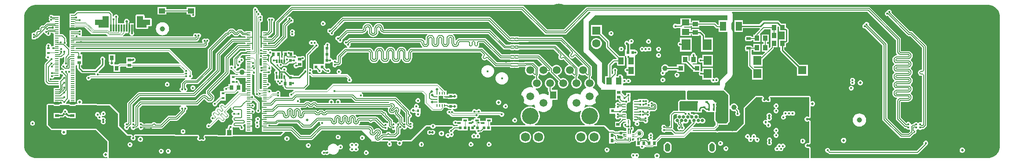
<source format=gbl>
G04*
G04 #@! TF.GenerationSoftware,Altium Limited,Altium Designer,23.1.1 (15)*
G04*
G04 Layer_Physical_Order=6*
G04 Layer_Color=12874092*
%FSLAX44Y44*%
%MOMM*%
G71*
G04*
G04 #@! TF.SameCoordinates,03DFEA06-7725-4F31-8274-88B02C87C088*
G04*
G04*
G04 #@! TF.FilePolarity,Positive*
G04*
G01*
G75*
%ADD10C,0.2000*%
%ADD11C,0.2500*%
%ADD13C,0.2540*%
%ADD16C,0.1270*%
%ADD17C,0.1524*%
%ADD19R,1.2000X1.0000*%
%ADD21R,0.9000X1.0000*%
%ADD27R,0.5200X0.5200*%
%ADD28R,0.7000X0.9000*%
%ADD29R,0.5500X0.4500*%
%ADD30R,0.6500X0.5500*%
%ADD33R,0.3600X0.3200*%
%ADD34R,0.4500X0.5500*%
%ADD35R,0.6200X0.6200*%
G04:AMPARAMS|DCode=40|XSize=0.2mm|YSize=0.565mm|CornerRadius=0.05mm|HoleSize=0mm|Usage=FLASHONLY|Rotation=90.000|XOffset=0mm|YOffset=0mm|HoleType=Round|Shape=RoundedRectangle|*
%AMROUNDEDRECTD40*
21,1,0.2000,0.4650,0,0,90.0*
21,1,0.1000,0.5650,0,0,90.0*
1,1,0.1000,0.2325,0.0500*
1,1,0.1000,0.2325,-0.0500*
1,1,0.1000,-0.2325,-0.0500*
1,1,0.1000,-0.2325,0.0500*
%
%ADD40ROUNDEDRECTD40*%
G04:AMPARAMS|DCode=41|XSize=0.4mm|YSize=0.565mm|CornerRadius=0.05mm|HoleSize=0mm|Usage=FLASHONLY|Rotation=90.000|XOffset=0mm|YOffset=0mm|HoleType=Round|Shape=RoundedRectangle|*
%AMROUNDEDRECTD41*
21,1,0.4000,0.4650,0,0,90.0*
21,1,0.3000,0.5650,0,0,90.0*
1,1,0.1000,0.2325,0.1500*
1,1,0.1000,0.2325,-0.1500*
1,1,0.1000,-0.2325,-0.1500*
1,1,0.1000,-0.2325,0.1500*
%
%ADD41ROUNDEDRECTD41*%
%ADD43R,1.0000X0.9000*%
%ADD44R,1.4500X1.1500*%
%ADD53R,1.0500X1.4000*%
%ADD57R,0.6200X0.6200*%
%ADD58R,1.1500X1.8000*%
%ADD59R,0.9000X0.7000*%
%ADD64R,0.5500X0.6500*%
%ADD160C,0.5080*%
%ADD163C,0.1300*%
%ADD164C,0.1016*%
%ADD165C,1.0000*%
%ADD166C,0.7500*%
%ADD174C,0.1020*%
%ADD177C,0.3810*%
%ADD180C,0.3000*%
%ADD181C,0.1500*%
%ADD182C,0.1314*%
%ADD188C,4.0000*%
%ADD189C,3.0000*%
%ADD190C,1.5000*%
%ADD191C,1.7500*%
%ADD192C,3.2000*%
%ADD193C,2.4000*%
%ADD194R,1.6000X1.6000*%
%ADD195C,1.6000*%
%ADD196R,1.6000X1.6000*%
%ADD198O,1.0000X1.6000*%
%ADD199C,0.6500*%
%ADD200C,0.4064*%
%ADD201C,0.4572*%
%ADD202C,0.4060*%
%ADD203C,0.5000*%
%ADD206R,0.8000X0.9000*%
%ADD207R,0.7100X0.3000*%
%ADD208R,0.5000X0.4000*%
%ADD209R,0.7000X0.1800*%
G04:AMPARAMS|DCode=210|XSize=0.2mm|YSize=0.7mm|CornerRadius=0.05mm|HoleSize=0mm|Usage=FLASHONLY|Rotation=180.000|XOffset=0mm|YOffset=0mm|HoleType=Round|Shape=RoundedRectangle|*
%AMROUNDEDRECTD210*
21,1,0.2000,0.6000,0,0,180.0*
21,1,0.1000,0.7000,0,0,180.0*
1,1,0.1000,-0.0500,0.3000*
1,1,0.1000,0.0500,0.3000*
1,1,0.1000,0.0500,-0.3000*
1,1,0.1000,-0.0500,-0.3000*
%
%ADD210ROUNDEDRECTD210*%
G04:AMPARAMS|DCode=211|XSize=0.2mm|YSize=0.5mm|CornerRadius=0.05mm|HoleSize=0mm|Usage=FLASHONLY|Rotation=90.000|XOffset=0mm|YOffset=0mm|HoleType=Round|Shape=RoundedRectangle|*
%AMROUNDEDRECTD211*
21,1,0.2000,0.4000,0,0,90.0*
21,1,0.1000,0.5000,0,0,90.0*
1,1,0.1000,0.2000,0.0500*
1,1,0.1000,0.2000,-0.0500*
1,1,0.1000,-0.2000,-0.0500*
1,1,0.1000,-0.2000,0.0500*
%
%ADD211ROUNDEDRECTD211*%
G04:AMPARAMS|DCode=212|XSize=0.25mm|YSize=0.6mm|CornerRadius=0.025mm|HoleSize=0mm|Usage=FLASHONLY|Rotation=270.000|XOffset=0mm|YOffset=0mm|HoleType=Round|Shape=RoundedRectangle|*
%AMROUNDEDRECTD212*
21,1,0.2500,0.5500,0,0,270.0*
21,1,0.2000,0.6000,0,0,270.0*
1,1,0.0500,-0.2750,-0.1000*
1,1,0.0500,-0.2750,0.1000*
1,1,0.0500,0.2750,0.1000*
1,1,0.0500,0.2750,-0.1000*
%
%ADD212ROUNDEDRECTD212*%
G04:AMPARAMS|DCode=213|XSize=0.25mm|YSize=0.6mm|CornerRadius=0.025mm|HoleSize=0mm|Usage=FLASHONLY|Rotation=0.000|XOffset=0mm|YOffset=0mm|HoleType=Round|Shape=RoundedRectangle|*
%AMROUNDEDRECTD213*
21,1,0.2500,0.5500,0,0,0.0*
21,1,0.2000,0.6000,0,0,0.0*
1,1,0.0500,0.1000,-0.2750*
1,1,0.0500,-0.1000,-0.2750*
1,1,0.0500,-0.1000,0.2750*
1,1,0.0500,0.1000,0.2750*
%
%ADD213ROUNDEDRECTD213*%
G04:AMPARAMS|DCode=214|XSize=1mm|YSize=3mm|CornerRadius=0.05mm|HoleSize=0mm|Usage=FLASHONLY|Rotation=0.000|XOffset=0mm|YOffset=0mm|HoleType=Round|Shape=RoundedRectangle|*
%AMROUNDEDRECTD214*
21,1,1.0000,2.9000,0,0,0.0*
21,1,0.9000,3.0000,0,0,0.0*
1,1,0.1000,0.4500,-1.4500*
1,1,0.1000,-0.4500,-1.4500*
1,1,0.1000,-0.4500,1.4500*
1,1,0.1000,0.4500,1.4500*
%
%ADD214ROUNDEDRECTD214*%
%ADD215R,0.5500X0.5500*%
%ADD216R,0.6000X0.5500*%
%ADD217R,1.1500X1.4500*%
%ADD218R,0.9000X0.9500*%
%ADD219R,1.5200X1.7800*%
%ADD220R,1.7780X2.1590*%
G04:AMPARAMS|DCode=221|XSize=0.55mm|YSize=0.8mm|CornerRadius=0.0495mm|HoleSize=0mm|Usage=FLASHONLY|Rotation=90.000|XOffset=0mm|YOffset=0mm|HoleType=Round|Shape=RoundedRectangle|*
%AMROUNDEDRECTD221*
21,1,0.5500,0.7010,0,0,90.0*
21,1,0.4510,0.8000,0,0,90.0*
1,1,0.0990,0.3505,0.2255*
1,1,0.0990,0.3505,-0.2255*
1,1,0.0990,-0.3505,-0.2255*
1,1,0.0990,-0.3505,0.2255*
%
%ADD221ROUNDEDRECTD221*%
%ADD222R,0.3000X0.8000*%
%ADD223R,0.4750X0.2500*%
%ADD224R,0.2500X0.4750*%
%ADD225R,0.3050X1.4050*%
%ADD226R,1.0000X1.0000*%
%ADD227C,0.1800*%
%ADD228R,1.2500X2.3000*%
%ADD229R,2.6500X1.1000*%
%ADD230R,1.9500X1.6000*%
%ADD231C,5.3000*%
G36*
X1208646Y388618D02*
X1208181Y387540D01*
X1207375Y387540D01*
X1191601D01*
Y378609D01*
X1190078D01*
X1186135Y382552D01*
X1184964Y383335D01*
X1183583Y383609D01*
X1154431D01*
Y387040D01*
X1139351D01*
Y383609D01*
X1137681D01*
Y391290D01*
X1118101D01*
Y379814D01*
X1117896Y379609D01*
X1110854D01*
X1110589Y379874D01*
X1108909Y380570D01*
X1107091D01*
X1105411Y379874D01*
X1104126Y378589D01*
X1103430Y376909D01*
Y375091D01*
X1104126Y373411D01*
X1105411Y372126D01*
X1107091Y371430D01*
X1108909D01*
X1110589Y372126D01*
X1110854Y372391D01*
X1118101D01*
Y356710D01*
X1137681D01*
Y360136D01*
X1139351D01*
Y356960D01*
X1154431D01*
Y358086D01*
X1155605Y358572D01*
X1157707Y356469D01*
Y347640D01*
X1157781Y347267D01*
Y326665D01*
X1180641D01*
Y353335D01*
X1165435D01*
Y358070D01*
X1165141Y359549D01*
X1164304Y360802D01*
X1164304Y360802D01*
X1158374Y366732D01*
X1157120Y367570D01*
X1155641Y367864D01*
X1154431D01*
Y371040D01*
X1139351D01*
Y367864D01*
X1137681D01*
Y373290D01*
X1124947D01*
X1124268Y374560D01*
X1124368Y374710D01*
X1137681D01*
Y376391D01*
X1139351D01*
Y372960D01*
X1154431D01*
Y376391D01*
X1182087D01*
X1186030Y372448D01*
X1187201Y371665D01*
X1188583Y371391D01*
X1191601D01*
Y364460D01*
X1207375D01*
X1208181Y364460D01*
X1208646Y363382D01*
Y284884D01*
X1194628Y270867D01*
X1193901Y269778D01*
X1193645Y268495D01*
Y261449D01*
X1007323D01*
Y264801D01*
X1008593Y265650D01*
X1009124Y265430D01*
X1010942D01*
X1012621Y266126D01*
X1013187Y266691D01*
X1014016Y267327D01*
X1014846Y266691D01*
X1015411Y266126D01*
X1017091Y265430D01*
X1018909D01*
X1020589Y266126D01*
X1021874Y267411D01*
X1022570Y269091D01*
Y270909D01*
X1021874Y272589D01*
X1020589Y273874D01*
X1018909Y274570D01*
X1017091D01*
X1015411Y273874D01*
X1014846Y273309D01*
X1014016Y272673D01*
X1013187Y273309D01*
X1012621Y273874D01*
X1010942Y274570D01*
X1009124D01*
X1008593Y274350D01*
X1007323Y275199D01*
Y279540D01*
X1006487D01*
X1005874Y281019D01*
X1004589Y282304D01*
X1002909Y283000D01*
X1001091D01*
X999411Y282304D01*
X998126Y281019D01*
X997513Y279540D01*
X995018D01*
X994916Y279788D01*
X994649Y280810D01*
X995335Y281836D01*
X995609Y283217D01*
Y288146D01*
X995874Y288411D01*
X996570Y290091D01*
Y291909D01*
X995874Y293589D01*
X994589Y294874D01*
X992909Y295570D01*
X991091D01*
X989411Y294874D01*
X988126Y293589D01*
X987430Y291909D01*
Y290091D01*
X988126Y288411D01*
X988391Y288146D01*
Y284712D01*
X986783Y283104D01*
X985609Y283590D01*
Y299505D01*
X991495Y305391D01*
X995743D01*
Y299460D01*
X1011323D01*
Y317605D01*
X1011323Y318009D01*
X1011593Y318340D01*
X1011736Y318477D01*
X1012445Y318979D01*
X1013019Y318920D01*
X1013720Y317780D01*
X1013463Y317159D01*
Y315341D01*
X1014158Y313661D01*
X1014743Y313077D01*
Y299460D01*
Y295569D01*
X1014230D01*
X1012551Y294874D01*
X1011265Y293588D01*
X1010569Y291908D01*
Y290090D01*
X1011265Y288411D01*
X1012551Y287125D01*
X1014230Y286429D01*
X1014743D01*
Y280460D01*
X1030323D01*
Y299460D01*
Y318540D01*
X1031253Y319360D01*
X1031673D01*
Y320430D01*
X1031942D01*
X1033621Y321126D01*
X1034907Y322411D01*
X1035603Y324091D01*
Y325909D01*
X1034907Y327589D01*
X1033621Y328874D01*
X1031942Y329570D01*
X1031673D01*
Y330640D01*
X1021565D01*
Y340400D01*
X1021565Y340400D01*
X1021392Y341268D01*
X1022505Y342182D01*
X1022571Y342155D01*
X1024389D01*
X1026069Y342850D01*
X1027355Y344136D01*
X1028050Y345815D01*
Y347634D01*
X1027355Y349313D01*
X1026069Y350599D01*
X1024389Y351295D01*
X1022571D01*
X1020892Y350599D01*
X1019606Y349313D01*
X1018910Y347634D01*
Y346849D01*
X1017640Y346323D01*
X1017089Y346874D01*
X1015409Y347570D01*
X1013591D01*
X1011911Y346874D01*
X1010626Y345589D01*
X1009930Y343909D01*
Y342091D01*
X1010626Y340411D01*
X1011267Y339770D01*
X1011295Y339728D01*
X1012501Y338522D01*
Y330640D01*
X1011393D01*
Y320295D01*
X1011393Y319820D01*
X1011393Y319816D01*
X1011389Y319712D01*
X1011368Y319338D01*
X1010475Y318552D01*
X1010115Y318540D01*
X1010074Y318540D01*
X1000847D01*
X981609Y337778D01*
Y345641D01*
X981335Y347023D01*
X980552Y348194D01*
X966681Y362064D01*
Y378040D01*
X945601D01*
Y356960D01*
X961577D01*
X974391Y344146D01*
Y336283D01*
X974665Y334901D01*
X975448Y333731D01*
X995299Y313879D01*
X994773Y312609D01*
X990000D01*
X988619Y312335D01*
X987448Y311552D01*
X979448Y303552D01*
X978665Y302381D01*
X978391Y301000D01*
Y279540D01*
X972743D01*
Y264121D01*
X971569Y263635D01*
X967355Y267850D01*
Y303698D01*
X967099Y304982D01*
X966372Y306070D01*
X941355Y331088D01*
Y384705D01*
X953390Y396740D01*
X1208646D01*
Y388618D01*
D02*
G37*
G36*
X-89242Y374448D02*
X-88340Y373560D01*
Y372822D01*
X-89242Y371553D01*
X-97085D01*
X-98330Y371305D01*
X-99385Y370600D01*
X-100261Y371507D01*
X-97321Y374448D01*
X-89242D01*
D02*
G37*
G36*
X617713Y343121D02*
X618043Y340618D01*
X619009Y338286D01*
X620546Y336283D01*
X621213Y335771D01*
X620781Y334501D01*
X602225D01*
Y334526D01*
X599592Y334179D01*
X597138Y333162D01*
X595030Y331545D01*
X593413Y329438D01*
X592903Y328206D01*
X591278Y327571D01*
X591100Y327653D01*
X590957Y328734D01*
X589941Y331188D01*
X588324Y333295D01*
X586216Y334912D01*
X583762Y335929D01*
X582381Y336111D01*
X582332Y336117D01*
X581128Y336276D01*
X581128D01*
X581128D01*
Y336276D01*
X579924Y336117D01*
X578494Y335929D01*
X576040Y334912D01*
X573933Y333295D01*
X572316Y331188D01*
X571299Y328734D01*
X571220Y328132D01*
X569939D01*
X569860Y328734D01*
X568843Y331188D01*
X567226Y333295D01*
X565119Y334912D01*
X562664Y335929D01*
X561284Y336111D01*
X561235Y336117D01*
X560031Y336276D01*
X560031D01*
X560031D01*
Y336276D01*
X558826Y336117D01*
X557397Y335929D01*
X554943Y334912D01*
X552835Y333295D01*
X551218Y331188D01*
X550202Y328734D01*
X550122Y328132D01*
X548842D01*
X548762Y328734D01*
X547746Y331188D01*
X546129Y333295D01*
X544021Y334912D01*
X541567Y335929D01*
X540187Y336111D01*
X540138Y336117D01*
X538933Y336276D01*
X538933D01*
X538933D01*
Y336276D01*
X537729Y336117D01*
X536300Y335929D01*
X533845Y334912D01*
X531738Y333295D01*
X530121Y331188D01*
X529104Y328734D01*
X528962Y327653D01*
X528784Y327571D01*
X527159Y328206D01*
X526648Y329438D01*
X525031Y331545D01*
X522924Y333162D01*
X520470Y334179D01*
X517836Y334526D01*
Y334501D01*
X480646D01*
X480393Y335771D01*
X481249Y336126D01*
X482535Y337411D01*
X483231Y339091D01*
Y340909D01*
X482942Y341605D01*
X484584Y343247D01*
X599158D01*
X599158Y343247D01*
X616496D01*
X617713Y343121D01*
D02*
G37*
G36*
X326000Y321246D02*
X327234Y320734D01*
X327673Y319377D01*
X326863Y318567D01*
X326021Y317307D01*
X325725Y315820D01*
Y307501D01*
X325396Y307126D01*
X324455Y306770D01*
X324290Y306921D01*
Y310440D01*
X324290D01*
Y311560D01*
X324290D01*
Y318290D01*
X324290Y318440D01*
X324290D01*
Y319560D01*
X324290D01*
Y321160D01*
X325560Y321686D01*
X326000Y321246D01*
D02*
G37*
G36*
X604500Y324748D02*
X733058D01*
X733988Y323818D01*
X733988Y323818D01*
X736559Y321247D01*
X736827Y320088D01*
X735536Y318156D01*
X735083Y315877D01*
X735536Y313599D01*
X736827Y311667D01*
X736827Y311667D01*
X736827Y311667D01*
X736827Y311667D01*
X738759Y310376D01*
X741037Y309923D01*
X743316Y310376D01*
X745248Y311667D01*
X746407Y311399D01*
X748769Y309037D01*
X748769Y309037D01*
X760230Y297576D01*
X761285Y296871D01*
X762530Y296623D01*
X789923D01*
X790133Y296308D01*
X791139Y295636D01*
X792325Y295400D01*
X796975D01*
X798161Y295636D01*
X798327Y295748D01*
X799323D01*
X799489Y295636D01*
X800675Y295400D01*
X805325D01*
X806511Y295636D01*
X807517Y296308D01*
X807727Y296623D01*
X818878D01*
X819650Y295421D01*
X819344Y294891D01*
X818660Y292337D01*
Y289694D01*
X819344Y287140D01*
X820666Y284851D01*
X822535Y282982D01*
X824825Y281660D01*
X827378Y280976D01*
X830022D01*
X832575Y281660D01*
X833377Y282123D01*
X835553Y279947D01*
X836608Y279242D01*
X837853Y278995D01*
X837975D01*
Y276100D01*
X838165Y275143D01*
X837525Y274971D01*
X835235Y273650D01*
X833366Y271780D01*
X832044Y269491D01*
X831360Y266937D01*
Y264294D01*
X832044Y261740D01*
X833366Y259451D01*
X834478Y258339D01*
X833804Y257243D01*
X830424Y257916D01*
X826976D01*
X823595Y257243D01*
X820411Y255924D01*
X817544Y254009D01*
X815107Y251571D01*
X813192Y248705D01*
X811872Y245520D01*
X811200Y242139D01*
Y238692D01*
X811872Y235311D01*
X813192Y232126D01*
X815107Y229260D01*
X817544Y226822D01*
X820411Y224907D01*
X823595Y223588D01*
X826976Y222916D01*
X830424D01*
X833805Y223588D01*
X835904Y224458D01*
X837024Y223859D01*
X837272Y222611D01*
X838592Y219426D01*
X838706Y219255D01*
X837791Y218339D01*
X837482Y218546D01*
X834108Y219943D01*
X830526Y220656D01*
X826874D01*
X823292Y219943D01*
X819918Y218546D01*
X816881Y216517D01*
X814299Y213934D01*
X812270Y210898D01*
X810872Y207523D01*
X810160Y203942D01*
Y200290D01*
X810872Y196708D01*
X812270Y193334D01*
X814299Y190297D01*
X816881Y187715D01*
X819658Y185860D01*
X819413Y184590D01*
X754040D01*
Y184790D01*
X751610D01*
Y189960D01*
X755440D01*
Y198040D01*
X743260D01*
Y194302D01*
X743240Y193040D01*
X732440D01*
Y198040D01*
X727111D01*
X726858Y199310D01*
X728089Y199820D01*
X729374Y201105D01*
X730070Y202785D01*
Y204142D01*
X769693D01*
X770318Y202635D01*
X771603Y201350D01*
X773283Y200654D01*
X775101D01*
X776781Y201350D01*
X778066Y202635D01*
X778762Y204315D01*
Y206133D01*
X778066Y207812D01*
X776781Y209098D01*
X775101Y209794D01*
X773845D01*
X773355Y210121D01*
X772166Y210358D01*
X734570D01*
Y211715D01*
X733874Y213395D01*
X732589Y214680D01*
X730909Y215376D01*
X729091D01*
X727411Y214680D01*
X726647Y213916D01*
X725187D01*
X724423Y214680D01*
X722743Y215376D01*
X720925D01*
X719245Y214680D01*
X717960Y213395D01*
X717264Y211715D01*
Y210358D01*
X683223D01*
Y211026D01*
X682527Y212706D01*
X681242Y213991D01*
X680369Y214353D01*
X680464Y215688D01*
X681140Y215860D01*
D01*
X682368Y216067D01*
X682723Y215920D01*
X684744D01*
X686611Y216693D01*
X688040Y218122D01*
X688813Y219989D01*
Y222010D01*
X688040Y223878D01*
X686611Y225307D01*
X684744Y226080D01*
X682723D01*
X681801Y225698D01*
X681140Y226140D01*
Y226140D01*
X670860D01*
X670860Y226140D01*
X669676Y226347D01*
X668985Y226484D01*
X668080D01*
Y227790D01*
X652580D01*
Y241210D01*
X661000D01*
Y235710D01*
X665439D01*
X665915Y235615D01*
X666015Y235635D01*
X670860D01*
Y234860D01*
X681140D01*
Y234860D01*
X681801Y235302D01*
X682723Y234920D01*
X684744D01*
X686611Y235693D01*
X688040Y237122D01*
X688813Y238990D01*
Y241010D01*
X688040Y242878D01*
X686611Y244307D01*
X684744Y245080D01*
X682723D01*
X681801Y244698D01*
X681140Y245140D01*
Y245140D01*
X670860D01*
Y243405D01*
X668080D01*
Y251040D01*
X664895D01*
X652372Y263563D01*
X651363Y264237D01*
X650174Y264474D01*
X449580D01*
X448391Y264237D01*
X447383Y263563D01*
X436715Y252896D01*
X395993D01*
X395607Y254166D01*
X395735Y254251D01*
X402650Y261166D01*
X403352Y262216D01*
X403598Y263455D01*
Y280256D01*
X404221Y280672D01*
X405559D01*
X408178Y278053D01*
X409187Y277379D01*
X410376Y277142D01*
X474963D01*
X477670Y274435D01*
X477380Y274145D01*
X476684Y272465D01*
Y270647D01*
X477380Y268967D01*
X478665Y267682D01*
X480345Y266986D01*
X482163D01*
X483843Y267682D01*
X485128Y268967D01*
X485824Y270647D01*
Y272465D01*
X485128Y274145D01*
X484361Y274911D01*
Y275246D01*
X484125Y276435D01*
X483451Y277444D01*
X478447Y282447D01*
X477439Y283121D01*
X476250Y283358D01*
X464617D01*
X464091Y284628D01*
X464874Y285411D01*
X465570Y287091D01*
Y288909D01*
X464874Y290589D01*
X463589Y291874D01*
X461909Y292570D01*
X460091D01*
X458411Y291874D01*
X457126Y290589D01*
X456430Y288909D01*
Y287091D01*
X457126Y285411D01*
X457909Y284628D01*
X457383Y283358D01*
X411663D01*
X409700Y285321D01*
Y286151D01*
X409004Y287831D01*
X408906Y287929D01*
X409250Y288272D01*
X409946Y289953D01*
Y291243D01*
X411163Y291370D01*
X411216Y291370D01*
X417865D01*
X419243Y289993D01*
Y288711D01*
X419938Y287031D01*
X421224Y285746D01*
X422904Y285050D01*
X424722D01*
X426401Y285746D01*
X427687Y287031D01*
X428383Y288711D01*
Y290529D01*
X428729Y291047D01*
X430095Y291140D01*
X433776Y287459D01*
X434826Y286757D01*
X436065Y286511D01*
X436646D01*
X437411Y285746D01*
X439091Y285050D01*
X440909D01*
X442589Y285746D01*
X443874Y287031D01*
X444570Y288711D01*
Y290529D01*
X443874Y292209D01*
X442589Y293494D01*
X440909Y294190D01*
X439091D01*
X437411Y293494D01*
X437154Y293237D01*
X434443Y295948D01*
Y302488D01*
X434443Y302650D01*
X434835Y303758D01*
X443414D01*
Y305246D01*
X444909D01*
X446589Y305942D01*
X447160Y306514D01*
X448430Y306091D01*
X449126Y304411D01*
X449522Y304016D01*
X449126Y303620D01*
X448430Y301940D01*
Y300122D01*
X449126Y298442D01*
X450411Y297157D01*
X452091Y296461D01*
X453909D01*
X455589Y297157D01*
X456874Y298442D01*
X457163Y299139D01*
X460925D01*
X462170Y299386D01*
X463225Y300091D01*
X465510Y302376D01*
X466215Y303431D01*
X466462Y304676D01*
Y314723D01*
X476486Y324748D01*
X505445D01*
X505445Y324748D01*
X517836D01*
Y324711D01*
X518091Y324605D01*
X518196Y324350D01*
X518233D01*
Y314675D01*
X518209D01*
X518556Y312041D01*
X519572Y309587D01*
X521189Y307479D01*
X523297Y305862D01*
X525751Y304846D01*
X527131Y304664D01*
X527180Y304657D01*
X528385Y304499D01*
X528385D01*
X528385D01*
Y304499D01*
X529589Y304657D01*
X531018Y304846D01*
X533473Y305862D01*
X535580Y307479D01*
X537197Y309587D01*
X538214Y312041D01*
X538293Y312643D01*
X539574D01*
X539653Y312041D01*
X540670Y309587D01*
X542287Y307479D01*
X544394Y305862D01*
X546848Y304846D01*
X548229Y304664D01*
X548278Y304657D01*
X549482Y304499D01*
X549482D01*
X549482D01*
Y304499D01*
X550686Y304657D01*
X552116Y304846D01*
X554570Y305862D01*
X556677Y307479D01*
X558294Y309587D01*
X559311Y312041D01*
X559390Y312643D01*
X560671D01*
X560750Y312041D01*
X561767Y309587D01*
X563384Y307479D01*
X565492Y305862D01*
X567946Y304846D01*
X569326Y304664D01*
X569375Y304657D01*
X570579Y304499D01*
X570579D01*
X570579D01*
Y304499D01*
X571784Y304657D01*
X573213Y304846D01*
X575667Y305862D01*
X577775Y307479D01*
X579392Y309587D01*
X580408Y312041D01*
X580488Y312643D01*
X581769D01*
X581848Y312041D01*
X582864Y309587D01*
X584482Y307479D01*
X586589Y305862D01*
X589043Y304846D01*
X590424Y304664D01*
X590473Y304657D01*
X591677Y304499D01*
X591677D01*
X591677D01*
Y304499D01*
X592881Y304657D01*
X594310Y304846D01*
X596765Y305862D01*
X598872Y307479D01*
X600489Y309587D01*
X601506Y312041D01*
X601853Y314675D01*
X601828D01*
Y324350D01*
X601865D01*
X601971Y324605D01*
X602225Y324711D01*
Y324748D01*
X604500D01*
X604500Y324748D01*
D02*
G37*
G36*
X153865Y305033D02*
X153379Y303860D01*
X63300D01*
Y305482D01*
X64058Y306463D01*
X65876D01*
X67555Y307159D01*
X68841Y308445D01*
X69537Y310124D01*
Y311942D01*
X68841Y313622D01*
X67555Y314908D01*
X65876Y315603D01*
X64058D01*
X63891Y315534D01*
X63300Y315929D01*
Y315929D01*
X51720D01*
Y304110D01*
X39371D01*
X38181Y303873D01*
X37172Y303199D01*
X35652Y301679D01*
X29513D01*
X28808Y302735D01*
X29090Y303416D01*
Y305436D01*
X28720Y306329D01*
X29569Y307599D01*
X30550D01*
Y321679D01*
X17470D01*
Y307599D01*
X18451D01*
X19300Y306329D01*
X18930Y305436D01*
Y303416D01*
X19703Y301548D01*
X21132Y300119D01*
X22999Y299346D01*
X25020D01*
X25700Y299627D01*
X26970Y298779D01*
Y287599D01*
X40050D01*
Y297281D01*
X40659Y297890D01*
X51720D01*
Y295349D01*
X63300D01*
Y297640D01*
X153962D01*
X161930Y289672D01*
Y288591D01*
X162523Y287161D01*
X162436Y286999D01*
X161427Y286325D01*
X160462Y285360D01*
X353D01*
X-411Y286124D01*
X-1526Y286586D01*
X-1915Y287993D01*
X9097Y299005D01*
X9939Y300265D01*
X10235Y301752D01*
Y309851D01*
X10922Y311511D01*
Y313329D01*
X10226Y315010D01*
X8940Y316296D01*
X7259Y316992D01*
X5441D01*
X3760Y316296D01*
X2474Y315010D01*
X1778Y313329D01*
Y311511D01*
X2465Y309851D01*
Y303361D01*
X-8213Y292683D01*
X-31080D01*
X-35052Y296655D01*
Y300606D01*
X-33326D01*
Y310606D01*
Y321186D01*
X-36133D01*
Y323231D01*
X-36379Y324470D01*
X-36479Y324620D01*
X-35801Y325890D01*
X133008D01*
X153865Y305033D01*
D02*
G37*
G36*
X280373Y332123D02*
X281410Y331560D01*
Y330440D01*
X281410D01*
Y328660D01*
X281361Y328611D01*
X272891D01*
X271652Y328365D01*
X270602Y327663D01*
X258569Y315630D01*
X257867Y314580D01*
X257621Y313341D01*
Y300480D01*
X257525Y300363D01*
X256351Y299736D01*
X255163Y300228D01*
X253345D01*
X251664Y299532D01*
X251611Y299479D01*
X250341Y300005D01*
Y312632D01*
X269832Y332123D01*
X280373D01*
D02*
G37*
G36*
X310201Y313299D02*
X311288D01*
X311784Y312803D01*
X311922Y312711D01*
X312210Y311560D01*
Y310440D01*
X312210D01*
Y299825D01*
X311091D01*
X309880Y299323D01*
X308610Y299987D01*
Y312815D01*
X309666Y313521D01*
X310201Y313299D01*
D02*
G37*
G36*
X769825Y312576D02*
X770880Y311871D01*
X772124Y311623D01*
X789923D01*
X790133Y311308D01*
X791139Y310636D01*
X792325Y310400D01*
X796975D01*
X798161Y310636D01*
X798825Y311080D01*
X799489Y310636D01*
X800675Y310400D01*
X805325D01*
X806511Y310636D01*
X807517Y311308D01*
X807727Y311623D01*
X842589D01*
X852039Y302172D01*
X851660Y300756D01*
X850225Y300371D01*
X847935Y299050D01*
X846582Y297696D01*
X845476Y297467D01*
X844921Y297737D01*
X836260Y306399D01*
X835205Y307104D01*
X833960Y307351D01*
X819115D01*
X817870Y307104D01*
X816815Y306399D01*
X816793Y306377D01*
X807727D01*
X807517Y306692D01*
X806511Y307364D01*
X805325Y307600D01*
X800675D01*
X799489Y307364D01*
X799323Y307252D01*
X798327D01*
X798161Y307364D01*
X796975Y307600D01*
X792325D01*
X791139Y307364D01*
X790133Y306692D01*
X789923Y306377D01*
X765223D01*
X738051Y333549D01*
X736996Y334254D01*
X735751Y334501D01*
X729192D01*
X728807Y335771D01*
X729236Y336058D01*
X730526Y337989D01*
X730980Y340268D01*
X730928D01*
Y343247D01*
X739153D01*
X769825Y312576D01*
D02*
G37*
G36*
X281410Y319560D02*
Y318440D01*
X281410D01*
Y311560D01*
X281410D01*
Y310440D01*
X281410D01*
Y303560D01*
Y292114D01*
X280511Y291747D01*
X280140Y291713D01*
X278819Y293034D01*
X277100Y294026D01*
X275182Y294540D01*
X273197D01*
X271279Y294026D01*
X269560Y293034D01*
X268156Y291630D01*
X267277Y290108D01*
X264197D01*
X263072Y291233D01*
X263279Y292274D01*
X263508Y292593D01*
X264734Y293818D01*
X265109Y294723D01*
X265930Y295656D01*
X267749D01*
X269429Y296352D01*
X270716Y297638D01*
X271412Y299319D01*
Y301137D01*
X271188Y301677D01*
X271674Y302850D01*
X272339Y303126D01*
X273624Y304411D01*
X274300Y306042D01*
X275931Y306718D01*
X277216Y308003D01*
X277912Y309683D01*
Y311501D01*
X277216Y313181D01*
X275931Y314466D01*
X274251Y315162D01*
X272433D01*
X272182Y315058D01*
X271462Y316135D01*
X275090Y319763D01*
X280224D01*
X281410Y319560D01*
D02*
G37*
G36*
X-67726Y316043D02*
X-67737Y315989D01*
Y306958D01*
X-68374Y306321D01*
X-69070Y304641D01*
Y302823D01*
X-69206Y302620D01*
X-70105D01*
X-71785Y301924D01*
X-73071Y300638D01*
X-73767Y298958D01*
Y297139D01*
X-73071Y295458D01*
X-71785Y294172D01*
X-70105Y293476D01*
X-69350D01*
X-68416Y292543D01*
X-68685Y291056D01*
X-69118Y290877D01*
X-69141Y290876D01*
X-69591Y291327D01*
X-71271Y292022D01*
X-73089D01*
X-74769Y291327D01*
X-74990Y291105D01*
X-76260Y291631D01*
Y300440D01*
X-76260Y300440D01*
Y301560D01*
X-76260D01*
X-76260Y301710D01*
Y313763D01*
X-73144D01*
X-71905Y314009D01*
X-70855Y314711D01*
X-68897Y316669D01*
X-67726Y316043D01*
D02*
G37*
G36*
X-42821Y295046D02*
X-42526Y293559D01*
X-41684Y292299D01*
X-35436Y286051D01*
X-34175Y285209D01*
X-32689Y284913D01*
X-8218D01*
X-7369Y283643D01*
X-7570Y283159D01*
Y281608D01*
X-17421D01*
X-18611Y281371D01*
X-19619Y280697D01*
X-20246Y280070D01*
X-21659D01*
X-23339Y279374D01*
X-24624Y278089D01*
X-25320Y276409D01*
Y274591D01*
X-24624Y272911D01*
X-23339Y271626D01*
X-21659Y270930D01*
X-19841D01*
X-18161Y271626D01*
X-16876Y272911D01*
X-16180Y274591D01*
Y275346D01*
X-16134Y275392D01*
X163645D01*
X163911Y275126D01*
X164997Y274676D01*
X164867Y273355D01*
X164356Y273254D01*
X163301Y272549D01*
X158091Y267339D01*
X157386Y266284D01*
X157139Y265039D01*
Y258163D01*
X156442Y257874D01*
X155157Y256589D01*
X154461Y254909D01*
Y253091D01*
X155157Y251411D01*
X156442Y250126D01*
X157298Y249771D01*
X157045Y248501D01*
X75654D01*
X74410Y248254D01*
X73355Y247549D01*
X54495Y228689D01*
X53790Y227634D01*
X53543Y226390D01*
Y190718D01*
X53159Y190462D01*
X51341D01*
X49661Y189766D01*
X48376Y188481D01*
X47680Y186801D01*
Y184983D01*
X48376Y183303D01*
X48772Y182908D01*
X48376Y182512D01*
X47680Y180832D01*
Y179014D01*
X48376Y177334D01*
X49661Y176049D01*
X51341Y175353D01*
X53159D01*
X54839Y176049D01*
X56124Y177334D01*
X56820Y179014D01*
Y179447D01*
X59580Y182206D01*
X60656Y181487D01*
X60430Y180940D01*
Y179122D01*
X61126Y177442D01*
X62411Y176157D01*
X64091Y175461D01*
X65909D01*
X67589Y176157D01*
X68874Y177442D01*
X69163Y178139D01*
X70836D01*
X72080Y178386D01*
X73135Y179091D01*
X74160Y180116D01*
X75430Y179590D01*
Y179122D01*
X76126Y177442D01*
X77411Y176157D01*
X79091Y175461D01*
X80909D01*
X82589Y176157D01*
X83874Y177442D01*
X84163Y178139D01*
X97381D01*
X97924Y178031D01*
X120119D01*
X121363Y178278D01*
X122419Y178983D01*
X136604Y193168D01*
X148896D01*
X150141Y193416D01*
X151196Y194121D01*
X165940Y208864D01*
X166645Y209920D01*
X166892Y211164D01*
Y212837D01*
X167589Y213126D01*
X168874Y214411D01*
X169570Y216091D01*
Y217909D01*
X168874Y219589D01*
X167589Y220874D01*
X166733Y221229D01*
X166985Y222499D01*
X186194D01*
X186194Y222499D01*
X187751D01*
X188996Y222746D01*
X190051Y223451D01*
X201773Y235174D01*
X205775Y231172D01*
X205764Y231161D01*
X207663Y229704D01*
X209874Y228788D01*
X212246Y228476D01*
X214619Y228788D01*
X216830Y229704D01*
X218728Y231161D01*
X218728Y231161D01*
X218728Y231161D01*
X220185Y233059D01*
X221101Y235270D01*
X221413Y237643D01*
X221101Y240016D01*
X220185Y242227D01*
X218728Y244125D01*
X218728Y244125D01*
X217819Y245012D01*
X214715Y248116D01*
X215897Y249298D01*
X215898Y249298D01*
X249389Y282789D01*
X250094Y283844D01*
X250341Y285089D01*
Y291307D01*
X251611Y291833D01*
X251664Y291780D01*
X253345Y291084D01*
X254431D01*
X260713Y284802D01*
X261721Y284129D01*
X262910Y283892D01*
X266405D01*
X266702Y283378D01*
X265969Y282108D01*
X262408D01*
Y282268D01*
X251828D01*
Y272688D01*
Y264040D01*
X247960D01*
Y260108D01*
X246029D01*
X244839Y259871D01*
X243831Y259197D01*
X243730Y259096D01*
X242859D01*
X241180Y258401D01*
X239894Y257115D01*
X239198Y255435D01*
Y253617D01*
X239473Y252954D01*
X239470Y251659D01*
X238462Y250985D01*
X238139Y250662D01*
X232454D01*
Y239758D01*
X232381Y239743D01*
X231373Y239069D01*
X222427Y230124D01*
X221341D01*
X219660Y229428D01*
X218374Y228142D01*
X217678Y226461D01*
Y224643D01*
X218374Y222962D01*
X219660Y221676D01*
X221341Y220980D01*
X223159D01*
X224840Y221676D01*
X226126Y222962D01*
X226822Y224643D01*
Y225729D01*
X233175Y232082D01*
X243034D01*
Y241082D01*
Y245680D01*
X259788D01*
X260977Y245917D01*
X261985Y246590D01*
X265355Y249960D01*
X268061D01*
X268186Y248690D01*
X267488Y248551D01*
X266479Y247877D01*
X244505Y225902D01*
X241455Y222852D01*
X239621Y224686D01*
X239621Y224686D01*
X239656Y224721D01*
X237817Y225950D01*
X235647Y226381D01*
X233478Y225950D01*
X231639Y224721D01*
X231639Y224721D01*
X231639Y224721D01*
X230410Y222882D01*
X229978Y220712D01*
X230110Y220048D01*
X229212Y219150D01*
X228548Y219282D01*
X226378Y218850D01*
X224539Y217622D01*
X224539Y217622D01*
X224539Y217622D01*
X223310Y215783D01*
X222879Y213613D01*
X223011Y212948D01*
X222113Y212050D01*
X221448Y212183D01*
X219279Y211751D01*
X217440Y210522D01*
X217440Y210522D01*
X217440Y210522D01*
X216211Y208683D01*
X215780Y206514D01*
X216211Y204344D01*
X216613Y203743D01*
X216134Y202174D01*
X215411Y201874D01*
X214126Y200589D01*
X213430Y198909D01*
Y197091D01*
X214126Y195411D01*
X215411Y194126D01*
X216486Y193680D01*
X216859Y192257D01*
X211802Y187200D01*
X210909Y187570D01*
X209091D01*
X207411Y186874D01*
X206126Y185589D01*
X205430Y183909D01*
Y182091D01*
X206126Y180411D01*
X207411Y179126D01*
X209091Y178430D01*
X210909D01*
X212589Y179126D01*
X213874Y180411D01*
X214068Y180879D01*
X214698Y181300D01*
X225704Y192306D01*
X229190Y195792D01*
X233034Y191948D01*
X233000Y191914D01*
X234839Y190685D01*
X237008Y190253D01*
X239177Y190685D01*
X241017Y191914D01*
X241017Y191914D01*
X242246Y193753D01*
X242677Y195922D01*
X242545Y196587D01*
X243443Y197485D01*
X244107Y197353D01*
X246277Y197784D01*
X248116Y199013D01*
X248116Y199013D01*
X249345Y200852D01*
X249776Y203021D01*
X249345Y205191D01*
X248116Y207030D01*
X248081Y206995D01*
X248081Y206995D01*
X244237Y210839D01*
X252539Y219141D01*
X253709Y218515D01*
X253461Y217269D01*
X253912Y215002D01*
X255196Y213080D01*
X257118Y211796D01*
X257370Y211746D01*
X257500Y210425D01*
X256411Y209974D01*
X255126Y208689D01*
X254430Y207009D01*
Y205191D01*
X255126Y203511D01*
X256411Y202226D01*
X256892Y202027D01*
X257071Y200623D01*
X257050Y200587D01*
X255787Y198697D01*
X255336Y196430D01*
X255787Y194164D01*
X257071Y192242D01*
X257739Y191796D01*
Y190525D01*
X257071Y190079D01*
X255787Y188158D01*
X255336Y185891D01*
X255362Y185760D01*
X254212Y185030D01*
X252909Y185570D01*
X251091D01*
X249411Y184874D01*
X248126Y183589D01*
X247430Y181909D01*
Y180967D01*
X246665Y179823D01*
X246391Y178442D01*
Y177640D01*
X242960D01*
Y166069D01*
X241843Y165370D01*
X241489Y165322D01*
X241132Y165314D01*
X240993Y165253D01*
X240842Y165232D01*
X240604Y165150D01*
X228314D01*
X227951Y165393D01*
X226960Y165590D01*
X203402D01*
X202411Y165393D01*
X201571Y164831D01*
X201009Y163991D01*
X200483Y162721D01*
X200286Y161730D01*
X200483Y160739D01*
X201045Y159899D01*
X201324Y159619D01*
X201626Y158890D01*
Y158102D01*
X201324Y157373D01*
X200767Y156816D01*
X200038Y156514D01*
X199250D01*
X198521Y156816D01*
X198173Y157163D01*
X197333Y157725D01*
X196342Y157922D01*
X195351Y157725D01*
X194511Y157163D01*
X194163Y156816D01*
X193434Y156514D01*
X192646D01*
X191917Y156816D01*
X191360Y157373D01*
X191058Y158102D01*
Y158890D01*
X191360Y159619D01*
X191639Y159899D01*
X192201Y160739D01*
X192398Y161730D01*
X192201Y162721D01*
X191675Y163991D01*
X191113Y164831D01*
X190273Y165393D01*
X189282Y165590D01*
X147073D01*
X146831Y165831D01*
X145991Y166393D01*
X145000Y166590D01*
X68739Y166590D01*
X67748Y166393D01*
X66908Y165831D01*
X66346Y164991D01*
X65820Y163721D01*
X65623Y162730D01*
X65820Y161739D01*
X66382Y160899D01*
X66680Y160600D01*
X66982Y159871D01*
Y159083D01*
X66680Y158354D01*
X66123Y157797D01*
X65394Y157495D01*
X64606D01*
X63877Y157797D01*
X63320Y158354D01*
X63018Y159083D01*
Y159871D01*
X63320Y160600D01*
X63618Y160899D01*
X64180Y161739D01*
X64377Y162730D01*
X64180Y163721D01*
X63654Y164991D01*
X63092Y165831D01*
X62252Y166393D01*
X61261Y166590D01*
X54751D01*
X38431Y182910D01*
X38541Y206546D01*
X38540Y206552D01*
X38541Y206558D01*
X38444Y207047D01*
X38348Y207538D01*
X38345Y207543D01*
X38344Y207549D01*
X38067Y207963D01*
X37791Y208380D01*
X37786Y208384D01*
X37782Y208389D01*
X21487Y224685D01*
X20646Y225246D01*
X19655Y225443D01*
X-4586D01*
X-5322Y225590D01*
X-33133Y225590D01*
X-33681Y226860D01*
X-33020Y228456D01*
Y230477D01*
X-33793Y232344D01*
X-35222Y233773D01*
X-37090Y234547D01*
X-39111D01*
X-40978Y233773D01*
X-42407Y232344D01*
X-43180Y230477D01*
Y228456D01*
X-42519Y226860D01*
X-43067Y225590D01*
X-45460D01*
X-46451Y225393D01*
X-47291Y224831D01*
X-47553Y224440D01*
X-55447D01*
X-55709Y224831D01*
X-56549Y225393D01*
X-57540Y225590D01*
X-63605D01*
X-64131Y226860D01*
X-64113Y226878D01*
X-63417Y228558D01*
Y229459D01*
X-59179Y233697D01*
X-58810Y234249D01*
X-57540Y233864D01*
Y229560D01*
X-45460D01*
Y233560D01*
Y245560D01*
Y256290D01*
X-45460Y256440D01*
Y257560D01*
X-45460Y257710D01*
Y265560D01*
Y276290D01*
X-45460Y276440D01*
Y277560D01*
X-45460Y277710D01*
Y285560D01*
Y296440D01*
X-45460D01*
Y297560D01*
X-45460D01*
Y299566D01*
X-44906Y300606D01*
X-42821D01*
Y295046D01*
D02*
G37*
G36*
X-74769Y283578D02*
X-73089Y282882D01*
X-71508D01*
X-69987Y281361D01*
X-70235Y280116D01*
X-70576Y279974D01*
X-71861Y278689D01*
X-72557Y277009D01*
Y276108D01*
X-75402Y273263D01*
X-76260Y272440D01*
Y272440D01*
X-76260Y272440D01*
X-88340D01*
Y272367D01*
X-94677D01*
Y274258D01*
X-93407Y274863D01*
X-92095Y274320D01*
X-90277D01*
X-88596Y275016D01*
X-87310Y276302D01*
X-86789Y277560D01*
X-76260D01*
Y283273D01*
X-74990Y283799D01*
X-74769Y283578D01*
D02*
G37*
G36*
X777230Y331576D02*
X778285Y330871D01*
X779530Y330623D01*
X789923D01*
X790133Y330308D01*
X791139Y329636D01*
X792325Y329400D01*
X796975D01*
X798161Y329636D01*
X798825Y330080D01*
X799489Y329636D01*
X800675Y329400D01*
X805325D01*
X806511Y329636D01*
X807517Y330308D01*
X807727Y330623D01*
X874057D01*
X881153Y323527D01*
X881153Y323527D01*
X884512Y320169D01*
X883518Y318682D01*
X883065Y316403D01*
X883518Y314124D01*
X884809Y312193D01*
X884809Y312192D01*
X884809Y312192D01*
X884809Y312192D01*
X886740Y310902D01*
X889019Y310448D01*
X891298Y310902D01*
X892785Y311895D01*
X897340Y307340D01*
X897340Y307340D01*
X902578Y302102D01*
X902198Y300686D01*
X901025Y300371D01*
X898735Y299050D01*
X896866Y297180D01*
X895544Y294891D01*
X894860Y292337D01*
Y289694D01*
X895544Y287140D01*
X896866Y284851D01*
X898735Y282982D01*
X901025Y281660D01*
X903578Y280976D01*
X906222D01*
X908775Y281660D01*
X909334Y281982D01*
X911753Y279563D01*
X912808Y278858D01*
X914053Y278610D01*
X914175D01*
Y275092D01*
X913725Y274971D01*
X911435Y273650D01*
X909566Y271780D01*
X908244Y269491D01*
X907560Y266937D01*
Y264294D01*
X908244Y261740D01*
X909566Y259451D01*
X911435Y257582D01*
X913725Y256260D01*
X916278Y255576D01*
X918922D01*
X921475Y256260D01*
X923765Y257582D01*
X925634Y259451D01*
X926956Y261740D01*
X927640Y264294D01*
Y266937D01*
X926956Y269491D01*
X925634Y271780D01*
X923765Y273650D01*
X921475Y274971D01*
X920680Y275185D01*
Y278218D01*
X921440Y278979D01*
X922145Y280034D01*
X922393Y281278D01*
Y283065D01*
X923566Y283551D01*
X924135Y282982D01*
X926425Y281660D01*
X928978Y280976D01*
X931622D01*
X934175Y281660D01*
X934734Y281982D01*
X937153Y279563D01*
X938208Y278858D01*
X939453Y278610D01*
X939575D01*
Y275092D01*
X939125Y274971D01*
X936835Y273650D01*
X934966Y271780D01*
X933644Y269491D01*
X932960Y266937D01*
Y264294D01*
X933644Y261740D01*
X934966Y259451D01*
X936413Y258004D01*
X936241Y256558D01*
X934711Y255924D01*
X931844Y254009D01*
X929407Y251571D01*
X927492Y248705D01*
X926172Y245520D01*
X925924Y244272D01*
X924804Y243673D01*
X922705Y244543D01*
X919324Y245216D01*
X915876D01*
X912495Y244543D01*
X909311Y243224D01*
X906444Y241309D01*
X904007Y238871D01*
X902092Y236005D01*
X900772Y232820D01*
X900100Y229439D01*
Y225992D01*
X900772Y222611D01*
X902092Y219426D01*
X904007Y216560D01*
X906444Y214123D01*
X909311Y212207D01*
X912495Y210888D01*
X915876Y210216D01*
X919324D01*
X922705Y210888D01*
X925889Y212207D01*
X925941Y212242D01*
X926856Y211326D01*
X926570Y210898D01*
X925173Y207523D01*
X924460Y203942D01*
Y200290D01*
X925173Y196708D01*
X926570Y193334D01*
X928599Y190297D01*
X931181Y187715D01*
X933958Y185860D01*
X933713Y184590D01*
X837987D01*
X837742Y185860D01*
X840519Y187715D01*
X843101Y190297D01*
X845130Y193334D01*
X846527Y196708D01*
X847240Y200290D01*
Y203942D01*
X846527Y207523D01*
X845130Y210898D01*
X844844Y211326D01*
X845759Y212242D01*
X845811Y212207D01*
X848995Y210888D01*
X852376Y210216D01*
X855824D01*
X859205Y210888D01*
X862389Y212207D01*
X865256Y214123D01*
X867693Y216560D01*
X869608Y219426D01*
X870928Y222611D01*
X871600Y225992D01*
Y229439D01*
X871103Y231940D01*
X872078Y233210D01*
X881290D01*
Y252790D01*
X870409D01*
Y256189D01*
X870675Y256260D01*
X872965Y257582D01*
X874834Y259451D01*
X876156Y261740D01*
X876840Y264294D01*
Y266937D01*
X876156Y269491D01*
X874834Y271780D01*
X872965Y273650D01*
X870675Y274971D01*
X868122Y275656D01*
X865478D01*
X862925Y274971D01*
X860635Y273650D01*
X858766Y271780D01*
X857444Y269491D01*
X856760Y266937D01*
Y264294D01*
X857444Y261740D01*
X858766Y259451D01*
X860635Y257582D01*
X862925Y256260D01*
X863191Y256189D01*
Y250700D01*
X863465Y249319D01*
X864248Y248148D01*
X864710Y247686D01*
Y243020D01*
X863590Y242422D01*
X862389Y243224D01*
X859205Y244543D01*
X855824Y245216D01*
X852376D01*
X848995Y244543D01*
X846896Y243673D01*
X845776Y244272D01*
X845527Y245520D01*
X844208Y248705D01*
X842293Y251571D01*
X839856Y254009D01*
X839077Y254529D01*
X839608Y255702D01*
X840078Y255576D01*
X842722D01*
X845275Y256260D01*
X847565Y257582D01*
X849434Y259451D01*
X850756Y261740D01*
X851440Y264294D01*
Y266937D01*
X850756Y269491D01*
X849434Y271780D01*
X847565Y273650D01*
X845275Y274971D01*
X845130Y275010D01*
Y275450D01*
X844882Y276695D01*
X844480Y277297D01*
Y278603D01*
X845240Y279363D01*
X845945Y280418D01*
X846193Y281663D01*
Y283065D01*
X847366Y283551D01*
X847935Y282982D01*
X850225Y281660D01*
X852778Y280976D01*
X855422D01*
X857975Y281660D01*
X860265Y282982D01*
X862134Y284851D01*
X863456Y287140D01*
X863500Y287306D01*
X865653D01*
X866494Y287473D01*
X866658Y286645D01*
X867363Y285590D01*
X883071Y269883D01*
X882844Y269491D01*
X882160Y266937D01*
Y264294D01*
X882844Y261740D01*
X884166Y259451D01*
X886035Y257582D01*
X888325Y256260D01*
X890878Y255576D01*
X893522D01*
X896075Y256260D01*
X898365Y257582D01*
X900234Y259451D01*
X901556Y261740D01*
X902240Y264294D01*
Y266937D01*
X901556Y269491D01*
X900234Y271780D01*
X898365Y273650D01*
X896075Y274971D01*
X893522Y275656D01*
X890878D01*
X888325Y274971D01*
X887600Y274553D01*
X882000Y280153D01*
X882329Y281379D01*
X883375Y281660D01*
X885665Y282982D01*
X887534Y284851D01*
X888856Y287140D01*
X889540Y289694D01*
Y292337D01*
X888856Y294891D01*
X887534Y297180D01*
X885665Y299050D01*
X883375Y300371D01*
X880822Y301056D01*
X878178D01*
X875625Y300371D01*
X873335Y299050D01*
X871942Y297656D01*
X870380Y297625D01*
X847581Y320424D01*
X846526Y321129D01*
X845281Y321377D01*
X807727D01*
X807517Y321692D01*
X806511Y322364D01*
X805325Y322600D01*
X800675D01*
X799489Y322364D01*
X798825Y321920D01*
X798161Y322364D01*
X796975Y322600D01*
X792325D01*
X791139Y322364D01*
X790133Y321692D01*
X789923Y321377D01*
X774817D01*
X744146Y352049D01*
X743090Y352754D01*
X741846Y353001D01*
X694225D01*
Y353021D01*
X691722Y352692D01*
X689390Y351726D01*
X687387Y350189D01*
X686049Y348446D01*
X684932Y348690D01*
X684779Y348775D01*
Y351751D01*
X684800D01*
X684470Y354254D01*
X683504Y356587D01*
X681967Y358590D01*
X680810Y359478D01*
X681241Y360748D01*
X748058D01*
X777230Y331576D01*
D02*
G37*
G36*
X280373Y344123D02*
X280560Y344022D01*
X280834Y342441D01*
X280373Y341877D01*
X267139D01*
X265895Y341629D01*
X264839Y340924D01*
X241540Y317625D01*
X240835Y316570D01*
X240588Y315325D01*
Y287782D01*
X209001Y256195D01*
X207404Y254598D01*
X207381Y254598D01*
X205924Y252699D01*
X205008Y250488D01*
X204696Y248116D01*
X204987Y245907D01*
X204537Y245352D01*
X203982Y244902D01*
X201773Y245193D01*
X199401Y244881D01*
X197190Y243965D01*
X195291Y242508D01*
X195291Y242508D01*
X195303Y242497D01*
X185058Y232253D01*
X79198D01*
X77954Y232005D01*
X76899Y231300D01*
X67952Y222353D01*
X67247Y221298D01*
X66999Y220053D01*
Y191262D01*
X65943Y190556D01*
X65909Y190570D01*
X64091D01*
X63296Y191101D01*
Y223697D01*
X78347Y238748D01*
X183000D01*
X184245Y238995D01*
X185300Y239700D01*
X232371Y286771D01*
X233076Y287826D01*
X233323Y289071D01*
Y319229D01*
X258217Y344123D01*
X280373D01*
D02*
G37*
G36*
X311091Y285577D02*
X312210D01*
Y275710D01*
X312210Y275560D01*
Y274440D01*
X312210Y274290D01*
Y267560D01*
Y255770D01*
X312210Y255560D01*
X311704Y254500D01*
X309148D01*
X308610Y255038D01*
Y285415D01*
X309880Y286078D01*
X311091Y285577D01*
D02*
G37*
G36*
X281410Y267710D02*
X281410Y267560D01*
Y266440D01*
X281410Y266290D01*
Y255710D01*
X281410Y255560D01*
Y254440D01*
X281410Y254290D01*
Y248788D01*
X274276D01*
X274040Y249960D01*
X274040D01*
Y264040D01*
X271108D01*
Y264638D01*
X270871Y265827D01*
X270198Y266835D01*
X268984Y268049D01*
Y269133D01*
X268288Y270813D01*
X267003Y272098D01*
X265323Y272794D01*
X263505D01*
X262408Y273714D01*
Y275892D01*
X281410D01*
Y267710D01*
D02*
G37*
G36*
X258775Y357076D02*
X259830Y356371D01*
X261075Y356123D01*
X264960D01*
X266205Y356371D01*
X267260Y357076D01*
X270453Y360268D01*
X273645Y357076D01*
X274700Y356371D01*
X275945Y356123D01*
X280311D01*
X281314Y355609D01*
Y354391D01*
X280311Y353877D01*
X255524D01*
X254280Y353629D01*
X253225Y352924D01*
X224522Y324222D01*
X223817Y323167D01*
X223570Y321922D01*
Y291764D01*
X180307Y248501D01*
X166985D01*
X166733Y249771D01*
X167589Y250126D01*
X168874Y251411D01*
X169570Y253091D01*
Y254909D01*
X168874Y256589D01*
X167589Y257874D01*
X166892Y258163D01*
Y262346D01*
X168294Y263748D01*
X188397D01*
X189642Y263995D01*
X190697Y264700D01*
X217131Y291134D01*
X217836Y292189D01*
X218083Y293433D01*
Y327483D01*
X246723Y356123D01*
X247650D01*
X248895Y356371D01*
X249950Y357076D01*
X254362Y361488D01*
X258775Y357076D01*
D02*
G37*
G36*
X338683Y291629D02*
X338435Y290384D01*
X338090Y290241D01*
X336804Y288955D01*
X336109Y287276D01*
Y285457D01*
X336804Y283778D01*
X336930Y283652D01*
Y270858D01*
X339116D01*
X339430Y270389D01*
Y268571D01*
X340126Y266891D01*
X341411Y265606D01*
X343006Y264945D01*
Y264775D01*
X343702Y263095D01*
X344987Y261810D01*
X346667Y261114D01*
X348485D01*
X350164Y261810D01*
X350910Y262555D01*
X352180Y262029D01*
Y259108D01*
X354232D01*
Y258988D01*
X354479Y257750D01*
X355181Y256699D01*
X357629Y254251D01*
X358679Y253549D01*
X359918Y253303D01*
X373260D01*
X373645Y252033D01*
X373574Y251985D01*
X369493Y247904D01*
X368407D01*
X366726Y247208D01*
X365440Y245922D01*
X364744Y244241D01*
Y242423D01*
X365440Y240742D01*
X365785Y240397D01*
X365259Y239127D01*
X348980D01*
X348132Y240397D01*
X348368Y240967D01*
Y242785D01*
X347676Y244455D01*
X348336Y246047D01*
Y247865D01*
X347640Y249545D01*
X346354Y250830D01*
X344675Y251526D01*
X342857D01*
X341177Y250830D01*
X339892Y249545D01*
X339472Y248531D01*
X332789D01*
X331570Y249584D01*
Y250207D01*
X330874Y251887D01*
X329589Y253172D01*
X327909Y253868D01*
X326091D01*
X325832Y253761D01*
X325664Y253873D01*
X324474Y254110D01*
X324290Y254294D01*
Y255560D01*
X324290Y255710D01*
Y258207D01*
X325600D01*
X327280Y258903D01*
X328566Y260189D01*
X329261Y261868D01*
Y263687D01*
X328566Y265366D01*
X327280Y266652D01*
X325600Y267348D01*
X324290D01*
Y274290D01*
X324290Y274440D01*
Y275560D01*
X324290Y275710D01*
Y281895D01*
X325091Y282430D01*
X326909D01*
X328589Y283126D01*
X329874Y284411D01*
X330570Y286091D01*
Y287909D01*
X329874Y289589D01*
X330311Y290948D01*
X330874Y291511D01*
X331570Y293191D01*
Y295009D01*
X330874Y296689D01*
X330328Y297235D01*
X330438Y298138D01*
X331693Y298619D01*
X338683Y291629D01*
D02*
G37*
G36*
X1365650Y200738D02*
X1364477Y200252D01*
X1364428Y200301D01*
X1362654Y201036D01*
X1360734D01*
X1358960Y200301D01*
X1357603Y198943D01*
X1356868Y197169D01*
Y195250D01*
X1357603Y193476D01*
X1358960Y192118D01*
X1360734Y191384D01*
X1362654D01*
X1364428Y192118D01*
X1364477Y192167D01*
X1365650Y191681D01*
Y150449D01*
X1364380Y149600D01*
X1363460Y149982D01*
X1361540D01*
X1359766Y149247D01*
X1358409Y147889D01*
X1357674Y146116D01*
Y144196D01*
X1358409Y142422D01*
X1359766Y141064D01*
X1361540Y140330D01*
X1363460D01*
X1364380Y140711D01*
X1365650Y139862D01*
Y120758D01*
X1076957Y120758D01*
X1076431Y122028D01*
X1076984Y122581D01*
X1077757Y124448D01*
Y126469D01*
X1076984Y128336D01*
X1075555Y129765D01*
X1073687Y130538D01*
X1071666D01*
X1069799Y129765D01*
X1068370Y128336D01*
X1067597Y126469D01*
Y124448D01*
X1068370Y122581D01*
X1068923Y122028D01*
X1068397Y120758D01*
X1036429D01*
X1036177Y122028D01*
X1036370Y122108D01*
X1037656Y123394D01*
X1038352Y125075D01*
Y126893D01*
X1037656Y128574D01*
X1036370Y129860D01*
X1034689Y130556D01*
X1032871D01*
X1031190Y129860D01*
X1030604Y129274D01*
X1030017Y129860D01*
X1028337Y130556D01*
X1026518D01*
X1024838Y129860D01*
X1023552Y128574D01*
X1022856Y126893D01*
Y125075D01*
X1023552Y123394D01*
X1024838Y122108D01*
X1025031Y122028D01*
X1024778Y120758D01*
X18034Y120758D01*
Y153670D01*
X-5842Y177546D01*
X-91380D01*
X-99000Y185166D01*
Y223000D01*
X-88340D01*
Y221560D01*
X-76260D01*
Y223000D01*
X-70606Y223000D01*
X-57540D01*
Y221560D01*
X-45460D01*
Y223000D01*
X-5322Y223000D01*
X-5176Y222854D01*
X19655D01*
X35951Y206558D01*
X35836Y181842D01*
X53678Y164000D01*
X61261D01*
X61787Y162730D01*
X61124Y162067D01*
X60428Y160387D01*
Y158568D01*
X61124Y156887D01*
X62410Y155601D01*
X64091Y154905D01*
X65909D01*
X67590Y155601D01*
X68876Y156887D01*
X69572Y158568D01*
Y160387D01*
X68876Y162067D01*
X68213Y162730D01*
X68739Y164000D01*
X145000Y164000D01*
X146000Y163000D01*
X189282D01*
X189808Y161730D01*
X189164Y161086D01*
X188468Y159405D01*
Y157587D01*
X189164Y155906D01*
X190450Y154620D01*
X192131Y153924D01*
X193949D01*
X195630Y154620D01*
X196342Y155332D01*
X197054Y154620D01*
X198735Y153924D01*
X200553D01*
X202234Y154620D01*
X203520Y155906D01*
X204216Y157587D01*
Y159405D01*
X203520Y161086D01*
X202876Y161730D01*
X203402Y163000D01*
X213936D01*
X226960D01*
Y162560D01*
X241040D01*
Y162560D01*
X241690Y162785D01*
X242960Y162560D01*
Y162560D01*
X257040D01*
Y163000D01*
X349000D01*
X357747Y171748D01*
X368229D01*
X383208Y156769D01*
X384263Y156064D01*
X385508Y155816D01*
X407923D01*
X409167Y156064D01*
X410222Y156769D01*
X411174Y157720D01*
X411174Y157720D01*
X427703Y174249D01*
X504751D01*
X523000Y156000D01*
Y153000D01*
X532690D01*
X533768Y152554D01*
X535945Y152267D01*
X538121Y152554D01*
X539199Y153000D01*
X555347D01*
X555599Y151730D01*
X555536Y151704D01*
X554250Y150418D01*
X553554Y148737D01*
Y146919D01*
X554250Y145238D01*
X555536Y143952D01*
X557217Y143256D01*
X559036D01*
X560716Y143952D01*
X562002Y145238D01*
X562698Y146919D01*
Y148737D01*
X562002Y150418D01*
X560716Y151704D01*
X560653Y151730D01*
X560906Y153000D01*
X572223D01*
X573072Y151730D01*
X572670Y150760D01*
Y148740D01*
X573443Y146872D01*
X574872Y145443D01*
X576740Y144670D01*
X578760D01*
X580628Y145443D01*
X582057Y146872D01*
X582830Y148740D01*
Y150760D01*
X582428Y151730D01*
X583277Y153000D01*
X600000D01*
X629000Y182000D01*
X637032D01*
Y181348D01*
X637767Y179575D01*
X639124Y178217D01*
X640898Y177482D01*
X642818D01*
X644592Y178217D01*
X645949Y179575D01*
X646684Y181348D01*
Y182000D01*
X679276D01*
X679802Y180730D01*
X676870Y177798D01*
X676001D01*
X674321Y177102D01*
X673036Y175817D01*
X672340Y174137D01*
Y172319D01*
X673036Y170639D01*
X674003Y169672D01*
X673290Y168959D01*
X673095Y168489D01*
X671469Y169162D01*
X669651D01*
X667971Y168466D01*
X666686Y167181D01*
X665990Y165501D01*
Y163683D01*
X666686Y162003D01*
X667971Y160718D01*
X669651Y160022D01*
X671469D01*
X673149Y160718D01*
X674434Y162003D01*
X674629Y162474D01*
X676255Y161800D01*
X678073D01*
X679753Y162496D01*
X681038Y163781D01*
X681734Y165461D01*
Y167279D01*
X681038Y168959D01*
X680071Y169926D01*
X680784Y170639D01*
X681480Y172319D01*
Y173188D01*
X684532Y176241D01*
X689210D01*
Y174210D01*
X708790D01*
Y182000D01*
X712960D01*
Y174210D01*
X724132D01*
Y172793D01*
X724828Y171113D01*
X726113Y169828D01*
X726907Y169499D01*
X726947Y168984D01*
X726780Y168177D01*
X725230Y167535D01*
X724281Y166586D01*
X723332Y167535D01*
X721558Y168270D01*
X719638D01*
X717864Y167535D01*
X716507Y166177D01*
X715772Y164403D01*
Y162484D01*
X716507Y160710D01*
X717864Y159352D01*
X719638Y158618D01*
X721558D01*
X723332Y159352D01*
X724281Y160302D01*
X725230Y159352D01*
X727004Y158618D01*
X728924D01*
X730698Y159352D01*
X732055Y160710D01*
X732790Y162484D01*
Y164403D01*
X732055Y166177D01*
X730698Y167535D01*
X729760Y167924D01*
X729721Y168240D01*
X729886Y169246D01*
X731291Y169828D01*
X731905Y170443D01*
X733952D01*
X733952Y170442D01*
X735199Y170691D01*
X736257Y171397D01*
X739070Y174210D01*
X754040D01*
Y182000D01*
X971000D01*
X980967Y172033D01*
X980824Y170763D01*
X980824Y170763D01*
X980824Y170763D01*
Y159183D01*
Y148683D01*
X991404D01*
Y150739D01*
X992673Y151265D01*
X993591Y150348D01*
X994600Y149674D01*
X995790Y149437D01*
X1019380D01*
X1020570Y149674D01*
X1021579Y150348D01*
X1022900Y151669D01*
X1023103Y151709D01*
X1024109Y152381D01*
X1024283Y152642D01*
X1025139Y152288D01*
X1026957D01*
X1028638Y152984D01*
X1029924Y154270D01*
X1030628Y154487D01*
X1031622Y154073D01*
X1032000Y153759D01*
Y143710D01*
X1039866D01*
Y142294D01*
X1040562Y140614D01*
X1041848Y139328D01*
X1043528Y138632D01*
X1045347D01*
X1047028Y139328D01*
X1048314Y140614D01*
X1048673Y141480D01*
X1050183Y141999D01*
X1050320Y141907D01*
X1051510Y141670D01*
X1063280D01*
X1064470Y141907D01*
X1065479Y142581D01*
X1066858Y143960D01*
X1073040D01*
Y151142D01*
X1081611Y159713D01*
X1124323D01*
X1125513Y159950D01*
X1126522Y160624D01*
X1136898Y171000D01*
X1186525D01*
X1187917Y170423D01*
X1189837D01*
X1191229Y171000D01*
X1215929D01*
X1216716Y170674D01*
X1218636D01*
X1219423Y171000D01*
X1226000D01*
X1242000Y187000D01*
Y217000D01*
X1263590Y238590D01*
X1275439D01*
X1275965Y237320D01*
X1275159Y236514D01*
X1274424Y234740D01*
Y232820D01*
X1275159Y231046D01*
X1276516Y229689D01*
X1278290Y228954D01*
X1280210D01*
X1281984Y229689D01*
X1283007Y230712D01*
X1284030Y229689D01*
X1285804Y228954D01*
X1287724D01*
X1289498Y229689D01*
X1290855Y231046D01*
X1291590Y232820D01*
Y234740D01*
X1290855Y236514D01*
X1290049Y237320D01*
X1290575Y238590D01*
X1365650D01*
Y200738D01*
D02*
G37*
G36*
X490730Y230326D02*
X491785Y229621D01*
X493030Y229373D01*
X556967D01*
X557547Y228103D01*
X557135Y227627D01*
X464812D01*
X464486Y228114D01*
Y230135D01*
X463713Y232002D01*
X462284Y233431D01*
X460416Y234205D01*
X458396D01*
X456528Y233431D01*
X455099Y232002D01*
X454326Y230135D01*
Y228114D01*
X454000Y227627D01*
X451546D01*
X451104Y228288D01*
Y230309D01*
X450331Y232176D01*
X448902Y233605D01*
X447034Y234379D01*
X445014D01*
X443146Y233605D01*
X441717Y232176D01*
X440944Y230309D01*
Y228288D01*
X440502Y227627D01*
X428345D01*
X428345Y227627D01*
X419990D01*
X417894Y229722D01*
X416839Y230427D01*
X415594Y230675D01*
X410363D01*
X409118Y230427D01*
X408063Y229722D01*
X406718Y228377D01*
X405373Y229722D01*
X404318Y230427D01*
X403073Y230675D01*
X397841D01*
X396597Y230427D01*
X395542Y229722D01*
X393446Y227627D01*
X393192D01*
X393192Y227627D01*
X386120D01*
X385634Y228800D01*
X385638Y228804D01*
X386334Y230485D01*
Y232303D01*
X385638Y233984D01*
X384887Y234734D01*
X385414Y236004D01*
X485052D01*
X490730Y230326D01*
D02*
G37*
G36*
X856890Y360666D02*
X857945Y359961D01*
X859190Y359714D01*
X896366D01*
X897611Y359961D01*
X898666Y360666D01*
X941559Y403559D01*
X944285D01*
X944771Y402386D01*
X934222Y391838D01*
X932619Y389748D01*
X931612Y387316D01*
X931268Y384705D01*
Y331088D01*
X931612Y328477D01*
X932619Y326045D01*
X934222Y323955D01*
X957268Y300910D01*
Y267850D01*
X957612Y265240D01*
X958620Y262807D01*
X960222Y260718D01*
X964437Y256503D01*
X964962Y256101D01*
X965283Y255780D01*
Y253000D01*
X993330D01*
Y242935D01*
Y232935D01*
X998677D01*
X999200Y232151D01*
X1002955Y228396D01*
X1002955Y228354D01*
X1002565Y227126D01*
X1001198D01*
X1000990Y227629D01*
X999705Y228914D01*
X998025Y229610D01*
X996207D01*
X994527Y228914D01*
X993242Y227629D01*
X992546Y225949D01*
Y224131D01*
X993221Y222502D01*
X992546Y220873D01*
Y219055D01*
X992606Y218910D01*
X991757Y217640D01*
X981360D01*
Y206360D01*
X991370D01*
X992544Y206063D01*
X992544Y204244D01*
X993219Y202614D01*
X992544Y200983D01*
Y199164D01*
X993240Y197484D01*
X994526Y196198D01*
X996206Y195501D01*
X998025D01*
X999706Y196198D01*
X1000992Y197484D01*
X1001214Y198021D01*
X1002578D01*
X1002829Y197795D01*
X1003450Y196751D01*
X1003315Y196073D01*
Y195807D01*
X999072Y191563D01*
X992070D01*
Y180984D01*
X1003650D01*
Y186985D01*
X1007894Y191229D01*
X1011660D01*
X1012119Y191320D01*
X1013250Y190518D01*
X1013236Y190491D01*
X1012165Y189570D01*
X1010928D01*
X1009248Y188874D01*
X1007962Y187589D01*
X1007267Y185909D01*
Y184091D01*
X1007962Y182411D01*
X1009248Y181126D01*
X1010540Y180590D01*
X1011410Y179721D01*
X1012415Y179049D01*
X1013270Y178134D01*
X1013667Y176960D01*
Y175591D01*
X1013955Y174893D01*
X1013398Y173672D01*
X1012548D01*
X1012499Y173682D01*
X1008315D01*
Y174213D01*
X998035D01*
Y172682D01*
X992360D01*
X991417Y173625D01*
X990246Y174407D01*
X988865Y174682D01*
X981980D01*
X972831Y183831D01*
X971991Y184393D01*
X971000Y184590D01*
X952287D01*
X952042Y185860D01*
X954819Y187715D01*
X957401Y190297D01*
X959430Y193334D01*
X960827Y196708D01*
X961540Y200290D01*
Y203942D01*
X960827Y207523D01*
X959430Y210898D01*
X957401Y213934D01*
X954819Y216517D01*
X951782Y218546D01*
X948408Y219943D01*
X944826Y220656D01*
X941174D01*
X937592Y219943D01*
X934218Y218546D01*
X933910Y218339D01*
X932994Y219255D01*
X933108Y219426D01*
X934427Y222611D01*
X934676Y223859D01*
X935796Y224458D01*
X937895Y223588D01*
X941276Y222916D01*
X944724D01*
X948105Y223588D01*
X951289Y224907D01*
X954156Y226822D01*
X956593Y229260D01*
X958508Y232126D01*
X959827Y235311D01*
X960500Y238692D01*
Y242139D01*
X959827Y245520D01*
X958508Y248705D01*
X956593Y251571D01*
X954156Y254009D01*
X951289Y255924D01*
X949759Y256558D01*
X949587Y258004D01*
X951034Y259451D01*
X952356Y261740D01*
X953040Y264294D01*
Y266937D01*
X952356Y269491D01*
X951034Y271780D01*
X949165Y273650D01*
X946875Y274971D01*
X946080Y275185D01*
Y278218D01*
X946840Y278979D01*
X947545Y280034D01*
X947793Y281278D01*
Y297054D01*
X947545Y298299D01*
X946840Y299354D01*
X891646Y354549D01*
X890590Y355254D01*
X889346Y355501D01*
X823611D01*
X822985Y355377D01*
X807727D01*
X807517Y355692D01*
X806511Y356364D01*
X805325Y356600D01*
X800675D01*
X799489Y356364D01*
X798825Y355920D01*
X798161Y356364D01*
X796975Y356600D01*
X792325D01*
X791139Y356364D01*
X790455Y355907D01*
X753313Y393049D01*
X752258Y393754D01*
X751013Y394001D01*
X468686D01*
X467442Y393754D01*
X466387Y393049D01*
X444460Y371122D01*
X443764Y371411D01*
X441946D01*
X440266Y370715D01*
X438981Y369430D01*
X438285Y367750D01*
Y365932D01*
X438981Y364252D01*
X440266Y362967D01*
X441946Y362271D01*
X442506D01*
Y361711D01*
X443201Y360032D01*
X444487Y358746D01*
X446167Y358050D01*
X447985D01*
X449664Y358746D01*
X450950Y360032D01*
X451646Y361711D01*
Y363529D01*
X451357Y364226D01*
X471379Y384248D01*
X748320D01*
X785992Y346576D01*
X787047Y345871D01*
X788292Y345623D01*
X789923D01*
X790133Y345308D01*
X791139Y344636D01*
X792325Y344400D01*
X796975D01*
X798161Y344636D01*
X798825Y345080D01*
X799489Y344636D01*
X800675Y344400D01*
X805325D01*
X806511Y344636D01*
X807517Y345308D01*
X807727Y345623D01*
X824832D01*
X825457Y345747D01*
X886653D01*
X903785Y328616D01*
X903785Y328615D01*
X907106Y325294D01*
X906174Y324361D01*
X905239Y323500D01*
X905239Y323500D01*
X903949Y321568D01*
X903495Y319290D01*
X903949Y317011D01*
X905239Y315079D01*
X905239Y315079D01*
X905239Y315079D01*
X905239Y315079D01*
X907171Y313789D01*
X909450Y313335D01*
X911728Y313789D01*
X913660Y315079D01*
X913623Y315116D01*
X915454Y316947D01*
X922875Y309525D01*
X922875Y309525D01*
X930171Y302229D01*
X929685Y301056D01*
X928978D01*
X926425Y300371D01*
X924135Y299050D01*
X922628Y297542D01*
X921958Y297255D01*
X920980Y297494D01*
X879050Y339424D01*
X877995Y340129D01*
X876750Y340377D01*
X807727D01*
X807517Y340692D01*
X806511Y341364D01*
X805325Y341600D01*
X800675D01*
X799489Y341364D01*
X798825Y340920D01*
X798161Y341364D01*
X796975Y341600D01*
X792325D01*
X791139Y341364D01*
X790133Y340692D01*
X789923Y340377D01*
X782223D01*
X753051Y369549D01*
X751996Y370254D01*
X750751Y370501D01*
X549009D01*
X547836Y370538D01*
X547453Y371712D01*
X547116Y374270D01*
X546100Y376725D01*
X544483Y378832D01*
X542375Y380449D01*
X539921Y381466D01*
X538540Y381647D01*
X538492Y381654D01*
X537287Y381813D01*
X537287D01*
X537287D01*
Y381813D01*
X536083Y381654D01*
X534654Y381466D01*
X532199Y380449D01*
X530092Y378832D01*
X528475Y376725D01*
X527458Y374270D01*
X527379Y373669D01*
X526098D01*
X526019Y374270D01*
X525002Y376725D01*
X523385Y378832D01*
X521278Y380449D01*
X518824Y381466D01*
X517443Y381647D01*
X517394Y381654D01*
X516190Y381813D01*
X516190D01*
X516190D01*
Y381813D01*
X514986Y381654D01*
X513556Y381466D01*
X511102Y380449D01*
X508994Y378832D01*
X507377Y376725D01*
X506361Y374270D01*
X506024Y371712D01*
X505641Y370538D01*
X504468Y370501D01*
X475566D01*
X474322Y370254D01*
X473266Y369549D01*
X460461Y356743D01*
X459764Y357031D01*
X457946D01*
X456266Y356335D01*
X454981Y355050D01*
X454285Y353370D01*
Y351552D01*
X454981Y349872D01*
X456266Y348587D01*
X457946Y347891D01*
X458506D01*
Y347331D01*
X459202Y345652D01*
X460487Y344366D01*
X462167Y343670D01*
X463985D01*
X465664Y344366D01*
X466950Y345652D01*
X467646Y347331D01*
Y349149D01*
X467357Y349846D01*
X478259Y360748D01*
X489500D01*
X489500Y360748D01*
X505641D01*
Y360723D01*
X508275Y361070D01*
X510729Y362086D01*
X512836Y363703D01*
X514454Y365811D01*
X515317Y367896D01*
X516587Y367644D01*
Y365136D01*
X516563D01*
X516909Y362503D01*
X517926Y360049D01*
X519543Y357941D01*
X521651Y356324D01*
X524105Y355307D01*
X525485Y355126D01*
X525534Y355119D01*
X526739Y354961D01*
X526739D01*
X526739D01*
Y354961D01*
X527943Y355119D01*
X529372Y355307D01*
X531826Y356324D01*
X533934Y357941D01*
X535551Y360049D01*
X536567Y362503D01*
X536914Y365136D01*
X536890D01*
Y367644D01*
X538160Y367896D01*
X539024Y365811D01*
X540641Y363703D01*
X542748Y362086D01*
X545202Y361070D01*
X547836Y360723D01*
Y360748D01*
X560659D01*
X560659Y360748D01*
X630820D01*
X631251Y359478D01*
X630095Y358590D01*
X628558Y356587D01*
X627592Y354254D01*
X627262Y351751D01*
X627282D01*
Y348775D01*
X627129Y348690D01*
X626012Y348446D01*
X624675Y350189D01*
X622672Y351726D01*
X620339Y352692D01*
X617836Y353021D01*
Y353001D01*
X481891D01*
X480647Y352754D01*
X479592Y352049D01*
X476045Y348502D01*
X475349Y348791D01*
X473531D01*
X471851Y348095D01*
X470566Y346809D01*
X469870Y345130D01*
Y343312D01*
X470566Y341632D01*
X471851Y340346D01*
X473531Y339651D01*
X474091D01*
Y339091D01*
X474786Y337411D01*
X476072Y336126D01*
X476928Y335771D01*
X476675Y334501D01*
X473793D01*
X472549Y334254D01*
X471494Y333549D01*
X457661Y319716D01*
X456956Y318661D01*
X456709Y317416D01*
Y311414D01*
X455439Y310936D01*
X453909Y311570D01*
X452091D01*
X450411Y310874D01*
X449840Y310303D01*
X448570Y310725D01*
X447874Y312405D01*
X446589Y313691D01*
X444909Y314386D01*
X444414D01*
X443414Y315038D01*
Y316278D01*
X443414D01*
Y327558D01*
X443414D01*
X443443Y328184D01*
X443443D01*
X443443Y328816D01*
Y338784D01*
X443570Y339091D01*
Y340909D01*
X442874Y342589D01*
X441589Y343874D01*
X439909Y344570D01*
X438091D01*
X436411Y343874D01*
X435126Y342589D01*
X434430Y340909D01*
Y339464D01*
X432163D01*
Y328184D01*
X432163D01*
X432134Y327558D01*
X432134D01*
X432134Y326926D01*
Y316278D01*
X432134D01*
Y315038D01*
X432134D01*
Y303920D01*
X432134Y303758D01*
X431742Y302650D01*
X423163D01*
Y302650D01*
X421893Y302650D01*
X411163D01*
Y291899D01*
X409946Y291772D01*
X409250Y293452D01*
X407964Y294738D01*
X406283Y295434D01*
X404464D01*
X403598Y296013D01*
Y319264D01*
X418338Y334004D01*
X419839Y334626D01*
X421124Y335911D01*
X421820Y337591D01*
Y339409D01*
X421124Y341089D01*
X419839Y342374D01*
X418502Y342928D01*
X418569Y343090D01*
Y344908D01*
X417873Y346588D01*
X416588Y347874D01*
X414908Y348569D01*
X413090D01*
X411410Y347874D01*
X410999Y347462D01*
X410588Y347874D01*
X408908Y348569D01*
X407090D01*
X405410Y347874D01*
X404125Y346588D01*
X403429Y344908D01*
Y343090D01*
X404125Y341411D01*
X405410Y340125D01*
X407090Y339429D01*
X408908D01*
X410588Y340125D01*
X410999Y340536D01*
X411410Y340125D01*
X412747Y339571D01*
X412680Y339409D01*
Y337591D01*
X412706Y337528D01*
X398072Y322894D01*
X397370Y321843D01*
X397123Y320605D01*
Y293370D01*
X395585D01*
X393904Y292674D01*
X392618Y291388D01*
X391931Y289729D01*
X382485Y280283D01*
X373110D01*
Y282038D01*
X366837D01*
X359511Y289364D01*
X359874Y289727D01*
X360570Y291407D01*
Y293225D01*
X359874Y294905D01*
X358589Y296190D01*
X356909Y296886D01*
X355091D01*
X353411Y296190D01*
X352126Y294905D01*
X351430Y293225D01*
Y291667D01*
X349329D01*
X348717Y292583D01*
X340615Y300685D01*
X341101Y301858D01*
X343999D01*
Y300240D01*
X344695Y298560D01*
X345980Y297275D01*
X347660Y296579D01*
X349478D01*
X351158Y297275D01*
X352443Y298560D01*
X352909Y299685D01*
X353786Y299510D01*
X359349D01*
X360588Y299757D01*
X361638Y300458D01*
X364899Y303719D01*
X365027D01*
X365226Y303758D01*
X373110D01*
Y304520D01*
X373773Y304963D01*
X375591D01*
X377271Y305659D01*
X377940Y306328D01*
X379210Y305802D01*
Y303991D01*
X379072Y303898D01*
X377254D01*
X375574Y303202D01*
X374289Y301917D01*
X373593Y300237D01*
Y298419D01*
X374289Y296740D01*
X375574Y295454D01*
X377254Y294758D01*
X379072D01*
X380751Y295454D01*
X381389Y296091D01*
X381828D01*
X383067Y296337D01*
X383625Y296710D01*
X390790D01*
Y309338D01*
X391908D01*
X393588Y310034D01*
X394874Y311319D01*
X395569Y312999D01*
Y314817D01*
X394874Y316497D01*
X393588Y317782D01*
X391908Y318478D01*
X390090D01*
X388410Y317782D01*
X387918Y317290D01*
X387428D01*
X387115Y317352D01*
X386802Y317290D01*
X380417D01*
X379798Y318783D01*
X378513Y320068D01*
X376833Y320764D01*
X376241D01*
X375168Y320978D01*
X374560Y320857D01*
X373290Y321715D01*
Y327400D01*
X366861D01*
X366387Y327874D01*
X364707Y328570D01*
X362889D01*
X361209Y327874D01*
X360735Y327400D01*
X352710D01*
Y315820D01*
X351805Y314938D01*
X351095D01*
X350190Y315820D01*
Y327400D01*
X332591D01*
X332463Y327709D01*
X331177Y328994D01*
X329498Y329690D01*
X327680D01*
X326000Y328994D01*
X325560Y328554D01*
X324290Y329080D01*
Y330290D01*
X324290Y330440D01*
X324290D01*
Y330853D01*
X325327Y332123D01*
X338690D01*
X339934Y332371D01*
X340989Y333076D01*
X360799Y352885D01*
X361504Y353940D01*
X361751Y355185D01*
Y369535D01*
X361751Y369535D01*
Y375629D01*
X368218Y382096D01*
X368407Y382018D01*
X370225D01*
X371905Y382714D01*
X373190Y383999D01*
X373886Y385679D01*
Y387497D01*
X373190Y389177D01*
X371905Y390462D01*
X370276Y391137D01*
X369601Y392766D01*
X368315Y394052D01*
X366636Y394747D01*
X364818D01*
X363138Y394052D01*
X361852Y392766D01*
X361157Y391086D01*
Y389268D01*
X361286Y388957D01*
X360841Y388513D01*
X360841Y388513D01*
X352950Y380622D01*
X352245Y379567D01*
X351997Y378322D01*
Y357878D01*
X335997Y341877D01*
X325327D01*
X325140Y341978D01*
X324866Y343559D01*
X325327Y344123D01*
X333660D01*
X334904Y344371D01*
X335960Y345076D01*
X346549Y355665D01*
X347254Y356720D01*
X347501Y357965D01*
Y380828D01*
X372420Y405747D01*
X811808D01*
X856890Y360666D01*
D02*
G37*
G36*
X414997Y218826D02*
X416052Y218121D01*
X417297Y217873D01*
X544626D01*
X544626Y217873D01*
X554999D01*
X555733Y216603D01*
X555188Y215286D01*
X554918Y213239D01*
X555188Y211193D01*
X555978Y209286D01*
X557234Y207649D01*
X558871Y206392D01*
X560778Y205602D01*
X562825Y205333D01*
X564871Y205602D01*
X565614Y205910D01*
X566909Y205806D01*
X567130Y205272D01*
X567699Y203899D01*
X568955Y202262D01*
X568955Y202262D01*
X569857Y201367D01*
X574844Y196380D01*
X574844Y196380D01*
X574845Y196380D01*
X575443Y195781D01*
Y190462D01*
X574091D01*
X572411Y189766D01*
X571213Y188568D01*
X570500Y188521D01*
X569787Y188568D01*
X568589Y189766D01*
X566909Y190462D01*
X565091D01*
X564753Y190688D01*
Y193250D01*
X564505Y194495D01*
X563800Y195550D01*
X554449Y204901D01*
X554449Y204901D01*
X553487Y205863D01*
X553663Y206749D01*
X553372Y208212D01*
X552543Y209452D01*
X552536Y209445D01*
X552243Y209738D01*
X551356Y210640D01*
X551356Y210641D01*
X550115Y211469D01*
X548652Y211760D01*
X547766Y211584D01*
X545944Y213405D01*
X544889Y214111D01*
X543644Y214358D01*
X436981D01*
X435736Y214111D01*
X434681Y213405D01*
X432663Y211387D01*
X430645Y213405D01*
X429590Y214111D01*
X428345Y214358D01*
X424459D01*
X423214Y214111D01*
X422159Y213405D01*
X420141Y211387D01*
X418123Y213405D01*
X417068Y214111D01*
X415823Y214358D01*
X394745D01*
Y214368D01*
X392568Y214081D01*
X390539Y213241D01*
X389968Y212803D01*
X388795Y213289D01*
X388771Y213469D01*
X387931Y215498D01*
X387083Y216603D01*
X387709Y217873D01*
X396139D01*
X397384Y218121D01*
X398439Y218826D01*
X400457Y220844D01*
X402475Y218826D01*
X403531Y218121D01*
X404775Y217873D01*
X408661D01*
X409906Y218121D01*
X410961Y218826D01*
X412979Y220844D01*
X414997Y218826D01*
D02*
G37*
G36*
X625542Y243039D02*
Y228219D01*
X625779Y227030D01*
X626452Y226021D01*
X639534Y212941D01*
X640542Y212267D01*
X641731Y212030D01*
X656590D01*
X657779Y212267D01*
X658788Y212941D01*
X661488Y215641D01*
X662161Y216649D01*
X662398Y217838D01*
Y217960D01*
X668080D01*
X668080Y217960D01*
Y217960D01*
X669282Y217797D01*
X669479Y217665D01*
X670860Y217391D01*
Y215860D01*
X677257D01*
X677510Y214590D01*
X676065Y213991D01*
X675624Y213551D01*
X674009Y214220D01*
X672191D01*
X670511Y213524D01*
X669226Y212239D01*
X668530Y210559D01*
Y208741D01*
X669226Y207061D01*
X670511Y205776D01*
X672191Y205080D01*
X673272D01*
X676857Y201495D01*
X677866Y200821D01*
X679056Y200584D01*
X722147D01*
X722911Y199820D01*
X724142Y199310D01*
X723889Y198040D01*
X720260D01*
Y195792D01*
X719329Y195170D01*
X717511D01*
X715831Y194474D01*
X714545Y193189D01*
X714484Y193040D01*
X709840D01*
Y198040D01*
X697660D01*
Y194302D01*
X697640Y193040D01*
X696390Y193040D01*
X687423D01*
X687339Y193124D01*
X685659Y193820D01*
X683841D01*
X682161Y193124D01*
X680876Y191839D01*
X680180Y190159D01*
Y188341D01*
X680876Y186661D01*
X682161Y185376D01*
X683841Y184680D01*
X685659D01*
X686335Y184960D01*
X688010D01*
X688962Y184825D01*
X689103Y183551D01*
X688312Y182759D01*
X683182D01*
X681935Y182511D01*
X681669Y182991D01*
X681107Y183831D01*
X680267Y184393D01*
X679276Y184590D01*
X646684D01*
X646178Y184489D01*
X645949Y185042D01*
X644592Y186400D01*
X642818Y187134D01*
X640898D01*
X639124Y186400D01*
X637767Y185042D01*
X637538Y184489D01*
X637032Y184590D01*
X629000D01*
X628009Y184393D01*
X627169Y183831D01*
X598927Y155590D01*
X583277D01*
X583027Y155540D01*
X582772D01*
X582536Y155442D01*
X582286Y155393D01*
X582074Y155251D01*
X581838Y155153D01*
X581658Y154973D01*
X581446Y154831D01*
X580628Y154057D01*
X578760Y154830D01*
X576740D01*
X574872Y154057D01*
X574054Y154831D01*
X573842Y154973D01*
X573662Y155153D01*
X573426Y155251D01*
X573214Y155393D01*
X572964Y155442D01*
X572728Y155540D01*
X572473D01*
X572223Y155590D01*
X560906D01*
X560656Y155540D01*
X560401D01*
X560165Y155442D01*
X559915Y155393D01*
X559703Y155251D01*
X559467Y155153D01*
X559287Y154973D01*
X559075Y154831D01*
X558933Y154619D01*
X558831Y154517D01*
X558585Y154455D01*
X558353Y154451D01*
X557900D01*
X557668Y154455D01*
X557422Y154517D01*
X557320Y154619D01*
X557178Y154831D01*
X556966Y154973D01*
X556786Y155153D01*
X556550Y155251D01*
X556338Y155393D01*
X556088Y155442D01*
X555852Y155540D01*
X555597D01*
X555347Y155590D01*
X544397D01*
X543911Y156763D01*
X545459Y158311D01*
X546496Y158875D01*
X546504Y158873D01*
X548085Y158873D01*
X548086Y158873D01*
X568972D01*
X570216Y159121D01*
X571271Y159826D01*
X578118Y166672D01*
X578823Y167728D01*
X579071Y168972D01*
Y176838D01*
X579909D01*
X581589Y177533D01*
X581906Y177851D01*
X583162Y178136D01*
X583507Y177792D01*
X584448Y176851D01*
X586128Y176155D01*
X587946D01*
X589626Y176851D01*
X590911Y178137D01*
X591607Y179816D01*
Y179882D01*
X592401Y180332D01*
X592877Y180449D01*
X593809Y179826D01*
X594817Y179626D01*
X595058Y179046D01*
X596343Y177760D01*
X598023Y177064D01*
X599841D01*
X601521Y177760D01*
X602806Y179046D01*
X603502Y180725D01*
Y182543D01*
X602827Y184172D01*
X603502Y185801D01*
Y187619D01*
X602806Y189299D01*
X601521Y190585D01*
X599841Y191280D01*
X598023D01*
X597947Y191331D01*
Y195876D01*
X597935Y195938D01*
X597947Y196000D01*
Y198173D01*
X598288Y198241D01*
X599889Y199310D01*
X600958Y200911D01*
X601334Y202800D01*
Y202800D01*
Y202800D01*
X601334D01*
X600958Y204688D01*
X599889Y206289D01*
X598288Y207359D01*
X597947Y207427D01*
Y209765D01*
X598064Y210938D01*
X599170Y211268D01*
X599207Y211178D01*
X599705Y209974D01*
X601134Y208545D01*
X603002Y207772D01*
X605023D01*
X606890Y208545D01*
X607170Y208826D01*
X608290Y208396D01*
X608488Y207247D01*
D01*
X608449Y206486D01*
X608430Y206103D01*
X608430Y206039D01*
Y204285D01*
X609126Y202605D01*
X610411Y201320D01*
X612091Y200624D01*
X613909D01*
X615589Y201320D01*
X616874Y202605D01*
X617570Y204285D01*
Y206103D01*
X617468Y206349D01*
X618068Y207247D01*
X618068D01*
Y217827D01*
X614949D01*
X614158Y219097D01*
X614570Y220091D01*
Y221909D01*
X613874Y223589D01*
X612589Y224874D01*
X610909Y225570D01*
X609091D01*
X607411Y224874D01*
X606126Y223589D01*
X605430Y221909D01*
Y220091D01*
X605907Y218941D01*
X605022Y217932D01*
X603002D01*
X601134Y217159D01*
X599705Y215730D01*
X598932Y213862D01*
Y212596D01*
X597757Y212187D01*
X597662Y212205D01*
X596995Y213204D01*
X572024Y238174D01*
X570969Y238879D01*
X569724Y239127D01*
X508131D01*
X507282Y240397D01*
X507570Y241091D01*
Y242909D01*
X506874Y244589D01*
X505589Y245874D01*
X504512Y246320D01*
X504765Y247590D01*
X620991D01*
X625542Y243039D01*
D02*
G37*
G36*
X1150848Y217500D02*
X1150460D01*
Y212508D01*
X1117542D01*
X1116000Y214050D01*
X1116000Y229238D01*
X1117474Y230712D01*
X1150848D01*
Y217500D01*
D02*
G37*
G36*
X1165004Y212711D02*
X1166264Y211869D01*
X1167750Y211573D01*
X1168000D01*
Y209812D01*
X1183082D01*
Y194745D01*
X1183279Y193754D01*
X1183279Y193754D01*
X1183523Y193166D01*
X1183657Y192150D01*
X1183765Y191829D01*
X1183831Y191497D01*
X1183926Y191355D01*
X1183981Y191193D01*
X1184205Y190938D01*
X1184393Y190657D01*
X1185390Y189659D01*
Y185038D01*
X1181712Y181360D01*
X1142847D01*
X1142361Y182533D01*
X1146289Y186461D01*
X1146991Y187511D01*
X1147138Y188251D01*
X1148269Y188916D01*
X1148720Y188465D01*
X1150848Y187584D01*
X1153152D01*
X1155280Y188465D01*
X1156000Y189185D01*
X1156720Y188465D01*
X1158848Y187584D01*
X1161152D01*
X1163280Y188465D01*
X1164909Y190094D01*
X1165790Y192222D01*
Y194525D01*
X1164909Y196653D01*
X1163280Y198282D01*
X1161152Y199164D01*
X1158848D01*
X1156720Y198282D01*
X1156000Y197562D01*
X1155280Y198282D01*
X1153676Y198946D01*
X1153790Y199222D01*
Y201525D01*
X1152908Y203653D01*
X1151280Y205282D01*
X1149152Y206164D01*
X1146848D01*
X1144720Y205282D01*
X1144000Y204562D01*
X1143280Y205282D01*
X1141152Y206164D01*
X1138848D01*
X1138181Y207232D01*
Y207380D01*
X1137655Y208648D01*
X1138285Y209918D01*
X1144860D01*
Y209220D01*
X1159140D01*
Y214710D01*
X1163004D01*
X1165004Y212711D01*
D02*
G37*
G36*
X294546Y283043D02*
X295098Y282491D01*
X296779Y281794D01*
X298318D01*
Y247527D01*
X298555Y246337D01*
X298794Y245978D01*
X298706Y245765D01*
Y243947D01*
X299402Y242267D01*
X300687Y240982D01*
X302367Y240286D01*
X303448D01*
X304491Y239243D01*
X305500Y238569D01*
X306690Y238332D01*
X310364D01*
X310940Y238447D01*
X312210Y237596D01*
Y231560D01*
X312210D01*
Y230440D01*
X312210D01*
Y219560D01*
X312210D01*
Y218440D01*
X312210D01*
Y207560D01*
X312210D01*
Y206440D01*
X312210D01*
Y195560D01*
X312210D01*
Y194440D01*
X312210D01*
Y183560D01*
X312210D01*
Y182440D01*
X312210D01*
Y171560D01*
X324290D01*
Y171748D01*
X352426D01*
X352912Y170574D01*
X347927Y165590D01*
X257040D01*
Y177640D01*
X256762D01*
X256081Y178910D01*
X256570Y180091D01*
Y180509D01*
X257840Y181188D01*
X258993Y180418D01*
X261260Y179967D01*
Y180018D01*
X269430D01*
Y178341D01*
X270126Y176661D01*
X271411Y175376D01*
X273091Y174680D01*
X274909D01*
X276589Y175376D01*
X277874Y176661D01*
X278570Y178341D01*
Y180159D01*
X277874Y181839D01*
X276841Y182872D01*
X276838Y182887D01*
X276082Y184018D01*
X276150Y184321D01*
X276745Y185312D01*
X278632Y185688D01*
X280140Y186695D01*
X281394Y186148D01*
X281410Y186133D01*
Y183710D01*
X281410Y183560D01*
Y182440D01*
X281410Y182290D01*
Y171560D01*
X293490D01*
Y182290D01*
X293490Y182440D01*
Y183560D01*
X293490Y183710D01*
Y194290D01*
X293490Y194440D01*
Y195560D01*
X293490Y195710D01*
Y205305D01*
X293658Y206448D01*
X294734Y206502D01*
X295484D01*
X297165Y207198D01*
X298451Y208484D01*
X299147Y210165D01*
Y211983D01*
X298451Y213664D01*
X297165Y214950D01*
X295484Y215646D01*
X293666D01*
X293490Y215763D01*
Y217638D01*
X293553Y217680D01*
X295371D01*
X297051Y218376D01*
X298336Y219661D01*
X299032Y221341D01*
Y223159D01*
X298336Y224839D01*
X297051Y226124D01*
X295371Y226820D01*
X294454D01*
X293514Y227541D01*
X293490Y227993D01*
Y231892D01*
X297533D01*
X302454Y226971D01*
Y215956D01*
X301686Y215188D01*
X300990Y213507D01*
Y211689D01*
X301686Y210008D01*
X302972Y208722D01*
X304653Y208026D01*
X306471D01*
X308152Y208722D01*
X309438Y210008D01*
X310134Y211689D01*
Y213507D01*
X309438Y215188D01*
X308670Y215956D01*
Y228258D01*
X308433Y229447D01*
X307759Y230455D01*
X301017Y237197D01*
X300009Y237871D01*
X298820Y238108D01*
X298123D01*
Y239768D01*
X297427Y241448D01*
X296141Y242733D01*
X294462Y243429D01*
X293490D01*
Y254290D01*
X293490Y254440D01*
Y255560D01*
X293490Y255710D01*
Y266290D01*
X293490Y266440D01*
Y267560D01*
X293490Y267710D01*
Y271560D01*
Y282303D01*
X294461Y283084D01*
X294546Y283043D01*
D02*
G37*
G36*
X588194Y208211D02*
Y190565D01*
X587903Y190371D01*
X586085D01*
X585197Y191378D01*
Y198474D01*
X584950Y199718D01*
X584244Y200774D01*
X581741Y203277D01*
X581741Y203277D01*
X577166Y207852D01*
X577607Y208294D01*
X578310Y209346D01*
X578392Y209452D01*
X579182Y211359D01*
X579451Y213405D01*
X579185Y215423D01*
X579231Y215482D01*
X580276Y216128D01*
X588194Y208211D01*
D02*
G37*
G36*
X543430Y177786D02*
X544485Y177081D01*
X545729Y176833D01*
X546567D01*
X546626Y176692D01*
X547911Y175407D01*
X549591Y174711D01*
X551409D01*
X553089Y175407D01*
X554374Y176692D01*
X555070Y178372D01*
Y180190D01*
X554798Y180847D01*
X555923Y181448D01*
X555951Y181406D01*
X558374Y178983D01*
X559430Y178278D01*
X560674Y178031D01*
X561837D01*
X562126Y177334D01*
X563411Y176049D01*
X565091Y175353D01*
X566909D01*
X568047Y175824D01*
X569317Y175117D01*
Y171665D01*
X566279Y168627D01*
X560599D01*
X560509Y169076D01*
X559440Y170677D01*
X557839Y171747D01*
X555950Y172123D01*
X555950D01*
X555950D01*
Y172123D01*
X554062Y171747D01*
X552461Y170677D01*
X551391Y169076D01*
X551301Y168627D01*
X546547D01*
X546521Y168653D01*
X546493Y168659D01*
X546493Y168658D01*
X544702Y168422D01*
X543804Y169320D01*
X543922Y170212D01*
X543635Y172389D01*
X542795Y174418D01*
X541458Y176160D01*
X539716Y177496D01*
X537688Y178337D01*
X535511Y178623D01*
X533334Y178337D01*
X531306Y177496D01*
X530500Y176878D01*
X529554Y176169D01*
X529548Y176175D01*
X529533Y176152D01*
X529486Y176152D01*
X528263Y176150D01*
X527913Y176291D01*
X526929Y178667D01*
X525192Y180930D01*
X522930Y182666D01*
X520295Y183757D01*
X519617Y183846D01*
X519433Y183920D01*
X519279Y183948D01*
X518990Y183944D01*
X518841Y183974D01*
X518836Y183973D01*
X518687Y184002D01*
X498959D01*
X498528Y185273D01*
X499573Y186074D01*
X500910Y187816D01*
X501750Y189845D01*
X501951Y191374D01*
X517717D01*
X518691Y189917D01*
X520209Y188902D01*
X522000Y188546D01*
X523791Y188902D01*
X525309Y189917D01*
X526283Y191374D01*
X529842D01*
X543430Y177786D01*
D02*
G37*
G36*
X554999Y190557D02*
Y189010D01*
X553729Y188484D01*
X553089Y189124D01*
X551409Y189820D01*
X549591D01*
X547911Y189124D01*
X546898Y188111D01*
X534835Y200175D01*
X533779Y200880D01*
X532535Y201127D01*
X506507D01*
X506507Y201127D01*
X500674D01*
Y201137D01*
X498498Y200850D01*
X496469Y200010D01*
X495909Y199580D01*
X494735Y200066D01*
X494701Y200328D01*
X493861Y202356D01*
X493110Y203335D01*
X493737Y204604D01*
X540951D01*
X554999Y190557D01*
D02*
G37*
G36*
X1210056Y242062D02*
Y191770D01*
X1206246Y187960D01*
X1190752D01*
X1186224Y192488D01*
X1186046Y193842D01*
X1185672Y194745D01*
Y209812D01*
X1186580D01*
Y219860D01*
X1186739D01*
Y228140D01*
X1185672D01*
Y228406D01*
X1180398Y233680D01*
X1173288D01*
Y233752D01*
X1163208D01*
Y233680D01*
X1154288D01*
Y233752D01*
X1144208D01*
Y233680D01*
X1132645D01*
X1130391Y235934D01*
Y249174D01*
X1132169Y250952D01*
X1201166D01*
X1210056Y242062D01*
D02*
G37*
G36*
X157298Y221229D02*
X156442Y220874D01*
X155157Y219589D01*
X154461Y217909D01*
Y216091D01*
X155157Y214411D01*
X156425Y213143D01*
X146203Y202922D01*
X133911D01*
X132666Y202675D01*
X131611Y201969D01*
X117426Y187784D01*
X109317D01*
X108990Y188273D01*
X108000Y189263D01*
X106945Y189968D01*
X105700Y190216D01*
X104380D01*
X103135Y189968D01*
X102080Y189263D01*
X101090Y188273D01*
X100764Y187784D01*
X99929D01*
X99387Y187892D01*
X84163D01*
X83874Y188589D01*
X82589Y189874D01*
X80909Y190570D01*
X79091D01*
X78023Y190128D01*
X76753Y190875D01*
Y217360D01*
X81891Y222499D01*
X157046D01*
X157298Y221229D01*
D02*
G37*
G36*
X1007323Y251363D02*
X1127272D01*
X1127986Y250186D01*
X1127984Y250093D01*
X1127802Y249174D01*
Y235934D01*
X1127999Y234943D01*
X1128246Y234572D01*
X1127646Y233302D01*
X1117474D01*
X1116482Y233105D01*
X1115642Y232543D01*
X1114169Y231070D01*
X1113607Y230230D01*
X1113410Y229238D01*
X1113410Y214050D01*
X1113525Y213470D01*
X1112904Y212426D01*
X1112654Y212200D01*
X1105474D01*
X1104236Y211954D01*
X1103185Y211252D01*
X1098711Y206778D01*
X1098009Y205728D01*
X1097763Y204489D01*
Y182460D01*
X1091886D01*
X1091591Y182754D01*
X1090541Y183456D01*
X1089874Y183589D01*
X1088589Y184874D01*
X1086909Y185570D01*
X1085091D01*
X1083411Y184874D01*
X1082126Y183589D01*
X1081430Y181909D01*
Y180091D01*
X1082126Y178411D01*
X1082537Y178000D01*
X1082126Y177589D01*
X1081430Y175909D01*
Y174091D01*
X1082126Y172411D01*
X1083411Y171126D01*
X1085091Y170430D01*
X1086909D01*
X1088589Y171126D01*
X1089226Y171763D01*
X1100659D01*
X1105142Y167280D01*
X1105258Y167202D01*
X1104873Y165932D01*
X1080323D01*
X1079133Y165696D01*
X1078124Y165022D01*
X1068642Y155540D01*
X1064546D01*
X1064020Y156810D01*
X1064580Y157370D01*
X1065276Y159051D01*
Y160869D01*
X1064601Y162500D01*
X1065276Y164131D01*
Y165949D01*
X1064580Y167630D01*
X1063294Y168916D01*
X1061613Y169612D01*
X1059795D01*
X1058114Y168916D01*
X1056828Y167630D01*
X1056132Y165949D01*
Y164131D01*
X1056807Y162500D01*
X1056132Y160869D01*
Y159051D01*
X1056828Y157370D01*
X1057388Y156810D01*
X1056862Y155540D01*
X1055549D01*
X1054072Y157017D01*
X1052980Y157747D01*
X1051691Y158003D01*
X1042319D01*
X1041790Y159074D01*
X1041770Y159231D01*
X1046110Y163571D01*
X1046784Y164580D01*
X1047021Y165770D01*
Y170899D01*
X1046784Y172089D01*
X1046110Y173098D01*
X1043485Y175722D01*
X1042477Y176397D01*
X1041287Y176633D01*
X1036742D01*
X1035552Y176397D01*
X1034543Y175722D01*
X1031160Y172339D01*
X1030871Y171907D01*
X1030142Y171178D01*
X1030016Y171153D01*
X1029007Y170479D01*
X1028201Y169672D01*
X1025976D01*
X1025237Y170573D01*
Y173319D01*
X1026276Y173750D01*
X1027562Y175036D01*
X1028258Y176716D01*
Y178535D01*
X1027562Y180215D01*
X1026276Y181501D01*
X1024596Y182197D01*
X1022777D01*
X1021950Y182750D01*
Y186413D01*
X1021950Y186413D01*
X1021627Y187684D01*
X1021755Y188324D01*
Y193824D01*
X1021538Y194912D01*
X1020921Y195835D01*
X1019998Y196452D01*
X1018910Y196668D01*
X1016910D01*
X1015821Y196452D01*
X1014749Y197030D01*
X1014288Y197985D01*
X1014505Y199074D01*
Y201073D01*
X1014288Y202162D01*
X1014013Y202574D01*
X1014288Y202985D01*
X1014505Y204074D01*
Y206073D01*
X1014288Y207162D01*
X1013671Y208085D01*
X1012748Y208702D01*
X1011660Y208918D01*
X1007545D01*
X1007019Y210188D01*
X1008059Y211229D01*
X1011660D01*
X1012748Y211445D01*
X1013671Y212062D01*
X1014288Y212985D01*
X1014505Y214074D01*
Y216073D01*
X1014288Y217162D01*
X1014013Y217574D01*
X1014288Y217985D01*
X1014505Y219074D01*
Y221073D01*
X1014288Y222162D01*
X1014013Y222574D01*
X1014288Y222985D01*
X1014505Y224074D01*
Y225422D01*
X1014802D01*
X1016481Y226118D01*
X1017767Y227404D01*
X1018212Y228479D01*
X1018910D01*
X1019998Y228695D01*
X1020921Y229312D01*
X1021538Y230235D01*
X1021755Y231324D01*
Y236824D01*
X1021602Y237590D01*
X1022087Y238860D01*
X1022087D01*
Y247140D01*
X1013407D01*
Y243964D01*
X1011750Y242307D01*
X1010143Y242343D01*
X1004910Y247576D01*
Y250718D01*
X1005865Y251555D01*
X1007323Y251363D01*
D02*
G37*
G36*
X424381Y190104D02*
X424180Y189619D01*
Y187801D01*
X424876Y186120D01*
X425724Y185273D01*
X425198Y184002D01*
X425010D01*
X423765Y183755D01*
X422710Y183050D01*
X405230Y165570D01*
X388200D01*
X372470Y181300D01*
X371415Y182005D01*
X370170Y182253D01*
X325482D01*
X325444Y182258D01*
X324921Y183626D01*
X325327Y184123D01*
X339823D01*
X341068Y184371D01*
X342123Y185076D01*
X344646Y187599D01*
X380219D01*
X389016Y178802D01*
X390071Y178097D01*
X391316Y177850D01*
X406676D01*
X407921Y178097D01*
X408976Y178802D01*
X421548Y191374D01*
X423532D01*
X424381Y190104D01*
D02*
G37*
G36*
X1111894Y204456D02*
X1111092Y203653D01*
X1110210Y201525D01*
Y199222D01*
X1110324Y198946D01*
X1108720Y198282D01*
X1107092Y196653D01*
X1106210Y194525D01*
Y192222D01*
X1107092Y190094D01*
X1108720Y188465D01*
X1110848Y187584D01*
X1111448D01*
Y187200D01*
X1111695Y185955D01*
X1112400Y184900D01*
X1113140Y184160D01*
X1113102Y182556D01*
X1112358Y181812D01*
X1111662Y180132D01*
Y178313D01*
X1112358Y176633D01*
X1113644Y175347D01*
X1115324Y174651D01*
X1117143D01*
X1118773Y175326D01*
X1120404Y174651D01*
X1122223D01*
X1123903Y175347D01*
X1125189Y176633D01*
X1125885Y178313D01*
Y180132D01*
X1125189Y181812D01*
X1123903Y183099D01*
X1123326Y183338D01*
Y185503D01*
X1123078Y186748D01*
X1122943Y186951D01*
X1123215Y188174D01*
X1124418Y188767D01*
X1124720Y188465D01*
X1126848Y187584D01*
X1129152D01*
X1131280Y188465D01*
X1132908Y190094D01*
X1133790Y192222D01*
Y194525D01*
X1133676Y194801D01*
X1135280Y195465D01*
X1136000Y196185D01*
X1136720Y195465D01*
X1138324Y194801D01*
X1138210Y194525D01*
Y192222D01*
X1139091Y190094D01*
X1139929Y189257D01*
X1123478Y172806D01*
X1108772D01*
X1104289Y177289D01*
X1104230Y177329D01*
X1103311Y178106D01*
X1103864Y178984D01*
X1103991Y179174D01*
X1104237Y180413D01*
Y203148D01*
X1106815Y205726D01*
X1111368D01*
X1111894Y204456D01*
D02*
G37*
G36*
X1715848Y416562D02*
X1720097Y414801D01*
X1723922Y412246D01*
X1727174Y408994D01*
X1729730Y405169D01*
X1731552Y400770D01*
X1731660Y400662D01*
X1732487Y396506D01*
Y394043D01*
X1732487Y144043D01*
X1732487D01*
Y142069D01*
X1732419Y141968D01*
X1731490Y137297D01*
X1729730Y133048D01*
X1727174Y129223D01*
X1723922Y125971D01*
X1720097Y123416D01*
X1715848Y121655D01*
X1711337Y120758D01*
X1709037D01*
X1369510Y120758D01*
X1368240Y120758D01*
Y139862D01*
X1368190Y140112D01*
Y140367D01*
X1368092Y140603D01*
X1368043Y140853D01*
X1367901Y141065D01*
X1367803Y141301D01*
X1367623Y141481D01*
X1367481Y141693D01*
X1367269Y141835D01*
X1367089Y142015D01*
X1365819Y142864D01*
X1365583Y142962D01*
X1365371Y143103D01*
X1365121Y143153D01*
X1364885Y143251D01*
X1364630D01*
X1364380Y143300D01*
X1364130Y143251D01*
X1363875D01*
X1363639Y143153D01*
X1363389Y143103D01*
X1362945Y142919D01*
X1362055D01*
X1361233Y143260D01*
X1360604Y143889D01*
X1360264Y144711D01*
Y145600D01*
X1360604Y146422D01*
X1361233Y147051D01*
X1362055Y147392D01*
X1362945D01*
X1363389Y147208D01*
X1363639Y147158D01*
X1363875Y147060D01*
X1364130D01*
X1364380Y147011D01*
X1364630Y147060D01*
X1364885D01*
X1365121Y147158D01*
X1365371Y147208D01*
X1365583Y147350D01*
X1365819Y147447D01*
X1367089Y148296D01*
X1367269Y148476D01*
X1367481Y148618D01*
X1367623Y148830D01*
X1367803Y149010D01*
X1367901Y149246D01*
X1368043Y149458D01*
X1368092Y149708D01*
X1368190Y149944D01*
Y150199D01*
X1368240Y150449D01*
Y191681D01*
X1368043Y192672D01*
X1367481Y193512D01*
X1366641Y194074D01*
X1366641Y194074D01*
X1365468Y194560D01*
X1365468Y194560D01*
X1364477Y194757D01*
X1363486Y194560D01*
X1363373Y194484D01*
X1362139Y193973D01*
X1361249D01*
X1360427Y194314D01*
X1359798Y194943D01*
X1359458Y195765D01*
Y196654D01*
X1359798Y197476D01*
X1360427Y198105D01*
X1361249Y198446D01*
X1362139D01*
X1363373Y197935D01*
X1363486Y197859D01*
X1364477Y197662D01*
X1365468Y197859D01*
X1366641Y198345D01*
X1366641Y198345D01*
X1367481Y198907D01*
X1368043Y199747D01*
X1368240Y200738D01*
Y220917D01*
X1369510Y221533D01*
X1370990Y220920D01*
X1373011D01*
X1374878Y221693D01*
X1376307Y223122D01*
X1377080Y224989D01*
Y227010D01*
X1376307Y228878D01*
X1374878Y230307D01*
X1373011Y231080D01*
X1370990D01*
X1369510Y230467D01*
X1368240Y231083D01*
Y238590D01*
X1368043Y239581D01*
X1367481Y240421D01*
X1366641Y240982D01*
X1365650Y241180D01*
X1290575D01*
X1289584Y240982D01*
X1288744Y240421D01*
X1288183Y239581D01*
X1287657Y238311D01*
X1287459Y237320D01*
X1287657Y236329D01*
X1288218Y235489D01*
X1288660Y235047D01*
X1289000Y234225D01*
Y233335D01*
X1288660Y232513D01*
X1288031Y231884D01*
X1287209Y231544D01*
X1286319D01*
X1285497Y231884D01*
X1284838Y232543D01*
X1283998Y233105D01*
X1283007Y233302D01*
X1282016Y233105D01*
X1281176Y232543D01*
X1280517Y231884D01*
X1279695Y231544D01*
X1278805D01*
X1277983Y231884D01*
X1277354Y232513D01*
X1277014Y233335D01*
Y234225D01*
X1277354Y235047D01*
X1277796Y235489D01*
X1278357Y236329D01*
X1278555Y237320D01*
X1278357Y238311D01*
X1277831Y239581D01*
X1277270Y240421D01*
X1276430Y240982D01*
X1275439Y241180D01*
X1263590D01*
X1262599Y240982D01*
X1261759Y240421D01*
X1240169Y218831D01*
X1239607Y217991D01*
X1239410Y217000D01*
Y188073D01*
X1224927Y173590D01*
X1219423D01*
X1218432Y173393D01*
X1218121Y173264D01*
X1217231D01*
X1216920Y173393D01*
X1215929Y173590D01*
X1191229D01*
X1190238Y173393D01*
X1189322Y173013D01*
X1188432D01*
X1187516Y173393D01*
X1186525Y173590D01*
X1142368D01*
X1141691Y174860D01*
X1141879Y175140D01*
X1183000D01*
X1184190Y175377D01*
X1185199Y176051D01*
X1190699Y181551D01*
X1191373Y182560D01*
X1191610Y183750D01*
Y185370D01*
X1206246D01*
X1207150Y185550D01*
X1209516D01*
Y187568D01*
X1211887Y189939D01*
X1212449Y190779D01*
X1212646Y191770D01*
Y215417D01*
X1213916Y215757D01*
X1214716Y214370D01*
X1216120Y212966D01*
X1217840Y211974D01*
X1219757Y211460D01*
X1221743D01*
X1223151Y211837D01*
X1224736Y210253D01*
Y209513D01*
X1224227Y209003D01*
X1223530Y207323D01*
Y205504D01*
X1224227Y203824D01*
X1225513Y202538D01*
X1227193Y201842D01*
X1229012D01*
X1230692Y202538D01*
X1231978Y203824D01*
X1232674Y205504D01*
Y207323D01*
X1231978Y209003D01*
X1231469Y209513D01*
Y211648D01*
X1231213Y212936D01*
X1230483Y214028D01*
X1227913Y216599D01*
X1228290Y218007D01*
Y219993D01*
X1227776Y221910D01*
X1226784Y223630D01*
X1225380Y225033D01*
X1223660Y226026D01*
X1221743Y226540D01*
X1219757D01*
X1217840Y226026D01*
X1216120Y225033D01*
X1214716Y223630D01*
X1213916Y222243D01*
X1212646Y222583D01*
Y242062D01*
X1212449Y243053D01*
X1211887Y243893D01*
X1202997Y252783D01*
X1202157Y253345D01*
X1201631Y253449D01*
X1201619Y253462D01*
X1201159Y254556D01*
X1201157Y254812D01*
X1202381Y256406D01*
X1203388Y258839D01*
X1203732Y261449D01*
Y265706D01*
X1215778Y277752D01*
X1217381Y279841D01*
X1218388Y282274D01*
X1218732Y284884D01*
Y363382D01*
X1218636Y364108D01*
X1218626Y364839D01*
X1218465Y365407D01*
X1218388Y365993D01*
X1218108Y366669D01*
X1217909Y367373D01*
X1217445Y368451D01*
X1217142Y368958D01*
X1216916Y369503D01*
X1216471Y370084D01*
X1216096Y370712D01*
X1215673Y371124D01*
X1215641Y371165D01*
Y380835D01*
X1215673Y380876D01*
X1216096Y381288D01*
X1216471Y381917D01*
X1216916Y382497D01*
X1217142Y383042D01*
X1217445Y383549D01*
X1217909Y384627D01*
X1218108Y385331D01*
X1218388Y386007D01*
X1218465Y386592D01*
X1218626Y387161D01*
X1218636Y387892D01*
X1218732Y388618D01*
Y396740D01*
X1218388Y399351D01*
X1217381Y401783D01*
X1216892Y402420D01*
X1217454Y403559D01*
X1477841D01*
X1532499Y348901D01*
Y329250D01*
Y326976D01*
X1532485D01*
X1532789Y324668D01*
X1533679Y322518D01*
X1534806Y321049D01*
X1534644Y320375D01*
X1534375Y319882D01*
X1534266Y319762D01*
X1532193Y319489D01*
X1530043Y318599D01*
X1528196Y317182D01*
X1526779Y315336D01*
X1525889Y313186D01*
X1525585Y310878D01*
X1525889Y308571D01*
X1526779Y306421D01*
X1528196Y304574D01*
X1529475Y303593D01*
X1529503Y303539D01*
Y302120D01*
X1529475Y302066D01*
X1528196Y301084D01*
X1526779Y299238D01*
X1525889Y297088D01*
X1525585Y294781D01*
X1525889Y292473D01*
X1526779Y290323D01*
X1528196Y288477D01*
X1529475Y287496D01*
X1529503Y287442D01*
Y286022D01*
X1529475Y285968D01*
X1528196Y284987D01*
X1526779Y283141D01*
X1525889Y280991D01*
X1525585Y278683D01*
X1525889Y276376D01*
X1526779Y274226D01*
X1528196Y272379D01*
X1529475Y271398D01*
X1529503Y271344D01*
Y269925D01*
X1529475Y269871D01*
X1528196Y268890D01*
X1526779Y267043D01*
X1525889Y264893D01*
X1525585Y262586D01*
X1525889Y260278D01*
X1526779Y258128D01*
X1528196Y256282D01*
X1529475Y255301D01*
X1529503Y255247D01*
Y253828D01*
X1529475Y253773D01*
X1528196Y252792D01*
X1526779Y250946D01*
X1525889Y248796D01*
X1525585Y246488D01*
X1525889Y244181D01*
X1526779Y242031D01*
X1528196Y240185D01*
X1530043Y238768D01*
X1532193Y237877D01*
X1534266Y237604D01*
X1534375Y237485D01*
X1534644Y236991D01*
X1534806Y236317D01*
X1533679Y234849D01*
X1532789Y232698D01*
X1532485Y230391D01*
X1532499D01*
Y222556D01*
Y196554D01*
X1532746Y195310D01*
X1533451Y194254D01*
X1548365Y179341D01*
X1549420Y178636D01*
X1550664Y178389D01*
X1552335D01*
X1552624Y177691D01*
X1553910Y176405D01*
X1555591Y175709D01*
X1557409D01*
X1558229Y176048D01*
X1559499Y175200D01*
Y172847D01*
X1556154Y169503D01*
X1545097D01*
X1516252Y198347D01*
Y341346D01*
X1516005Y342590D01*
X1515300Y343646D01*
X1480572Y378373D01*
X1480677Y378626D01*
Y380445D01*
X1479981Y382126D01*
X1478695Y383412D01*
X1477014Y384108D01*
X1475195D01*
X1473515Y383412D01*
X1472229Y382126D01*
X1471553Y380495D01*
X1469923Y379820D01*
X1468637Y378534D01*
X1467941Y376853D01*
Y375034D01*
X1468637Y373354D01*
X1469923Y372068D01*
X1471603Y371372D01*
X1473422D01*
X1473675Y371477D01*
X1506499Y338653D01*
Y195654D01*
X1506746Y194410D01*
X1507451Y193354D01*
X1540105Y160701D01*
X1541160Y159996D01*
X1542404Y159749D01*
X1558847D01*
X1560092Y159996D01*
X1561147Y160701D01*
X1567628Y167183D01*
X1569199Y167495D01*
X1570717Y168510D01*
X1571731Y170028D01*
X1572088Y171819D01*
X1571731Y173610D01*
X1571417Y174081D01*
X1572096Y175351D01*
X1572159D01*
X1573840Y176047D01*
X1574404Y176611D01*
X1575233Y177250D01*
X1576063Y176611D01*
X1576627Y176047D01*
X1578307Y175351D01*
X1580126D01*
X1581806Y176047D01*
X1582646Y176887D01*
X1585040D01*
X1586285Y177134D01*
X1587340Y177839D01*
X1591299Y181798D01*
X1592004Y182853D01*
X1592251Y184098D01*
Y336598D01*
X1592004Y337842D01*
X1591299Y338898D01*
X1564700Y365496D01*
X1563645Y366201D01*
X1562401Y366448D01*
X1559996D01*
X1524075Y402369D01*
X1524180Y402622D01*
Y404441D01*
X1523484Y406121D01*
X1522198Y407408D01*
X1520517Y408104D01*
X1518698D01*
X1517018Y407408D01*
X1515732Y406121D01*
X1515056Y404491D01*
X1513426Y403815D01*
X1512140Y402529D01*
X1511444Y400849D01*
Y399030D01*
X1512140Y397350D01*
X1513426Y396064D01*
X1515106Y395368D01*
X1516925D01*
X1517178Y395472D01*
X1555003Y357647D01*
X1556058Y356942D01*
X1557303Y356694D01*
X1559708D01*
X1582498Y333905D01*
Y297250D01*
Y291902D01*
X1580841D01*
Y291954D01*
X1578562Y291501D01*
X1576631Y290210D01*
X1575340Y288279D01*
X1574887Y286000D01*
Y286000D01*
Y286000D01*
X1574887D01*
X1575340Y283721D01*
X1576631Y281789D01*
X1578562Y280499D01*
X1580841Y280046D01*
Y280097D01*
X1582498D01*
Y275455D01*
Y190736D01*
X1581228Y190008D01*
X1580126Y190464D01*
X1578307D01*
X1576627Y189768D01*
X1576063Y189204D01*
X1575233Y188565D01*
X1574404Y189204D01*
X1573840Y189768D01*
X1572159Y190464D01*
X1570341D01*
X1568660Y189768D01*
X1567374Y188482D01*
X1567072Y187752D01*
X1565382D01*
X1564138Y187505D01*
X1563083Y186800D01*
X1562342Y186059D01*
X1561072Y186585D01*
Y187159D01*
X1560376Y188840D01*
X1559090Y190126D01*
X1557409Y190822D01*
X1555591D01*
X1553910Y190126D01*
X1552642Y188858D01*
X1542253Y199247D01*
Y222556D01*
X1542252Y222556D01*
Y229539D01*
X1556015D01*
Y229525D01*
X1558322Y229829D01*
X1560472Y230719D01*
X1562319Y232136D01*
X1563735Y233982D01*
X1564626Y236132D01*
X1564930Y238440D01*
X1564626Y240747D01*
X1563735Y242897D01*
X1562319Y244744D01*
X1561040Y245725D01*
X1561012Y245779D01*
Y247198D01*
X1561040Y247252D01*
X1562319Y248233D01*
X1563735Y250080D01*
X1564626Y252230D01*
X1564930Y254537D01*
X1564626Y256845D01*
X1563735Y258995D01*
X1562319Y260841D01*
X1561040Y261822D01*
X1561012Y261876D01*
Y263295D01*
X1561040Y263349D01*
X1562319Y264331D01*
X1563735Y266177D01*
X1564626Y268327D01*
X1564930Y270635D01*
X1564626Y272942D01*
X1563735Y275092D01*
X1562319Y276938D01*
X1561040Y277920D01*
X1561012Y277974D01*
Y279393D01*
X1561040Y279447D01*
X1562319Y280428D01*
X1563735Y282274D01*
X1564626Y284425D01*
X1564930Y286732D01*
X1564626Y289039D01*
X1563735Y291189D01*
X1562319Y293036D01*
X1561040Y294017D01*
X1561012Y294071D01*
Y295490D01*
X1561040Y295544D01*
X1562319Y296526D01*
X1563735Y298372D01*
X1564626Y300522D01*
X1564930Y302829D01*
X1564626Y305137D01*
X1563735Y307287D01*
X1562319Y309133D01*
X1561040Y310114D01*
X1561012Y310169D01*
Y311588D01*
X1561040Y311642D01*
X1562319Y312623D01*
X1563735Y314469D01*
X1564626Y316619D01*
X1564930Y318927D01*
X1564626Y321234D01*
X1563735Y323384D01*
X1562319Y325231D01*
X1560472Y326647D01*
X1558322Y327538D01*
X1556015Y327842D01*
Y327828D01*
X1542252D01*
Y329250D01*
X1542253Y329250D01*
Y351594D01*
X1542005Y352839D01*
X1541300Y353894D01*
X1482834Y412360D01*
X1481779Y413065D01*
X1480534Y413313D01*
X938866D01*
X937621Y413065D01*
X936566Y412360D01*
X893673Y369467D01*
X861882D01*
X816801Y414549D01*
X815746Y415254D01*
X814501Y415501D01*
X369727D01*
X368483Y415254D01*
X367428Y414549D01*
X338700Y385821D01*
X337995Y384766D01*
X337747Y383521D01*
Y360658D01*
X330967Y353877D01*
X325389D01*
X324408Y354380D01*
X324359Y355612D01*
X325046Y356123D01*
X326290Y356371D01*
X327346Y357076D01*
X333510Y363240D01*
X334215Y364295D01*
X334462Y365540D01*
Y384359D01*
X334822Y384508D01*
X336108Y385794D01*
X336804Y387475D01*
Y389294D01*
X336108Y390974D01*
X334822Y392260D01*
X333141Y392956D01*
X331323D01*
X329692Y392281D01*
X328061Y392956D01*
X326243D01*
X324562Y392260D01*
X323276Y390974D01*
X322580Y389294D01*
Y387475D01*
X323276Y385794D01*
X324562Y384508D01*
X324709Y384447D01*
Y368233D01*
X322916Y366440D01*
X312210D01*
Y355710D01*
X312210Y355560D01*
Y354440D01*
X312210Y354290D01*
Y343560D01*
X312210D01*
Y342440D01*
X312210D01*
Y334450D01*
X311321Y333856D01*
X309964D01*
Y383117D01*
X310638Y383792D01*
X310925D01*
X312605Y384488D01*
X313890Y385773D01*
X314586Y387453D01*
Y389271D01*
X313895Y390941D01*
X314554Y392533D01*
Y394351D01*
X313858Y396031D01*
X312573Y397316D01*
X310893Y398012D01*
X310847D01*
X310488Y398152D01*
Y399970D01*
X309792Y401650D01*
X308507Y402935D01*
X307338Y403420D01*
Y404540D01*
X306642Y406220D01*
X305357Y407505D01*
X304544Y407842D01*
Y409087D01*
X303848Y410767D01*
X302563Y412052D01*
X300883Y412748D01*
X299065D01*
X297385Y412052D01*
X296100Y410767D01*
X295404Y409087D01*
Y407269D01*
X295471Y407108D01*
X295390Y406704D01*
Y330999D01*
X294120Y330256D01*
X293490Y330440D01*
Y331560D01*
X293490D01*
Y342440D01*
X293490D01*
Y343560D01*
X293490D01*
Y354290D01*
X293490Y354440D01*
Y355560D01*
X293490Y355710D01*
Y366440D01*
X281410D01*
Y365877D01*
X278892D01*
X278892Y365877D01*
X278638D01*
X275368Y369146D01*
X274313Y369851D01*
X273068Y370099D01*
X267837D01*
X266592Y369851D01*
X265537Y369146D01*
X263018Y366627D01*
X259278Y370367D01*
X258223Y371072D01*
X256978Y371319D01*
X251747D01*
X250502Y371072D01*
X249447Y370367D01*
X244957Y365877D01*
X244703D01*
X244703Y365877D01*
X244030D01*
X242785Y365629D01*
X241730Y364924D01*
X209282Y332476D01*
X208577Y331421D01*
X208330Y330176D01*
Y296126D01*
X185704Y273501D01*
X176517D01*
X176265Y274771D01*
X177473Y275272D01*
X178759Y276557D01*
X179454Y278237D01*
Y280055D01*
X178759Y281735D01*
X177994Y282499D01*
Y288412D01*
X177757Y289602D01*
X177083Y290611D01*
X136495Y331199D01*
X135486Y331873D01*
X134296Y332110D01*
X-45130D01*
X-45407Y332387D01*
X-45298Y333643D01*
X-44361Y334123D01*
X203010D01*
X204254Y334371D01*
X205310Y335076D01*
X208548Y338314D01*
X209253Y339369D01*
X209501Y340614D01*
Y343633D01*
X209854Y343780D01*
X211140Y345066D01*
X211836Y346746D01*
Y348565D01*
X211140Y350245D01*
X209854Y351531D01*
X208173Y352228D01*
X206355D01*
X204724Y351552D01*
X203093Y352228D01*
X201275D01*
X199594Y351531D01*
X198308Y350245D01*
X197612Y348565D01*
Y346746D01*
X198308Y345066D01*
X198324Y345050D01*
X197838Y343877D01*
X-44361D01*
X-45364Y344391D01*
Y345609D01*
X-44361Y346123D01*
X186748D01*
X187993Y346371D01*
X189048Y347076D01*
X191713Y349740D01*
X192418Y350796D01*
X192665Y352040D01*
Y353837D01*
X193362Y354126D01*
X194647Y355411D01*
X195343Y357091D01*
Y358909D01*
X194647Y360589D01*
X193362Y361874D01*
X191682Y362570D01*
X189864D01*
X188184Y361874D01*
X187789Y361478D01*
X187393Y361874D01*
X185713Y362570D01*
X183895D01*
X182215Y361874D01*
X180930Y360589D01*
X180234Y358909D01*
Y357091D01*
X180300Y356933D01*
X179594Y355877D01*
X45315D01*
X44929Y357147D01*
X45141Y357288D01*
X49209Y361356D01*
X49883Y362365D01*
X49919Y362545D01*
X56405D01*
Y381675D01*
X56631Y382186D01*
X57404Y384053D01*
Y386074D01*
X56631Y387942D01*
X55202Y389371D01*
X53334Y390144D01*
X51314D01*
X49446Y389371D01*
X48017Y387942D01*
X47244Y386074D01*
Y384053D01*
X47703Y382945D01*
X46869Y381675D01*
X35537D01*
Y391074D01*
X35874Y391411D01*
X36570Y393091D01*
Y394909D01*
X35874Y396589D01*
X34589Y397874D01*
X32909Y398570D01*
X31091D01*
X29411Y397874D01*
X28126Y396589D01*
X27430Y394909D01*
Y394297D01*
X27117Y394190D01*
X25847Y395097D01*
Y398359D01*
X25847Y398359D01*
X25580Y399702D01*
X24820Y400840D01*
X24820Y400840D01*
X21180Y404480D01*
X20042Y405240D01*
X18700Y405507D01*
X18699Y405507D01*
X-41939D01*
X-41939Y405507D01*
X-43281Y405240D01*
X-44419Y404480D01*
X-48391Y400507D01*
X-51500D01*
X-51839Y400440D01*
X-57540D01*
Y393560D01*
Y385560D01*
Y373560D01*
X-45460D01*
Y373890D01*
X-28318D01*
X-15788Y361360D01*
X-14779Y360686D01*
X-13589Y360449D01*
X13136D01*
X16298Y357288D01*
X16509Y357147D01*
X16124Y355877D01*
X-34294D01*
X-34820Y357147D01*
X-34126Y357841D01*
X-33430Y359521D01*
Y361339D01*
X-34105Y362968D01*
X-33430Y364597D01*
Y366415D01*
X-34126Y368095D01*
X-35411Y369380D01*
X-37091Y370076D01*
X-38909D01*
X-40589Y369380D01*
X-41874Y368095D01*
X-41965Y367877D01*
X-45460D01*
Y368440D01*
X-57540D01*
Y357560D01*
X-57540D01*
Y356440D01*
X-57540D01*
Y345710D01*
X-57540Y345560D01*
Y344440D01*
X-57540Y344290D01*
Y335208D01*
X-58810Y334682D01*
X-64082Y339955D01*
X-63126Y340911D01*
X-62430Y342591D01*
Y344409D01*
X-63126Y346089D01*
X-63646Y346609D01*
Y352000D01*
X-63901Y353284D01*
X-64628Y354372D01*
X-69628Y359372D01*
X-70716Y360099D01*
X-72000Y360354D01*
X-76104D01*
X-76260Y361560D01*
X-76260Y361710D01*
Y372440D01*
X-76260D01*
Y373560D01*
X-76260D01*
Y384290D01*
X-76260Y384440D01*
Y385560D01*
X-76260Y385710D01*
Y396440D01*
X-88340D01*
X-88340Y396440D01*
Y396440D01*
X-88340Y396440D01*
X-89474Y396769D01*
X-90120Y397416D01*
X-91801Y398112D01*
X-93619D01*
X-95300Y397416D01*
X-96586Y396130D01*
X-97282Y394449D01*
Y392631D01*
X-96607Y391000D01*
X-97282Y389369D01*
Y387551D01*
X-96586Y385870D01*
X-95538Y384823D01*
X-95835Y383705D01*
X-95928Y383553D01*
X-99745D01*
X-100990Y383305D01*
X-102045Y382600D01*
X-107339Y377305D01*
X-110303D01*
X-111547Y377058D01*
X-112603Y376353D01*
X-114399Y374557D01*
X-115104Y373501D01*
X-115351Y372257D01*
Y369293D01*
X-115422Y369223D01*
X-118385D01*
X-119629Y368975D01*
X-120685Y368270D01*
X-122481Y366474D01*
X-123186Y365419D01*
X-123341Y364639D01*
X-124548Y363764D01*
X-125075Y363982D01*
X-126893D01*
X-128574Y363286D01*
X-129860Y362000D01*
X-130556Y360319D01*
Y358501D01*
X-129881Y356870D01*
X-130556Y355239D01*
Y353421D01*
X-129860Y351740D01*
X-128574Y350454D01*
X-126893Y349758D01*
X-125075D01*
X-123394Y350454D01*
X-122108Y351740D01*
X-121987Y352034D01*
X-121082D01*
X-119837Y352281D01*
X-118782Y352986D01*
X-107743Y364025D01*
X-106368Y363604D01*
X-105874Y362411D01*
X-104589Y361126D01*
X-102909Y360430D01*
X-102799D01*
X-102169Y358909D01*
X-100884Y357623D01*
X-99204Y356928D01*
X-97386D01*
X-95706Y357623D01*
X-94421Y358909D01*
X-93725Y360589D01*
Y362407D01*
X-93698Y362448D01*
X-89305D01*
X-88340Y361560D01*
Y360440D01*
X-88340Y360290D01*
Y353560D01*
X-88340D01*
Y352440D01*
X-88340D01*
Y345560D01*
Y337572D01*
X-90032D01*
X-91484Y336971D01*
X-92754Y337494D01*
Y337966D01*
X-93197D01*
Y339237D01*
X-93893Y340917D01*
X-95178Y342202D01*
X-96858Y342898D01*
X-98676D01*
X-100356Y342202D01*
X-101641Y340917D01*
X-102337Y339237D01*
Y337966D01*
X-103334D01*
Y328386D01*
Y319386D01*
X-103334Y319386D01*
X-103191Y318116D01*
X-103701Y316885D01*
Y315067D01*
X-103005Y313386D01*
X-101719Y312100D01*
X-100038Y311404D01*
X-99153D01*
X-98627Y310134D01*
X-104489Y304273D01*
X-105218Y303180D01*
X-105475Y301892D01*
Y268986D01*
X-105218Y267698D01*
X-104489Y266605D01*
X-100503Y262619D01*
X-99410Y261890D01*
X-98122Y261633D01*
X-88340D01*
Y261560D01*
X-77913D01*
Y256440D01*
X-88340D01*
Y249560D01*
Y241560D01*
Y229560D01*
X-76260D01*
Y229763D01*
X-72861D01*
X-72557Y229459D01*
Y228558D01*
X-71861Y226878D01*
X-71843Y226860D01*
X-72369Y225590D01*
X-76260Y225590D01*
X-77251Y225393D01*
X-78091Y224831D01*
X-78353Y224440D01*
X-86247D01*
X-86509Y224831D01*
X-87349Y225393D01*
X-88340Y225590D01*
X-99000D01*
X-99991Y225393D01*
X-100831Y224831D01*
X-101393Y223991D01*
X-101590Y223000D01*
Y185166D01*
X-101393Y184175D01*
X-100831Y183335D01*
X-93211Y175715D01*
X-92371Y175153D01*
X-91380Y174956D01*
X-73155D01*
X-72539Y173686D01*
X-73152Y172206D01*
Y170186D01*
X-72379Y168318D01*
X-70950Y166889D01*
X-69082Y166116D01*
X-67062D01*
X-65194Y166889D01*
X-63765Y168318D01*
X-62992Y170186D01*
Y172206D01*
X-63605Y173686D01*
X-62989Y174956D01*
X-6915D01*
X15444Y152597D01*
Y133099D01*
X14174Y132334D01*
X12948Y132842D01*
X10927D01*
X9060Y132069D01*
X7631Y130640D01*
X6858Y128772D01*
Y126751D01*
X7631Y124884D01*
X9060Y123455D01*
X10927Y122682D01*
X12948D01*
X14174Y123190D01*
X15444Y122425D01*
Y120758D01*
X-120963D01*
X-123263D01*
X-127774Y121655D01*
X-132024Y123416D01*
X-135848Y125971D01*
X-139101Y129223D01*
X-141656Y133048D01*
X-143417Y137297D01*
X-144314Y141809D01*
X-144314Y144109D01*
Y394109D01*
Y396408D01*
X-143417Y400920D01*
X-141656Y405169D01*
X-139101Y408994D01*
X-135848Y412246D01*
X-132024Y414802D01*
X-127774Y416562D01*
X-123263Y417459D01*
X1711337D01*
X1715848Y416562D01*
D02*
G37*
G36*
X998035Y163933D02*
X1004854D01*
X1005059Y163436D01*
X1006345Y162150D01*
X1007066Y161852D01*
X1007206Y161621D01*
X1007431Y160326D01*
X1007052Y159759D01*
X1006834Y158659D01*
X997312D01*
X996554Y159417D01*
Y162425D01*
X996308Y163663D01*
X995954Y164193D01*
X996596Y165463D01*
X998035D01*
Y163933D01*
D02*
G37*
%LPC*%
G36*
X985371Y366413D02*
X983553D01*
X981873Y365717D01*
X980588Y364432D01*
X979892Y362752D01*
Y360934D01*
X980588Y359254D01*
X981873Y357969D01*
X983553Y357273D01*
X985371D01*
X987051Y357969D01*
X988336Y359254D01*
X989032Y360934D01*
Y362752D01*
X988336Y364432D01*
X987051Y365717D01*
X985371Y366413D01*
D02*
G37*
G36*
X1057431Y351003D02*
X1055613D01*
X1053933Y350307D01*
X1052647Y349022D01*
X1051952Y347342D01*
Y345524D01*
X1052647Y343844D01*
X1053933Y342559D01*
X1055613Y341863D01*
X1057431D01*
X1059110Y342559D01*
X1060396Y343844D01*
X1061092Y345524D01*
Y347342D01*
X1060396Y349022D01*
X1059110Y350307D01*
X1057431Y351003D01*
D02*
G37*
G36*
X1058580Y336248D02*
X1056762D01*
X1055082Y335552D01*
X1054267Y334737D01*
X1053519Y335485D01*
X1051839Y336180D01*
X1050021D01*
X1048341Y335485D01*
X1047534Y334677D01*
X1046855Y335356D01*
X1045175Y336052D01*
X1043357D01*
X1041678Y335356D01*
X1040392Y334070D01*
X1039696Y332391D01*
Y330573D01*
X1040392Y328893D01*
X1041678Y327607D01*
X1043357Y326912D01*
X1045175D01*
X1046855Y327607D01*
X1047663Y328415D01*
X1048341Y327736D01*
X1050021Y327040D01*
X1051839D01*
X1053519Y327736D01*
X1054334Y328552D01*
X1055082Y327804D01*
X1056762Y327108D01*
X1058580D01*
X1060259Y327804D01*
X1061545Y329089D01*
X1062241Y330769D01*
Y332587D01*
X1061545Y334267D01*
X1060259Y335552D01*
X1058580Y336248D01*
D02*
G37*
G36*
X957529Y353040D02*
X954754D01*
X952073Y352322D01*
X949670Y350934D01*
X947707Y348972D01*
X946320Y346568D01*
X945601Y343888D01*
Y341112D01*
X946320Y338432D01*
X947707Y336028D01*
X949670Y334066D01*
X952073Y332678D01*
X954754Y331960D01*
X957529D01*
X960210Y332678D01*
X962613Y334066D01*
X964575Y336028D01*
X965963Y338432D01*
X966681Y341112D01*
Y343888D01*
X965963Y346568D01*
X964575Y348972D01*
X962613Y350934D01*
X960210Y352322D01*
X957529Y353040D01*
D02*
G37*
G36*
X1004765Y336248D02*
X1002947D01*
X1001267Y335552D01*
X999982Y334267D01*
X999286Y332587D01*
Y330769D01*
X999982Y329089D01*
X1001267Y327804D01*
X1002947Y327108D01*
X1004765D01*
X1006445Y327804D01*
X1007730Y329089D01*
X1008426Y330769D01*
Y332587D01*
X1007730Y334267D01*
X1006445Y335552D01*
X1004765Y336248D01*
D02*
G37*
G36*
X1076940Y336052D02*
X1075122D01*
X1073442Y335356D01*
X1072156Y334070D01*
X1071461Y332391D01*
Y330573D01*
X1072156Y328893D01*
X1073442Y327607D01*
X1075122Y326912D01*
X1076940D01*
X1078619Y327607D01*
X1079905Y328893D01*
X1080601Y330573D01*
Y332391D01*
X1079905Y334070D01*
X1078619Y335356D01*
X1076940Y336052D01*
D02*
G37*
G36*
X1140001Y353335D02*
X1117141D01*
Y345570D01*
X1116091D01*
X1114411Y344874D01*
X1113126Y343589D01*
X1112430Y341909D01*
Y340091D01*
X1113126Y338411D01*
X1114411Y337126D01*
X1116091Y336430D01*
X1117141D01*
Y326665D01*
X1140001D01*
Y353335D01*
D02*
G37*
G36*
X1076909Y324070D02*
X1075091D01*
X1073411Y323374D01*
X1072126Y322089D01*
X1071430Y320409D01*
Y318591D01*
X1072126Y316911D01*
X1073411Y315626D01*
X1075091Y314930D01*
X1076909D01*
X1078589Y315626D01*
X1079874Y316911D01*
X1080570Y318591D01*
Y320409D01*
X1079874Y322089D01*
X1078589Y323374D01*
X1076909Y324070D01*
D02*
G37*
G36*
X1180431Y321140D02*
X1160151D01*
Y314785D01*
X1159783Y314489D01*
X1158881Y314098D01*
X1157476Y314681D01*
X1155658D01*
X1153979Y313985D01*
X1152693Y312699D01*
X1151997Y311019D01*
Y309201D01*
X1152693Y307522D01*
X1153979Y306236D01*
X1155658Y305541D01*
X1157476D01*
X1158881Y306122D01*
X1159783Y305732D01*
X1160151Y305436D01*
Y298260D01*
X1180431D01*
Y321140D01*
D02*
G37*
G36*
X1143800Y324570D02*
X1141982D01*
X1140303Y323874D01*
X1139017Y322589D01*
X1138321Y320909D01*
Y319290D01*
X1135851D01*
Y309807D01*
X1134640Y309273D01*
X1133931Y309841D01*
Y319290D01*
X1119851D01*
Y304210D01*
X1128466D01*
X1140659Y292018D01*
X1141913Y291180D01*
X1142601Y291043D01*
Y287460D01*
X1152929D01*
X1153728Y286190D01*
X1153321Y285209D01*
Y283391D01*
X1154017Y281711D01*
X1155303Y280426D01*
X1156982Y279730D01*
X1158800D01*
X1159095Y279852D01*
X1160151Y279147D01*
Y272860D01*
X1176010D01*
X1176430Y272231D01*
Y270413D01*
X1177126Y268733D01*
X1178411Y267448D01*
X1180091Y266752D01*
X1181909D01*
X1183589Y267448D01*
X1184336Y268195D01*
X1184408Y268123D01*
X1186088Y267428D01*
X1187907D01*
X1189587Y268123D01*
X1190874Y269410D01*
X1191570Y271090D01*
Y272909D01*
X1190874Y274589D01*
X1189587Y275875D01*
X1187907Y276572D01*
X1186088D01*
X1184408Y275875D01*
X1183659Y275126D01*
X1183589Y275196D01*
X1181909Y275892D01*
X1180431D01*
Y295740D01*
X1160151D01*
Y289453D01*
X1159095Y288748D01*
X1158800Y288870D01*
X1156982D01*
X1156681Y289071D01*
Y302040D01*
X1142601D01*
Y302040D01*
X1141869Y301737D01*
X1140570Y303037D01*
X1141056Y304210D01*
X1149931D01*
Y319290D01*
X1147461D01*
Y320909D01*
X1146766Y322589D01*
X1145480Y323874D01*
X1143800Y324570D01*
D02*
G37*
G36*
X1125181Y302040D02*
X1111101D01*
Y298135D01*
X1094927D01*
X1094497Y298880D01*
X1093093Y300284D01*
X1091373Y301276D01*
X1089456Y301790D01*
X1087470D01*
X1085553Y301276D01*
X1083833Y300284D01*
X1082429Y298880D01*
X1081437Y297160D01*
X1080923Y295243D01*
Y293257D01*
X1081437Y291340D01*
X1081946Y290457D01*
X1081464Y288882D01*
X1081444Y288874D01*
X1080158Y287589D01*
X1079463Y285909D01*
Y284091D01*
X1080158Y282411D01*
X1081444Y281126D01*
X1083124Y280430D01*
X1084942D01*
X1086621Y281126D01*
X1087907Y282411D01*
X1088603Y284091D01*
Y285909D01*
X1089626Y286756D01*
X1091373Y287224D01*
X1093093Y288216D01*
X1094497Y289620D01*
X1094927Y290365D01*
X1111101D01*
Y287460D01*
X1125181D01*
Y302040D01*
D02*
G37*
G36*
X1111942Y286070D02*
X1110124D01*
X1108444Y285374D01*
X1107158Y284089D01*
X1106463Y282409D01*
Y280591D01*
X1107158Y278911D01*
X1108444Y277626D01*
X1110124Y276930D01*
X1111942D01*
X1113621Y277626D01*
X1114907Y278911D01*
X1115603Y280591D01*
Y282409D01*
X1114907Y284089D01*
X1113621Y285374D01*
X1111942Y286070D01*
D02*
G37*
G36*
X1084907Y276569D02*
X1083089D01*
X1081409Y275874D01*
X1080124Y274588D01*
X1079428Y272908D01*
Y271090D01*
X1080124Y269411D01*
X1081409Y268125D01*
X1083089Y267430D01*
X1084907D01*
X1086587Y268125D01*
X1087872Y269411D01*
X1088568Y271090D01*
Y272908D01*
X1087872Y274588D01*
X1086587Y275874D01*
X1084907Y276569D01*
D02*
G37*
G36*
X748834Y300780D02*
X745666D01*
X742607Y299960D01*
X739863Y298376D01*
X737624Y296137D01*
X736040Y293393D01*
X735220Y290334D01*
Y287166D01*
X736040Y284107D01*
X737624Y281363D01*
X739863Y279124D01*
X742607Y277540D01*
X745666Y276720D01*
X748834D01*
X751893Y277540D01*
X754637Y279124D01*
X756876Y281363D01*
X758460Y284107D01*
X759280Y287166D01*
Y290334D01*
X758460Y293393D01*
X756876Y296137D01*
X754637Y298376D01*
X751893Y299960D01*
X748834Y300780D01*
D02*
G37*
G36*
X776084Y287030D02*
X772916D01*
X769857Y286210D01*
X767113Y284626D01*
X764874Y282387D01*
X763290Y279643D01*
X762470Y276584D01*
Y273416D01*
X763290Y270357D01*
X764874Y267613D01*
X767113Y265374D01*
X769857Y263790D01*
X772916Y262970D01*
X776084D01*
X779143Y263790D01*
X781887Y265374D01*
X784126Y267613D01*
X785710Y270357D01*
X786530Y273416D01*
Y276584D01*
X785710Y279643D01*
X784126Y282387D01*
X781887Y284626D01*
X779143Y286210D01*
X776084Y287030D01*
D02*
G37*
G36*
X769107Y233934D02*
X767085D01*
X765218Y233161D01*
X763789Y231732D01*
X763016Y229865D01*
Y227843D01*
X763789Y225976D01*
X765218Y224547D01*
X767085Y223774D01*
X769107D01*
X770974Y224547D01*
X772403Y225976D01*
X773176Y227843D01*
Y229865D01*
X772403Y231732D01*
X770974Y233161D01*
X769107Y233934D01*
D02*
G37*
G36*
X782213Y225661D02*
X780395D01*
X778715Y224965D01*
X777430Y223680D01*
X776734Y222000D01*
Y220182D01*
X777430Y218502D01*
X778715Y217217D01*
X780395Y216521D01*
X782213D01*
X783893Y217217D01*
X785178Y218502D01*
X785874Y220182D01*
Y222000D01*
X785178Y223680D01*
X783893Y224965D01*
X782213Y225661D01*
D02*
G37*
G36*
X799909Y198570D02*
X798091D01*
X796411Y197874D01*
X795126Y196589D01*
X794430Y194909D01*
Y193091D01*
X795126Y191411D01*
X796411Y190126D01*
X798091Y189430D01*
X799909D01*
X801589Y190126D01*
X802874Y191411D01*
X803570Y193091D01*
Y194909D01*
X802874Y196589D01*
X801589Y197874D01*
X799909Y198570D01*
D02*
G37*
G36*
X131465Y267968D02*
X129647D01*
X127967Y267272D01*
X126682Y265987D01*
X125986Y264307D01*
Y262489D01*
X126682Y260809D01*
X127967Y259524D01*
X129647Y258828D01*
X131465D01*
X133145Y259524D01*
X134430Y260809D01*
X135126Y262489D01*
Y264307D01*
X134430Y265987D01*
X133145Y267272D01*
X131465Y267968D01*
D02*
G37*
G36*
X161945Y177038D02*
X160127D01*
X158446Y176342D01*
X157160Y175056D01*
X156464Y173375D01*
Y171557D01*
X157160Y169876D01*
X158446Y168590D01*
X160127Y167894D01*
X161945D01*
X163626Y168590D01*
X164912Y169876D01*
X165608Y171557D01*
Y173375D01*
X164912Y175056D01*
X163626Y176342D01*
X161945Y177038D01*
D02*
G37*
G36*
X180741Y261366D02*
X178923D01*
X177242Y260670D01*
X175956Y259384D01*
X175260Y257703D01*
Y255885D01*
X175956Y254204D01*
X177242Y252918D01*
X178923Y252222D01*
X180741D01*
X182422Y252918D01*
X183708Y254204D01*
X184404Y255885D01*
Y257703D01*
X183708Y259384D01*
X182422Y260670D01*
X180741Y261366D01*
D02*
G37*
G36*
X1334909Y211896D02*
X1333091D01*
X1331410Y211199D01*
X1330500Y210289D01*
X1329590Y211199D01*
X1327909Y211896D01*
X1326091D01*
X1324410Y211199D01*
X1323500Y210289D01*
X1322590Y211199D01*
X1320909Y211896D01*
X1319091D01*
X1317410Y211199D01*
X1316124Y209913D01*
X1315428Y208233D01*
Y206414D01*
X1315665Y205842D01*
X1315215Y204572D01*
X1313534Y203876D01*
X1312248Y202590D01*
X1311552Y200909D01*
Y199091D01*
X1312248Y197410D01*
X1313534Y196124D01*
X1315215Y195428D01*
X1317034D01*
X1318714Y196124D01*
X1320000Y197410D01*
X1320696Y199091D01*
Y200909D01*
X1320459Y201481D01*
X1320909Y202752D01*
X1322590Y203448D01*
X1323500Y204358D01*
X1324410Y203448D01*
X1326091Y202752D01*
X1327909D01*
X1329590Y203448D01*
X1330500Y204358D01*
X1331410Y203448D01*
X1333091Y202752D01*
X1334909D01*
X1336590Y203448D01*
X1337876Y204734D01*
X1338572Y206414D01*
Y208233D01*
X1337876Y209913D01*
X1336590Y211199D01*
X1334909Y211896D01*
D02*
G37*
G36*
X1302909Y226572D02*
X1301091D01*
X1299410Y225876D01*
X1298124Y224590D01*
X1297428Y222909D01*
Y221091D01*
X1298124Y219410D01*
X1299410Y218124D01*
X1300464Y217687D01*
Y216313D01*
X1299410Y215876D01*
X1298124Y214590D01*
X1297428Y212910D01*
Y211091D01*
X1298124Y209410D01*
X1299410Y208124D01*
X1301091Y207428D01*
X1302909D01*
X1304590Y208124D01*
X1305876Y209410D01*
X1306572Y211091D01*
Y212910D01*
X1305876Y214590D01*
X1304590Y215876D01*
X1303535Y216313D01*
Y217687D01*
X1304590Y218124D01*
X1305876Y219410D01*
X1306572Y221091D01*
Y222909D01*
X1305876Y224590D01*
X1304590Y225876D01*
X1302909Y226572D01*
D02*
G37*
G36*
X-64870Y215519D02*
X-66689D01*
X-68369Y214823D01*
X-69655Y213537D01*
X-70351Y211856D01*
Y210109D01*
X-70800Y209923D01*
X-72086Y208637D01*
X-72729Y207085D01*
X-76260D01*
Y208440D01*
X-88340D01*
Y197560D01*
X-76260D01*
Y199315D01*
X-71057D01*
X-69571Y199611D01*
X-68310Y200453D01*
X-67280Y201484D01*
X-65855Y202074D01*
X-64430Y201484D01*
X-62892Y199945D01*
X-61631Y199103D01*
X-60145Y198807D01*
X-57540D01*
Y197560D01*
X-45460D01*
Y208440D01*
X-57540D01*
Y207239D01*
X-58810Y206851D01*
X-58937Y206978D01*
X-59624Y208637D01*
X-60910Y209923D01*
X-61207Y210046D01*
Y211856D01*
X-61903Y213537D01*
X-63190Y214823D01*
X-64870Y215519D01*
D02*
G37*
G36*
X8275Y211328D02*
X6457D01*
X4776Y210632D01*
X3490Y209346D01*
X2794Y207665D01*
Y205847D01*
X3134Y205026D01*
X2162Y204054D01*
X1163Y204468D01*
X907D01*
Y205887D01*
X211Y207567D01*
X-1074Y208852D01*
X-2754Y209548D01*
X-4572D01*
X-6252Y208852D01*
X-7537Y207567D01*
X-8233Y205887D01*
Y204069D01*
X-7537Y202389D01*
X-6252Y201104D01*
X-4572Y200408D01*
X-4316D01*
Y198989D01*
X-3620Y197309D01*
X-2335Y196024D01*
X-655Y195328D01*
X1163D01*
X1738Y195566D01*
X2794Y194861D01*
Y194293D01*
X3369Y192905D01*
X2794Y191517D01*
Y189698D01*
X3490Y188018D01*
X4776Y186731D01*
X6457Y186035D01*
X8275D01*
X9956Y186731D01*
X11242Y188018D01*
X11938Y189698D01*
Y191517D01*
X11363Y192905D01*
X11938Y194293D01*
Y196112D01*
X11242Y197793D01*
X9956Y199079D01*
X8275Y199775D01*
X6457D01*
X5880Y199536D01*
X4824Y200242D01*
Y200807D01*
X4485Y201626D01*
X5457Y202598D01*
X6457Y202184D01*
X8275D01*
X9956Y202880D01*
X11242Y204166D01*
X11938Y205847D01*
Y207665D01*
X11242Y209346D01*
X9956Y210632D01*
X8275Y211328D01*
D02*
G37*
G36*
X1289756Y208148D02*
X1287836D01*
X1286062Y207413D01*
X1284705Y206055D01*
X1283970Y204282D01*
Y202362D01*
X1284677Y200655D01*
X1283970Y198948D01*
Y197028D01*
X1284536Y195661D01*
X1283642Y194657D01*
X1282960Y194940D01*
X1281040D01*
X1279266Y194205D01*
X1277909Y192847D01*
X1277174Y191073D01*
Y189154D01*
X1277909Y187380D01*
X1279266Y186022D01*
X1281040Y185288D01*
X1282634D01*
Y183740D01*
X1283369Y181967D01*
X1284726Y180609D01*
X1286500Y179874D01*
X1288420D01*
X1290194Y180609D01*
X1291551Y181967D01*
X1292286Y183740D01*
Y185660D01*
X1291551Y187434D01*
X1290194Y188792D01*
X1288420Y189526D01*
X1286826D01*
Y191073D01*
X1286260Y192440D01*
X1287154Y193444D01*
X1287836Y193162D01*
X1289756D01*
X1291530Y193896D01*
X1292887Y195254D01*
X1293622Y197028D01*
Y198948D01*
X1292915Y200655D01*
X1293622Y202362D01*
Y204282D01*
X1292887Y206055D01*
X1291530Y207413D01*
X1289756Y208148D01*
D02*
G37*
G36*
X641858Y175382D02*
X639938D01*
X638164Y174647D01*
X638115Y174597D01*
X638066Y174647D01*
X636292Y175382D01*
X634372D01*
X632598Y174647D01*
X631241Y173289D01*
X630506Y171516D01*
Y169596D01*
X631241Y167822D01*
X632598Y166464D01*
X634372Y165730D01*
X636292D01*
X638066Y166464D01*
X638115Y166514D01*
X638164Y166464D01*
X639938Y165730D01*
X641858D01*
X643632Y166464D01*
X644989Y167822D01*
X645724Y169596D01*
Y171516D01*
X644989Y173289D01*
X643632Y174647D01*
X641858Y175382D01*
D02*
G37*
G36*
X659379Y173721D02*
X657357D01*
X655490Y172948D01*
X654061Y171519D01*
X653288Y169652D01*
Y167631D01*
X654061Y165764D01*
X655490Y164335D01*
X657357Y163561D01*
X659379D01*
X661246Y164335D01*
X662675Y165764D01*
X663448Y167631D01*
Y169652D01*
X662675Y171519D01*
X661246Y172948D01*
X659379Y173721D01*
D02*
G37*
G36*
X1259987Y167132D02*
X1258169D01*
X1256488Y166436D01*
X1255202Y165150D01*
X1254506Y163469D01*
Y162156D01*
X1254109Y161433D01*
X1253386Y161036D01*
X1252578D01*
X1251855Y161433D01*
X1251458Y162156D01*
Y163469D01*
X1250762Y165150D01*
X1249476Y166436D01*
X1247795Y167132D01*
X1245977D01*
X1244296Y166436D01*
X1243010Y165150D01*
X1242314Y163469D01*
Y161651D01*
X1243010Y159970D01*
X1244296Y158684D01*
X1245977Y157988D01*
X1247290D01*
X1248013Y157591D01*
X1248410Y156868D01*
Y155555D01*
X1249106Y153874D01*
X1250392Y152588D01*
X1252073Y151892D01*
X1253891D01*
X1255572Y152588D01*
X1256858Y153874D01*
X1257554Y155555D01*
Y156868D01*
X1257951Y157591D01*
X1258674Y157988D01*
X1259987D01*
X1260088Y158030D01*
X1261110Y157178D01*
Y155359D01*
X1261806Y153679D01*
X1263092Y152393D01*
X1264773Y151696D01*
X1266591D01*
X1268272Y152393D01*
X1269558Y153679D01*
X1270254Y155359D01*
Y157178D01*
X1269558Y158858D01*
X1268272Y160144D01*
X1266591Y160840D01*
X1264773D01*
X1264672Y160799D01*
X1263650Y161651D01*
Y163469D01*
X1262954Y165150D01*
X1261668Y166436D01*
X1259987Y167132D01*
D02*
G37*
G36*
X1302909Y179149D02*
X1301091D01*
X1299410Y178452D01*
X1298124Y177166D01*
X1297428Y175486D01*
Y173667D01*
X1298124Y171987D01*
X1299410Y170701D01*
X1300464Y170264D01*
Y168889D01*
X1299410Y168452D01*
X1298124Y167166D01*
X1297428Y165486D01*
Y163667D01*
X1298124Y161987D01*
X1299410Y160701D01*
X1301091Y160005D01*
X1302909D01*
X1304590Y160701D01*
X1305876Y161987D01*
X1306572Y163667D01*
Y165486D01*
X1305876Y167166D01*
X1304590Y168452D01*
X1303535Y168889D01*
Y170264D01*
X1304590Y170701D01*
X1305876Y171987D01*
X1306572Y173667D01*
Y175486D01*
X1305876Y177166D01*
X1304590Y178452D01*
X1302909Y179149D01*
D02*
G37*
G36*
X460141Y166116D02*
X458323D01*
X456642Y165420D01*
X455356Y164134D01*
X454660Y162453D01*
Y160635D01*
X455356Y158954D01*
X456642Y157668D01*
X458323Y156972D01*
X460141D01*
X461822Y157668D01*
X463108Y158954D01*
X463804Y160635D01*
Y162453D01*
X463108Y164134D01*
X461822Y165420D01*
X460141Y166116D01*
D02*
G37*
G36*
X506732Y164818D02*
X504913D01*
X503233Y164121D01*
X501947Y162835D01*
X501251Y161155D01*
Y159336D01*
X501947Y157656D01*
X503233Y156370D01*
X504913Y155674D01*
X506732D01*
X508413Y156370D01*
X509699Y157656D01*
X510395Y159336D01*
Y161155D01*
X509699Y162835D01*
X508413Y164121D01*
X506732Y164818D01*
D02*
G37*
G36*
X361640Y163322D02*
X359720D01*
X357946Y162587D01*
X356589Y161230D01*
X355854Y159456D01*
Y157536D01*
X356589Y155762D01*
X357946Y154405D01*
X359720Y153670D01*
X361640D01*
X363414Y154405D01*
X364771Y155762D01*
X365506Y157536D01*
Y159456D01*
X364771Y161230D01*
X363414Y162587D01*
X361640Y163322D01*
D02*
G37*
G36*
X79980Y162130D02*
X77975D01*
X76122Y161363D01*
X74704Y159945D01*
X73937Y158092D01*
Y156087D01*
X74704Y154235D01*
X76122Y152817D01*
X77975Y152050D01*
X79980D01*
X81832Y152817D01*
X83250Y154235D01*
X84017Y156087D01*
Y158092D01*
X83250Y159945D01*
X81832Y161363D01*
X79980Y162130D01*
D02*
G37*
G36*
X953636Y172806D02*
X950664D01*
X947792Y172036D01*
X945218Y170550D01*
X943116Y168448D01*
X941629Y165873D01*
X940860Y163002D01*
Y160029D01*
X941629Y157158D01*
X943116Y154583D01*
X945218Y152481D01*
X947792Y150995D01*
X950664Y150226D01*
X953636D01*
X956508Y150995D01*
X959082Y152481D01*
X961184Y154583D01*
X962671Y157158D01*
X963440Y160029D01*
Y163002D01*
X962671Y165873D01*
X961184Y168448D01*
X959082Y170550D01*
X956508Y172036D01*
X953636Y172806D01*
D02*
G37*
G36*
X928236D02*
X925264D01*
X922392Y172036D01*
X919818Y170550D01*
X917716Y168448D01*
X916229Y165873D01*
X915460Y163002D01*
Y160029D01*
X916229Y157158D01*
X917716Y154583D01*
X919818Y152481D01*
X922392Y150995D01*
X925264Y150226D01*
X928236D01*
X931108Y150995D01*
X933682Y152481D01*
X935784Y154583D01*
X937271Y157158D01*
X938040Y160029D01*
Y163002D01*
X937271Y165873D01*
X935784Y168448D01*
X933682Y170550D01*
X931108Y172036D01*
X928236Y172806D01*
D02*
G37*
G36*
X846436D02*
X843464D01*
X840592Y172036D01*
X838018Y170550D01*
X835916Y168448D01*
X834429Y165873D01*
X833660Y163002D01*
Y160029D01*
X834429Y157158D01*
X835916Y154583D01*
X838018Y152481D01*
X840592Y150995D01*
X843464Y150226D01*
X846436D01*
X849308Y150995D01*
X851882Y152481D01*
X853984Y154583D01*
X855471Y157158D01*
X856240Y160029D01*
Y163002D01*
X855471Y165873D01*
X853984Y168448D01*
X851882Y170550D01*
X849308Y172036D01*
X846436Y172806D01*
D02*
G37*
G36*
X821036D02*
X818064D01*
X815192Y172036D01*
X812618Y170550D01*
X810516Y168448D01*
X809029Y165873D01*
X808260Y163002D01*
Y160029D01*
X809029Y157158D01*
X810516Y154583D01*
X812618Y152481D01*
X815192Y150995D01*
X818064Y150226D01*
X821036D01*
X823908Y150995D01*
X826482Y152481D01*
X828584Y154583D01*
X830071Y157158D01*
X830840Y160029D01*
Y163002D01*
X830071Y165873D01*
X828584Y168448D01*
X826482Y170550D01*
X823908Y172036D01*
X821036Y172806D01*
D02*
G37*
G36*
X1354230Y158540D02*
X1352310D01*
X1350536Y157805D01*
X1349179Y156448D01*
X1348444Y154674D01*
Y152754D01*
X1349179Y150980D01*
X1350536Y149623D01*
X1352310Y148888D01*
X1354230D01*
X1356004Y149623D01*
X1357361Y150980D01*
X1358096Y152754D01*
Y154674D01*
X1357361Y156448D01*
X1356004Y157805D01*
X1354230Y158540D01*
D02*
G37*
G36*
X494909Y150570D02*
X493091D01*
X491411Y149874D01*
X490830Y149293D01*
X490000Y148681D01*
X489170Y149293D01*
X488589Y149874D01*
X486909Y150570D01*
X485091D01*
X483411Y149874D01*
X482126Y148589D01*
X481430Y146909D01*
Y145091D01*
X482126Y143411D01*
X482707Y142830D01*
X483319Y142000D01*
X482707Y141170D01*
X482126Y140589D01*
X481430Y138909D01*
Y137091D01*
X482126Y135411D01*
X483411Y134126D01*
X485091Y133430D01*
X486909D01*
X488589Y134126D01*
X489170Y134707D01*
X490000Y135319D01*
X490830Y134707D01*
X491411Y134126D01*
X493091Y133430D01*
X494909D01*
X496589Y134126D01*
X497874Y135411D01*
X498570Y137091D01*
Y138909D01*
X497874Y140589D01*
X497293Y141170D01*
X496681Y142000D01*
X497293Y142830D01*
X497874Y143411D01*
X498570Y145091D01*
Y146909D01*
X497874Y148589D01*
X496589Y149874D01*
X494909Y150570D01*
D02*
G37*
G36*
X1316209Y148572D02*
X1314391D01*
X1312710Y147876D01*
X1311650Y146816D01*
X1310590Y147876D01*
X1308909Y148572D01*
X1307091D01*
X1305410Y147876D01*
X1304124Y146590D01*
X1303428Y144909D01*
Y143198D01*
X1302791D01*
X1301110Y142502D01*
X1299824Y141216D01*
X1299128Y139536D01*
Y137717D01*
X1299824Y136037D01*
X1301110Y134750D01*
X1302791Y134054D01*
X1304609D01*
X1306290Y134750D01*
X1306770Y135231D01*
X1307600Y136014D01*
X1308430Y135231D01*
X1308910Y134750D01*
X1310591Y134054D01*
X1312409D01*
X1314090Y134750D01*
X1315376Y136037D01*
X1316072Y137717D01*
Y139428D01*
X1316209D01*
X1317890Y140124D01*
X1319176Y141410D01*
X1319872Y143091D01*
Y144909D01*
X1319176Y146590D01*
X1317890Y147876D01*
X1316209Y148572D01*
D02*
G37*
G36*
X1290010Y160650D02*
X1288090D01*
X1286316Y159915D01*
X1284959Y158557D01*
X1284224Y156784D01*
Y154864D01*
X1284959Y153090D01*
X1285061Y152988D01*
X1284959Y152886D01*
X1284224Y151112D01*
Y149192D01*
X1284959Y147418D01*
X1286316Y146061D01*
X1288090Y145326D01*
X1290010D01*
X1291784Y146061D01*
X1293141Y147418D01*
X1293876Y149192D01*
Y151112D01*
X1293141Y152886D01*
X1293039Y152988D01*
X1293141Y153090D01*
X1293876Y154864D01*
Y156784D01*
X1293141Y158557D01*
X1291784Y159915D01*
X1290010Y160650D01*
D02*
G37*
G36*
X1195909Y153878D02*
X1194091D01*
X1192410Y153182D01*
X1191124Y151896D01*
X1190428Y150216D01*
Y148397D01*
X1191124Y146716D01*
X1192410Y145430D01*
X1194091Y144734D01*
X1195909D01*
X1197590Y145430D01*
X1198876Y146716D01*
X1199572Y148397D01*
Y150216D01*
X1198876Y151896D01*
X1197590Y153182D01*
X1195909Y153878D01*
D02*
G37*
G36*
X750463Y151967D02*
X748645D01*
X746964Y151271D01*
X745678Y149985D01*
X744982Y148305D01*
Y146486D01*
X745678Y144805D01*
X746964Y143519D01*
X748645Y142823D01*
X750463D01*
X752144Y143519D01*
X753430Y144805D01*
X754126Y146486D01*
Y148305D01*
X753430Y149985D01*
X752144Y151271D01*
X750463Y151967D01*
D02*
G37*
G36*
X715919Y151892D02*
X714101D01*
X712420Y151196D01*
X711134Y149910D01*
X710438Y148229D01*
Y146411D01*
X711134Y144730D01*
X712420Y143444D01*
X714101Y142748D01*
X715919D01*
X717600Y143444D01*
X718886Y144730D01*
X719582Y146411D01*
Y148229D01*
X718886Y149910D01*
X717600Y151196D01*
X715919Y151892D01*
D02*
G37*
G36*
X620466Y152176D02*
X618546D01*
X616772Y151441D01*
X615415Y150084D01*
X614680Y148310D01*
Y146390D01*
X615415Y144616D01*
X616772Y143259D01*
X618546Y142524D01*
X620466D01*
X622240Y143259D01*
X623597Y144616D01*
X624332Y146390D01*
Y148310D01*
X623597Y150084D01*
X622240Y151441D01*
X620466Y152176D01*
D02*
G37*
G36*
X59837Y151384D02*
X58019D01*
X56338Y150688D01*
X55052Y149402D01*
X54356Y147721D01*
Y145903D01*
X55052Y144222D01*
X56338Y142936D01*
X58019Y142240D01*
X59837D01*
X61518Y142936D01*
X62804Y144222D01*
X63500Y145903D01*
Y147721D01*
X62804Y149402D01*
X61518Y150688D01*
X59837Y151384D01*
D02*
G37*
G36*
X402991Y149860D02*
X401173D01*
X399492Y149164D01*
X398206Y147878D01*
X397510Y146197D01*
Y144379D01*
X398206Y142698D01*
X399492Y141412D01*
X401173Y140716D01*
X402991D01*
X404672Y141412D01*
X405958Y142698D01*
X406654Y144379D01*
Y146197D01*
X405958Y147878D01*
X404672Y149164D01*
X402991Y149860D01*
D02*
G37*
G36*
X451388Y148540D02*
X448612D01*
X445932Y147822D01*
X443528Y146434D01*
X441566Y144472D01*
X440178Y142068D01*
X439460Y139388D01*
Y136739D01*
X439027Y136263D01*
X438379Y135741D01*
X436733D01*
X435052Y135045D01*
X434721Y134713D01*
X434390Y135045D01*
X432709Y135741D01*
X430891D01*
X429210Y135045D01*
X427924Y133759D01*
X427228Y132078D01*
Y130259D01*
X427924Y128579D01*
X429210Y127293D01*
X430891Y126597D01*
X432709D01*
X434390Y127293D01*
X434721Y127624D01*
X435052Y127293D01*
X436733Y126597D01*
X438551D01*
X440232Y127293D01*
X441518Y128579D01*
X441870Y129428D01*
X443368Y129726D01*
X443528Y129566D01*
X445932Y128178D01*
X448612Y127460D01*
X451388D01*
X454068Y128178D01*
X456472Y129566D01*
X458434Y131528D01*
X459822Y133932D01*
X460540Y136612D01*
Y137633D01*
X461810Y138371D01*
X462895Y137922D01*
X464713D01*
X466394Y138618D01*
X467680Y139904D01*
X468376Y141585D01*
Y143403D01*
X467680Y145084D01*
X466394Y146370D01*
X464713Y147066D01*
X462895D01*
X461214Y146370D01*
X459928Y145084D01*
X459769Y144700D01*
X458857Y144544D01*
X458339Y144567D01*
X456472Y146434D01*
X454068Y147822D01*
X451388Y148540D01*
D02*
G37*
G36*
X1206393Y143764D02*
X1204575D01*
X1202894Y143068D01*
X1201608Y141782D01*
X1200912Y140101D01*
Y138283D01*
X1201608Y136602D01*
X1202894Y135316D01*
X1204575Y134620D01*
X1206393D01*
X1208074Y135316D01*
X1209360Y136602D01*
X1210056Y138283D01*
Y140101D01*
X1209360Y141782D01*
X1208074Y143068D01*
X1206393Y143764D01*
D02*
G37*
G36*
X977539Y141224D02*
X975721D01*
X974040Y140528D01*
X972754Y139242D01*
X972058Y137561D01*
Y135743D01*
X972754Y134062D01*
X974040Y132776D01*
X975721Y132080D01*
X977539D01*
X979220Y132776D01*
X980506Y134062D01*
X981202Y135743D01*
Y137561D01*
X980506Y139242D01*
X979220Y140528D01*
X977539Y141224D01*
D02*
G37*
G36*
X1178700Y152179D02*
X1176732Y151919D01*
X1174897Y151160D01*
X1173322Y149951D01*
X1172114Y148376D01*
X1171354Y146542D01*
X1171095Y144573D01*
Y138574D01*
X1171354Y136605D01*
X1172114Y134771D01*
X1173322Y133196D01*
X1174897Y131987D01*
X1176732Y131228D01*
X1178700Y130969D01*
X1180668Y131228D01*
X1182503Y131987D01*
X1184078Y133196D01*
X1185286Y134771D01*
X1186046Y136605D01*
X1186305Y138574D01*
Y144573D01*
X1186046Y146542D01*
X1185286Y148376D01*
X1184078Y149951D01*
X1182503Y151160D01*
X1180668Y151919D01*
X1178700Y152179D01*
D02*
G37*
G36*
X1093300D02*
X1091332Y151919D01*
X1089498Y151160D01*
X1087922Y149951D01*
X1086714Y148376D01*
X1085954Y146542D01*
X1085695Y144573D01*
Y138574D01*
X1085954Y136605D01*
X1086714Y134771D01*
X1087922Y133196D01*
X1089498Y131987D01*
X1091332Y131228D01*
X1093300Y130969D01*
X1095268Y131228D01*
X1097103Y131987D01*
X1098678Y133196D01*
X1099886Y134771D01*
X1100646Y136605D01*
X1100905Y138574D01*
Y144573D01*
X1100646Y146542D01*
X1099886Y148376D01*
X1098678Y149951D01*
X1097103Y151160D01*
X1095268Y151919D01*
X1093300Y152179D01*
D02*
G37*
G36*
X133497Y138684D02*
X131679D01*
X129998Y137988D01*
X128712Y136702D01*
X128016Y135021D01*
Y133203D01*
X128712Y131522D01*
X129998Y130236D01*
X131679Y129540D01*
X133497D01*
X135178Y130236D01*
X136464Y131522D01*
X137160Y133203D01*
Y135021D01*
X136464Y136702D01*
X135178Y137988D01*
X133497Y138684D01*
D02*
G37*
G36*
X119781D02*
X117963D01*
X116282Y137988D01*
X114996Y136702D01*
X114300Y135021D01*
Y133203D01*
X114996Y131522D01*
X116282Y130236D01*
X117963Y129540D01*
X119781D01*
X121462Y130236D01*
X122748Y131522D01*
X123444Y133203D01*
Y135021D01*
X122748Y136702D01*
X121462Y137988D01*
X119781Y138684D01*
D02*
G37*
G36*
X514243Y135890D02*
X512425D01*
X510744Y135194D01*
X509458Y133908D01*
X508762Y132227D01*
Y130409D01*
X509458Y128728D01*
X510744Y127442D01*
X512425Y126746D01*
X514243D01*
X515924Y127442D01*
X517210Y128728D01*
X517906Y130409D01*
Y132227D01*
X517210Y133908D01*
X515924Y135194D01*
X514243Y135890D01*
D02*
G37*
%LPD*%
G36*
X-61666Y206799D02*
X-61329Y205987D01*
X-61329Y205987D01*
X-61329Y205986D01*
X-61069Y205596D01*
X-60817Y205220D01*
X-60808Y205204D01*
X-60804Y205200D01*
X-60768Y205147D01*
X-60768Y205147D01*
X-60768Y205146D01*
X-60641Y205020D01*
X-60322Y204807D01*
X-60026Y204565D01*
X-59906Y204528D01*
X-59801Y204458D01*
X-59425Y204384D01*
X-59058Y204273D01*
X-58933Y204286D01*
X-58810Y204261D01*
X-58434Y204336D01*
X-58053Y204375D01*
X-56783Y204763D01*
X-56672Y204822D01*
X-56549Y204847D01*
X-56230Y205060D01*
X-55893Y205241D01*
X-55813Y205338D01*
X-55709Y205408D01*
X-55607Y205560D01*
X-48050D01*
Y200150D01*
X-55382D01*
X-55709Y200639D01*
X-56549Y201200D01*
X-57540Y201397D01*
X-59889D01*
X-60621Y201542D01*
X-61241Y201957D01*
X-62599Y203315D01*
X-62599Y203315D01*
X-63019Y203596D01*
X-63439Y203877D01*
X-63439Y203877D01*
X-64864Y204467D01*
X-65855Y204664D01*
X-66846Y204467D01*
X-68271Y203877D01*
X-69111Y203315D01*
X-69961Y202465D01*
X-70581Y202050D01*
X-71312Y201905D01*
X-76260D01*
X-77251Y201708D01*
X-78091Y201147D01*
X-78653Y200306D01*
X-78684Y200150D01*
X-85750D01*
Y205560D01*
X-78296D01*
X-78091Y205253D01*
X-77251Y204692D01*
X-76260Y204495D01*
X-72729D01*
X-71738Y204692D01*
X-70898Y205253D01*
X-70336Y206094D01*
X-70000Y206906D01*
X-69416Y207139D01*
X-68369Y207071D01*
X-66689Y206375D01*
X-64870D01*
X-63190Y207071D01*
X-62993Y207268D01*
X-61666Y206799D01*
D02*
G37*
G36*
X8489Y196883D02*
X9046Y196326D01*
X9348Y195597D01*
Y194809D01*
X8970Y193896D01*
X8970Y193896D01*
X8773Y192905D01*
Y192905D01*
X8970Y191914D01*
X8970Y191914D01*
X9348Y191002D01*
Y190213D01*
X9046Y189485D01*
X8489Y188927D01*
X7760Y188625D01*
X6972D01*
X6243Y188927D01*
X5686Y189485D01*
X5384Y190213D01*
Y191002D01*
X5762Y191914D01*
X5959Y192905D01*
X5762Y193896D01*
X5384Y194809D01*
Y194861D01*
X5334Y195111D01*
Y195366D01*
X5236Y195602D01*
X5197Y195800D01*
X5233Y195971D01*
X5296Y196133D01*
X5643Y196683D01*
X5946Y196959D01*
X6130Y196996D01*
X6385D01*
X6621Y197094D01*
X6871Y197143D01*
X6972Y197185D01*
X7760D01*
X8489Y196883D01*
D02*
G37*
G36*
X1290063Y205217D02*
X1290692Y204588D01*
X1291032Y203766D01*
Y202877D01*
X1290522Y201646D01*
X1290325Y200655D01*
X1290522Y199664D01*
X1291032Y198432D01*
Y197543D01*
X1290692Y196721D01*
X1290063Y196092D01*
X1289241Y195751D01*
X1288351D01*
X1288145Y195837D01*
X1288069Y195852D01*
X1288003Y195891D01*
X1287576Y195950D01*
X1287154Y196034D01*
X1286929Y196653D01*
X1286560Y197543D01*
Y198432D01*
X1287070Y199664D01*
X1287267Y200655D01*
X1287070Y201646D01*
X1286560Y202877D01*
Y203766D01*
X1286900Y204588D01*
X1287529Y205217D01*
X1288351Y205558D01*
X1289241D01*
X1290063Y205217D01*
D02*
G37*
G36*
X642165Y172451D02*
X642794Y171822D01*
X643134Y171000D01*
Y170111D01*
X642794Y169289D01*
X642165Y168660D01*
X641343Y168319D01*
X640453D01*
X639220Y168830D01*
X639106Y168906D01*
X638115Y169103D01*
X637124Y168906D01*
X637010Y168830D01*
X635777Y168319D01*
X634887D01*
X634065Y168660D01*
X633436Y169289D01*
X633096Y170111D01*
Y171000D01*
X633436Y171822D01*
X634065Y172451D01*
X634887Y172792D01*
X635777D01*
X637010Y172281D01*
X637124Y172205D01*
X638115Y172008D01*
X639106Y172205D01*
X639220Y172281D01*
X640453Y172792D01*
X641343D01*
X642165Y172451D01*
D02*
G37*
G36*
X1290317Y157719D02*
X1290946Y157090D01*
X1291286Y156268D01*
Y155379D01*
X1290804Y154214D01*
X1290647Y153979D01*
X1290646Y153979D01*
X1290646Y153979D01*
X1290540Y153442D01*
X1290449Y152988D01*
X1290449Y152988D01*
X1290449Y152987D01*
X1290544Y152514D01*
X1290647Y151997D01*
X1290647Y151996D01*
X1290647Y151996D01*
X1290804Y151761D01*
X1291286Y150597D01*
Y149707D01*
X1290946Y148885D01*
X1290317Y148256D01*
X1289495Y147916D01*
X1288605D01*
X1287783Y148256D01*
X1287154Y148885D01*
X1286814Y149707D01*
Y150597D01*
X1287296Y151761D01*
X1287453Y151996D01*
X1287453Y151996D01*
X1287453Y151997D01*
X1287552Y152494D01*
X1287651Y152987D01*
X1287651Y152988D01*
X1287651Y152988D01*
X1287553Y153480D01*
X1287454Y153979D01*
X1287454Y153979D01*
X1287453Y153979D01*
X1287296Y154214D01*
X1286814Y155379D01*
Y156268D01*
X1287154Y157090D01*
X1287783Y157719D01*
X1288605Y158060D01*
X1289495D01*
X1290317Y157719D01*
D02*
G37*
G36*
X439724Y133256D02*
X440493Y131796D01*
X440431Y131582D01*
X440251Y131401D01*
X440038Y131260D01*
X439897Y131047D01*
X439716Y130867D01*
X439619Y130632D01*
X439477Y130419D01*
X439322Y130046D01*
X438765Y129488D01*
X438036Y129186D01*
X437248D01*
X436476Y129506D01*
X435712Y130017D01*
X434721Y130214D01*
X433730Y130017D01*
X432966Y129506D01*
X432194Y129186D01*
X431406D01*
X430677Y129488D01*
X430120Y130046D01*
X429818Y130774D01*
Y131563D01*
X430120Y132292D01*
X430677Y132849D01*
X431406Y133151D01*
X432194D01*
X432966Y132831D01*
X433730Y132321D01*
X434721Y132124D01*
X435712Y132321D01*
X436476Y132831D01*
X437248Y133151D01*
X438379D01*
X438741Y133223D01*
X439109Y133256D01*
X439233Y133321D01*
X439370Y133348D01*
X439724Y133256D01*
D02*
G37*
G36*
X1179992Y149396D02*
X1181196Y148898D01*
X1182231Y148104D01*
X1183024Y147070D01*
X1183523Y145866D01*
X1183715Y144404D01*
Y138743D01*
X1183523Y137281D01*
X1183024Y136077D01*
X1182231Y135043D01*
X1181196Y134249D01*
X1179992Y133751D01*
X1178700Y133581D01*
X1177408Y133751D01*
X1176204Y134249D01*
X1175170Y135043D01*
X1174376Y136077D01*
X1173877Y137281D01*
X1173685Y138743D01*
Y144404D01*
X1173877Y145866D01*
X1174376Y147070D01*
X1175169Y148104D01*
X1176204Y148898D01*
X1177408Y149396D01*
X1178700Y149566D01*
X1179992Y149396D01*
D02*
G37*
G36*
X1094592D02*
X1095797Y148898D01*
X1096831Y148104D01*
X1097624Y147070D01*
X1098123Y145866D01*
X1098315Y144404D01*
Y138743D01*
X1098123Y137281D01*
X1097624Y136077D01*
X1096831Y135043D01*
X1095796Y134249D01*
X1094592Y133751D01*
X1093300Y133581D01*
X1092008Y133751D01*
X1090804Y134249D01*
X1089770Y135043D01*
X1088976Y136077D01*
X1088477Y137281D01*
X1088285Y138743D01*
Y144404D01*
X1088477Y145866D01*
X1088976Y147070D01*
X1089769Y148104D01*
X1090804Y148898D01*
X1092008Y149396D01*
X1093300Y149566D01*
X1094592Y149396D01*
D02*
G37*
%LPC*%
G36*
X431235Y385628D02*
X429417D01*
X427737Y384932D01*
X426451Y383646D01*
X425756Y381967D01*
Y380149D01*
X426451Y378469D01*
X427737Y377183D01*
X429417Y376488D01*
X431235D01*
X432915Y377183D01*
X434200Y378469D01*
X434896Y380149D01*
Y381967D01*
X434200Y383646D01*
X432915Y384932D01*
X431235Y385628D01*
D02*
G37*
G36*
X372003Y370076D02*
X370185D01*
X368505Y369380D01*
X367220Y368095D01*
X366524Y366415D01*
Y364597D01*
X367199Y362968D01*
X366524Y361339D01*
Y359521D01*
X367220Y357841D01*
X368505Y356556D01*
X370185Y355860D01*
X372003D01*
X373683Y356556D01*
X374968Y357841D01*
X375664Y359521D01*
Y361339D01*
X374989Y362968D01*
X375664Y364597D01*
Y366415D01*
X374968Y368095D01*
X373683Y369380D01*
X372003Y370076D01*
D02*
G37*
G36*
X613909Y236570D02*
X612091D01*
X610411Y235874D01*
X609126Y234589D01*
X608430Y232909D01*
Y231091D01*
X609126Y229411D01*
X610411Y228126D01*
X612091Y227430D01*
X613909D01*
X615589Y228126D01*
X616874Y229411D01*
X617570Y231091D01*
Y232909D01*
X616874Y234589D01*
X615589Y235874D01*
X613909Y236570D01*
D02*
G37*
G36*
X305709Y200660D02*
X303891D01*
X302210Y199964D01*
X300924Y198678D01*
X300228Y196997D01*
Y195179D01*
X300489Y194548D01*
X300899Y193468D01*
X300103Y192523D01*
X299654Y192074D01*
X298958Y190393D01*
Y188575D01*
X299654Y186894D01*
X300493Y186055D01*
X300162Y185724D01*
X299466Y184043D01*
Y182225D01*
X300162Y180544D01*
X301448Y179258D01*
X303129Y178562D01*
X304947D01*
X306628Y179258D01*
X307914Y180544D01*
X308610Y182225D01*
Y184043D01*
X307914Y185724D01*
X307075Y186563D01*
X307406Y186894D01*
X308102Y188575D01*
Y190393D01*
X307841Y191024D01*
X307431Y192104D01*
X308227Y193049D01*
X308676Y193498D01*
X309372Y195179D01*
Y196997D01*
X308676Y198678D01*
X307390Y199964D01*
X305709Y200660D01*
D02*
G37*
G36*
X1052842Y235202D02*
X1051024D01*
X1050736Y235083D01*
X1050650Y235140D01*
Y235140D01*
X1036370D01*
Y234774D01*
X1036296Y234647D01*
X1035100Y233831D01*
X1034660Y233918D01*
X1029160D01*
X1028071Y233702D01*
X1027149Y233085D01*
X1026532Y232162D01*
X1026315Y231073D01*
Y229074D01*
X1026532Y227985D01*
X1026807Y227574D01*
X1026532Y227162D01*
X1026315Y226073D01*
Y224074D01*
X1026532Y222985D01*
X1026807Y222574D01*
X1026532Y222162D01*
X1026315Y221073D01*
Y219074D01*
X1026532Y217985D01*
X1026807Y217574D01*
X1026532Y217162D01*
X1026315Y216073D01*
Y214074D01*
X1026532Y212985D01*
X1026807Y212574D01*
X1026532Y212162D01*
X1026315Y211073D01*
Y209074D01*
X1026532Y207985D01*
X1026807Y207574D01*
X1026532Y207162D01*
X1026315Y206073D01*
Y204074D01*
X1026532Y202985D01*
X1026807Y202574D01*
X1026532Y202162D01*
X1026315Y201073D01*
Y199074D01*
X1026532Y197985D01*
X1026807Y197574D01*
X1026532Y197162D01*
X1026315Y196073D01*
Y194796D01*
X1026251Y194474D01*
X1026315Y194151D01*
Y194074D01*
X1026532Y192985D01*
X1027149Y192062D01*
X1028071Y191445D01*
X1029160Y191229D01*
X1029464D01*
X1029504Y191221D01*
X1030287D01*
X1030813Y189951D01*
X1030627Y189765D01*
X1029931Y188085D01*
Y186267D01*
X1030627Y184587D01*
X1031912Y183302D01*
X1033592Y182606D01*
X1035410D01*
X1037089Y183302D01*
X1038375Y184587D01*
X1039071Y186267D01*
Y188085D01*
X1038375Y189765D01*
X1037336Y190804D01*
X1037373Y191140D01*
X1037476Y191222D01*
X1037668Y191322D01*
X1038965Y191486D01*
X1039590Y191069D01*
X1040835Y190821D01*
X1046856D01*
X1047173Y190055D01*
X1048459Y188770D01*
X1050139Y188074D01*
X1051957D01*
X1053636Y188770D01*
X1054922Y190055D01*
X1055618Y191735D01*
Y193553D01*
X1054931Y195211D01*
X1055594Y196811D01*
Y198629D01*
X1055470Y198928D01*
X1056278Y200297D01*
X1057487Y200797D01*
X1058772Y202083D01*
X1059468Y203763D01*
Y205581D01*
X1058793Y207210D01*
X1059468Y208839D01*
Y210657D01*
X1060041Y211515D01*
X1067715D01*
X1068960Y211762D01*
X1070015Y212467D01*
X1072300Y214752D01*
X1073005Y215807D01*
X1073252Y217052D01*
Y223136D01*
X1073005Y224380D01*
X1072300Y225435D01*
X1070015Y227720D01*
X1068960Y228425D01*
X1067715Y228673D01*
X1066510D01*
X1066356Y229045D01*
X1065071Y230330D01*
X1063391Y231026D01*
X1061573D01*
X1059893Y230330D01*
X1058608Y229045D01*
X1057912Y227365D01*
Y225547D01*
X1058587Y223918D01*
X1057912Y222289D01*
X1057848Y222236D01*
X1056633Y222414D01*
X1056031Y223509D01*
X1056503Y224647D01*
Y226465D01*
X1055828Y228094D01*
X1056503Y229723D01*
Y231541D01*
X1055807Y233221D01*
X1054521Y234506D01*
X1052842Y235202D01*
D02*
G37*
G36*
X184876Y413296D02*
X167796D01*
Y408993D01*
X128876D01*
Y413296D01*
X111796D01*
Y398216D01*
X128876D01*
Y402519D01*
X167796D01*
Y398216D01*
X175680D01*
Y396841D01*
X176376Y395161D01*
X177661Y393876D01*
X179341Y393180D01*
X181159D01*
X182839Y393876D01*
X184124Y395161D01*
X184820Y396841D01*
Y398216D01*
X184876D01*
Y413296D01*
D02*
G37*
G36*
X84340Y398699D02*
X71840D01*
X70849Y398502D01*
X70009Y397941D01*
X69447Y397101D01*
X69250Y396110D01*
Y389110D01*
X69250Y389110D01*
Y378110D01*
Y373110D01*
X69447Y372119D01*
X70009Y371278D01*
X70849Y370717D01*
X71840Y370520D01*
X84340D01*
X84341Y370520D01*
X91340D01*
X92331Y370717D01*
X93171Y371279D01*
X93733Y372119D01*
X93930Y373110D01*
Y375520D01*
X98340D01*
X99331Y375717D01*
X100171Y376279D01*
X100733Y377119D01*
X100930Y378110D01*
Y389110D01*
X100733Y390101D01*
X100171Y390941D01*
X99331Y391503D01*
X98340Y391700D01*
X86930D01*
Y396110D01*
X86733Y397101D01*
X86171Y397941D01*
X85331Y398502D01*
X84340Y398699D01*
D02*
G37*
G36*
X121250Y383774D02*
X117944Y383339D01*
X114863Y382063D01*
X112217Y380033D01*
X110187Y377387D01*
X108911Y374306D01*
X108476Y371000D01*
X108911Y367694D01*
X110187Y364613D01*
X112217Y361967D01*
X114863Y359937D01*
X117944Y358661D01*
X121250Y358226D01*
X124556Y358661D01*
X127637Y359937D01*
X130283Y361967D01*
X132313Y364613D01*
X133589Y367694D01*
X134024Y371000D01*
X133589Y374306D01*
X132313Y377387D01*
X130283Y380033D01*
X127637Y382063D01*
X124556Y383339D01*
X121250Y383774D01*
D02*
G37*
G36*
X66405Y381675D02*
X58275D01*
Y372382D01*
X58221Y372110D01*
Y363997D01*
X57770Y362909D01*
Y361091D01*
X58466Y359411D01*
X59751Y358126D01*
X61431Y357430D01*
X63249D01*
X64929Y358126D01*
X66214Y359411D01*
X66910Y361091D01*
Y362909D01*
X66459Y363997D01*
Y372110D01*
X66405Y372382D01*
Y381675D01*
D02*
G37*
G36*
X1238181Y387540D02*
X1221601D01*
Y364460D01*
X1238181D01*
Y372136D01*
X1270504D01*
X1271030Y370866D01*
X1262286Y362122D01*
X1261559Y361034D01*
X1261361Y360040D01*
X1257918D01*
Y355354D01*
X1255339D01*
X1255322Y355439D01*
X1254651Y356443D01*
X1253647Y357114D01*
X1252463Y357350D01*
X1245453D01*
X1244269Y357114D01*
X1243265Y356443D01*
X1242594Y355439D01*
X1242359Y354255D01*
Y349745D01*
X1242594Y348561D01*
X1243265Y347557D01*
X1244269Y346886D01*
X1245453Y346651D01*
X1252463D01*
X1253647Y346886D01*
X1254651Y347557D01*
X1255322Y348561D01*
X1255339Y348646D01*
X1257918D01*
Y344960D01*
X1271998D01*
Y360040D01*
X1271351D01*
X1270865Y361213D01*
X1279298Y369646D01*
X1290960D01*
Y365540D01*
X1290960D01*
Y350460D01*
X1290960D01*
Y339574D01*
X1290896Y339250D01*
Y335639D01*
X1289171Y333915D01*
X1287998Y334401D01*
Y341540D01*
X1284313D01*
Y344960D01*
X1287998D01*
Y360040D01*
X1273918D01*
Y344960D01*
X1277604D01*
Y341540D01*
X1273918D01*
Y326460D01*
X1280057D01*
X1280543Y325287D01*
X1276786Y321530D01*
X1275631Y321140D01*
Y321140D01*
X1275631Y321140D01*
X1255351D01*
X1254819Y322190D01*
Y328809D01*
X1255322Y329561D01*
X1255339Y329646D01*
X1257918D01*
Y326460D01*
X1271998D01*
Y341540D01*
X1257918D01*
Y336354D01*
X1255339D01*
X1255322Y336439D01*
X1254651Y337443D01*
X1253647Y338114D01*
X1252463Y338349D01*
X1245453D01*
X1244269Y338114D01*
X1243265Y337443D01*
X1242594Y336439D01*
X1242359Y335255D01*
Y330745D01*
X1242594Y329561D01*
X1243265Y328557D01*
X1244269Y327886D01*
X1245453Y327651D01*
X1248111D01*
Y299626D01*
X1248366Y298343D01*
X1249093Y297254D01*
X1255351Y290996D01*
Y272860D01*
X1275631D01*
Y295740D01*
X1260095D01*
X1258748Y297087D01*
X1259235Y298260D01*
X1275631D01*
Y311341D01*
X1275746Y311364D01*
X1276835Y312091D01*
X1296622Y331878D01*
X1297349Y332966D01*
X1297605Y334250D01*
Y335460D01*
X1305040D01*
Y350540D01*
X1305040D01*
Y365460D01*
X1305040D01*
Y374943D01*
X1306252Y375477D01*
X1306960Y374909D01*
Y365460D01*
X1318136D01*
Y350540D01*
X1306960D01*
Y335460D01*
X1310136D01*
Y329500D01*
X1310430Y328021D01*
X1311268Y326768D01*
X1341960Y296075D01*
Y280460D01*
X1363040D01*
Y301540D01*
X1347425D01*
X1317864Y331101D01*
Y335460D01*
X1321040D01*
Y342504D01*
X1322014Y342698D01*
X1323268Y343535D01*
X1324732Y345000D01*
X1324732Y345000D01*
X1325570Y346254D01*
X1325864Y347732D01*
Y368268D01*
X1325570Y369747D01*
X1324732Y371000D01*
X1324732Y371000D01*
X1323268Y372465D01*
X1322014Y373302D01*
X1321040Y373496D01*
Y380540D01*
X1312425D01*
X1307450Y385514D01*
X1306197Y386352D01*
X1304718Y386646D01*
X1278309D01*
X1276831Y386352D01*
X1275577Y385514D01*
X1269927Y379864D01*
X1238181D01*
Y387540D01*
D02*
G37*
G36*
X1449909Y276208D02*
X1448091D01*
X1446410Y275512D01*
X1445124Y274226D01*
X1444428Y272545D01*
Y270727D01*
X1445103Y269096D01*
X1444428Y267465D01*
Y265647D01*
X1445124Y263966D01*
X1446410Y262680D01*
X1448091Y261984D01*
X1449909D01*
X1451590Y262680D01*
X1452876Y263966D01*
X1453572Y265647D01*
Y267465D01*
X1452897Y269096D01*
X1453572Y270727D01*
Y272545D01*
X1452876Y274226D01*
X1451590Y275512D01*
X1449909Y276208D01*
D02*
G37*
G36*
X1465067Y271636D02*
X1463046D01*
X1461178Y270863D01*
X1459749Y269434D01*
X1458976Y267567D01*
Y265546D01*
X1459749Y263678D01*
X1461178Y262249D01*
X1463046Y261476D01*
X1465067D01*
X1466934Y262249D01*
X1468363Y263678D01*
X1469136Y265546D01*
Y267567D01*
X1468363Y269434D01*
X1466934Y270863D01*
X1465067Y271636D01*
D02*
G37*
G36*
X1447320Y260858D02*
X1445501D01*
X1443820Y260162D01*
X1442534Y258876D01*
X1441838Y257195D01*
Y255377D01*
X1442534Y253696D01*
X1443820Y252410D01*
X1445501Y251714D01*
X1447320D01*
X1449000Y252410D01*
X1450286Y253696D01*
X1450982Y255377D01*
Y257195D01*
X1450286Y258876D01*
X1449000Y260162D01*
X1447320Y260858D01*
D02*
G37*
G36*
X-127615Y192532D02*
X-129433D01*
X-131114Y191836D01*
X-132400Y190550D01*
X-133096Y188869D01*
Y187051D01*
X-132400Y185370D01*
X-131114Y184084D01*
X-129433Y183388D01*
X-127615D01*
X-125934Y184084D01*
X-124648Y185370D01*
X-123952Y187051D01*
Y188869D01*
X-124648Y190550D01*
X-125934Y191836D01*
X-127615Y192532D01*
D02*
G37*
G36*
X1462250Y207274D02*
X1458944Y206839D01*
X1455863Y205563D01*
X1453217Y203533D01*
X1451187Y200887D01*
X1449911Y197806D01*
X1449476Y194500D01*
X1449911Y191194D01*
X1451187Y188113D01*
X1453217Y185467D01*
X1455863Y183437D01*
X1458944Y182161D01*
X1462250Y181726D01*
X1465556Y182161D01*
X1468637Y183437D01*
X1471283Y185467D01*
X1473313Y188113D01*
X1474589Y191194D01*
X1475024Y194500D01*
X1474589Y197806D01*
X1473313Y200887D01*
X1471283Y203533D01*
X1468637Y205563D01*
X1465556Y206839D01*
X1462250Y207274D01*
D02*
G37*
G36*
X1433062Y160274D02*
X1431042D01*
X1429174Y159501D01*
X1427745Y158072D01*
X1426972Y156205D01*
Y154184D01*
X1427745Y152316D01*
X1429174Y150887D01*
X1431042Y150114D01*
X1433062D01*
X1434930Y150887D01*
X1436359Y152316D01*
X1437132Y154184D01*
Y156205D01*
X1436359Y158072D01*
X1434930Y159501D01*
X1433062Y160274D01*
D02*
G37*
G36*
X1590909Y154572D02*
X1589091D01*
X1587410Y153876D01*
X1586124Y152590D01*
X1585428Y150909D01*
Y149091D01*
X1585703Y148427D01*
X1572912Y135637D01*
X1406172D01*
X1405572Y136237D01*
Y136957D01*
X1404876Y138638D01*
X1403590Y139924D01*
X1401909Y140620D01*
X1400091D01*
X1398410Y139924D01*
X1397124Y138638D01*
X1396428Y136957D01*
Y135139D01*
X1397124Y133458D01*
X1398410Y132172D01*
X1400091Y131476D01*
X1400811D01*
X1402397Y129889D01*
X1403490Y129160D01*
X1404778Y128903D01*
X1574307D01*
X1575595Y129160D01*
X1576687Y129889D01*
X1591895Y145097D01*
X1592578Y146119D01*
X1592590Y146124D01*
X1593876Y147410D01*
X1594572Y149091D01*
Y150909D01*
X1593876Y152590D01*
X1592590Y153876D01*
X1590909Y154572D01*
D02*
G37*
G36*
X1661044Y141080D02*
X1659024D01*
X1657156Y140307D01*
X1655727Y138878D01*
X1654954Y137010D01*
Y134990D01*
X1655727Y133122D01*
X1657156Y131693D01*
X1659024Y130920D01*
X1661044D01*
X1662912Y131693D01*
X1664341Y133122D01*
X1665114Y134990D01*
Y137010D01*
X1664341Y138878D01*
X1662912Y140307D01*
X1661044Y141080D01*
D02*
G37*
%LPD*%
D10*
X664290Y222875D02*
X668985D01*
X670860Y221000D02*
X676000D01*
X668985Y222875D02*
X670860Y221000D01*
X676000D02*
X683733D01*
X977500Y171073D02*
X988865D01*
X990865Y169073D01*
X1003175D01*
X1004175Y170073D02*
X1012499D01*
X1003175Y169073D02*
X1004175Y170073D01*
X1012232Y184004D02*
X1013962Y182274D01*
X1012232Y184004D02*
Y184605D01*
X1013962Y182274D02*
X1017610D01*
X1011837Y185000D02*
X1012232Y184605D01*
X1012165Y237618D02*
X1017547Y243000D01*
X1010033Y237223D02*
X1010428Y237618D01*
X1012165D01*
X992000Y283217D02*
Y291000D01*
X981468Y272686D02*
X992000Y283217D01*
X982000Y272686D02*
Y301000D01*
Y271467D02*
Y272686D01*
X980533Y270000D02*
X982000Y271467D01*
X873000Y243000D02*
Y244500D01*
X866800Y250700D02*
X873000Y244500D01*
X866800Y250700D02*
Y265616D01*
X250000Y170100D02*
Y178442D01*
X252000Y180441D02*
Y181000D01*
X250000Y178442D02*
X252000Y180441D01*
X1108000Y376000D02*
X1119391D01*
X956141Y367500D02*
X978000Y345641D01*
Y336283D02*
X1003533Y310750D01*
X978000Y336283D02*
Y345641D01*
X993283Y302000D02*
X1003533Y291750D01*
Y290000D02*
Y291750D01*
X993000Y302000D02*
X993283D01*
X990000Y309000D02*
X1003533D01*
X982000Y301000D02*
X990000Y309000D01*
X1130891Y380000D02*
X1183583D01*
X1127891Y383000D02*
X1130891Y380000D01*
X1183583D02*
X1188583Y375000D01*
X1198891D01*
X1199891Y376000D01*
X1119391Y376000D02*
X1126391Y383000D01*
X1127891D01*
X1003533Y309000D02*
Y310750D01*
D11*
X1314000Y343000D02*
Y343018D01*
Y329500D02*
Y343000D01*
Y329500D02*
X1352500Y291000D01*
X1271527Y376000D02*
X1278309Y382782D01*
X1314000Y373000D02*
Y373500D01*
Y372982D02*
Y373000D01*
X1304718Y382782D02*
X1314000Y373500D01*
X1278309Y382782D02*
X1304718D01*
X1128891Y364000D02*
X1155641D01*
X1161571Y358070D01*
Y347640D02*
Y358070D01*
Y347640D02*
X1169211Y340000D01*
X1127891Y365000D02*
X1128891Y364000D01*
X1126641Y311000D02*
X1126891Y311250D01*
X1143391Y294750D02*
X1146123D01*
X1126891Y311250D02*
X1143391Y294750D01*
X1157891Y284300D02*
X1170291D01*
X1142891Y311750D02*
Y320000D01*
X1229891Y376000D02*
X1271527D01*
X1322000Y347732D02*
Y368268D01*
X1317250Y369732D02*
X1320535D01*
X1322000Y368268D01*
X1314000Y372982D02*
X1317250Y369732D01*
Y346268D02*
X1320535D01*
X1322000Y347732D01*
X1314000Y343018D02*
X1317250Y346268D01*
D13*
X-38937Y295046D02*
Y305717D01*
X-32689Y288798D02*
X-6604D01*
X-38937Y295046D02*
X-32689Y288798D01*
X-6604D02*
X6350Y301752D01*
Y312420D01*
X-82550Y203200D02*
X-71057D01*
X-68210Y206047D01*
X350970Y277398D02*
Y283464D01*
X345970Y277398D02*
Y287782D01*
Y289837D01*
Y287782D02*
X355600D01*
X365154Y278228D02*
X365640D01*
X355600Y287782D02*
X365154Y278228D01*
X-63500Y206047D02*
X-60145Y202692D01*
X-52578D01*
X676000Y240000D02*
X683733D01*
X329610Y306196D02*
X345970Y289837D01*
X367470Y276398D02*
X384094D01*
X396494Y288798D01*
X365640Y278228D02*
X367470Y276398D01*
X329610Y315820D02*
X334900Y321110D01*
Y321610D01*
X329610Y306196D02*
Y315820D01*
X665935Y239520D02*
X675520D01*
X665915Y239500D02*
X665935Y239520D01*
X675520D02*
X676000Y240000D01*
X52332Y372118D02*
Y385056D01*
Y372118D02*
X52340Y372110D01*
X52324Y385064D02*
X52332Y385056D01*
X1154974Y216894D02*
X1157580Y219500D01*
X1154800Y213360D02*
X1154974Y213534D01*
X1157580Y219500D02*
X1163208D01*
X1154974Y213534D02*
Y216894D01*
X1182094Y215406D02*
Y223696D01*
X1182399Y224000D01*
X1181790Y215102D02*
X1182094Y215406D01*
X1164688Y218520D02*
Y218520D01*
X1167750Y215458D02*
X1172434D01*
X1164688Y218520D02*
X1167750Y215458D01*
X1163708Y219500D02*
X1164688Y218520D01*
X1172434Y215458D02*
X1172790Y215102D01*
Y215602D02*
Y225170D01*
X1168748Y229212D02*
X1172790Y225170D01*
X1168248Y229212D02*
X1168748D01*
X1088463Y294250D02*
X1117641D01*
X1088313Y294100D02*
X1088463Y294250D01*
X1117000Y341000D02*
X1127571D01*
X1128571Y340000D01*
X1117641Y294250D02*
X1118141Y294750D01*
D16*
X270563Y219904D02*
X272426Y220676D01*
X259385Y219904D02*
X257103Y218587D01*
Y215952D01*
X259385Y214634D01*
X274000Y211999D02*
X273228Y213862D01*
X271365Y214634D01*
Y199065D02*
X273228Y199837D01*
X274000Y201700D01*
X261260Y199065D02*
X258978Y197748D01*
Y195113D01*
X261260Y193796D01*
X276365Y188526D02*
X278647Y189843D01*
Y192478D01*
X276365Y193796D01*
X261260Y188526D02*
X258978Y187208D01*
Y184573D01*
X261260Y183256D01*
X274000Y180620D02*
X273228Y182484D01*
X271365Y183256D01*
X120336Y405756D02*
X176336D01*
X-69195Y297900D02*
Y298048D01*
Y297900D02*
X-65568Y294273D01*
X-69195Y298048D02*
X-69103Y297956D01*
X-65568Y294273D02*
X-59138D01*
X-58281Y295130D01*
Y311207D01*
X-56488Y313000D01*
X-51500D01*
X-62494Y297956D02*
Y298171D01*
X-60567Y313153D02*
X-56720Y317000D01*
X-60567Y300097D02*
Y313153D01*
X-62494Y298171D02*
X-60567Y300097D01*
X-56720Y317000D02*
X-51500D01*
X-39370Y316150D02*
X-39116Y315896D01*
X-39370Y316150D02*
Y323231D01*
X-41139Y325000D02*
X-39370Y323231D01*
X-51500Y325000D02*
X-41139D01*
X-59182Y321307D02*
Y330476D01*
X-64500Y303732D02*
Y315989D01*
X-59182Y321307D01*
X-61468Y235986D02*
Y283734D01*
X-67987Y229467D02*
X-61468Y235986D01*
X-71520Y233000D02*
X-67987Y229467D01*
X-82300Y233000D02*
X-71520D01*
X-68024Y248250D02*
X-64008Y252266D01*
X-71500Y287452D02*
X-64008Y279960D01*
Y252266D02*
Y279960D01*
X-64430Y286696D02*
X-61468Y283734D01*
X-68024Y254048D02*
Y257500D01*
X-76807Y245265D02*
X-68024Y254048D01*
X-74676Y255011D02*
Y269411D01*
X-76687Y253000D02*
X-74676Y255011D01*
Y269411D02*
X-67987Y276100D01*
X-71861Y262657D02*
X-68024Y266494D01*
Y266750D01*
X-71861Y253946D02*
Y262657D01*
X-82300Y253000D02*
X-76687D01*
X-76807Y249000D02*
X-71861Y253946D01*
X-82300Y249000D02*
X-76807D01*
X-75274Y241000D02*
X-68024Y248250D01*
X-82300Y241000D02*
X-75274D01*
X-82035Y245265D02*
X-76807D01*
X649290Y246125D02*
Y253680D01*
X635508Y245751D02*
X639440Y249682D01*
X639572D01*
X635508Y237236D02*
Y245751D01*
X643150Y239500D02*
X647665D01*
X639826Y242824D02*
X643150Y239500D01*
X638244Y234500D02*
X647665D01*
X635508Y237236D02*
X638244Y234500D01*
X640196Y229500D02*
X647665D01*
X263906Y303162D02*
Y313157D01*
Y303162D02*
X266840Y300228D01*
X260858Y313341D02*
X272891Y325374D01*
X260858Y296408D02*
Y313341D01*
X272891Y325374D02*
X282702D01*
X284328Y327000D01*
X287450D01*
X263906Y313157D02*
X273750Y323000D01*
X287450D01*
X-69703Y340997D02*
X-59182Y330476D01*
X-82300Y341000D02*
X-76204D01*
X-76201Y340997D01*
X-69703D01*
X-97767Y333453D02*
Y338328D01*
X-98044Y333176D02*
X-97767Y333453D01*
X-82300Y329000D02*
X-78670D01*
X-73144Y317000D02*
X-67310Y322834D01*
Y326460D01*
X400361Y263455D02*
Y320605D01*
X393446Y256540D02*
X400361Y263455D01*
X359918Y256540D02*
X393446D01*
X357470Y258988D02*
X359918Y256540D01*
X357470Y258988D02*
Y264898D01*
X416241Y336484D02*
Y336736D01*
X400361Y320605D02*
X416241Y336484D01*
X417250Y337745D02*
Y338500D01*
X416241Y336736D02*
X417250Y337745D01*
X-82300Y317000D02*
X-73144D01*
X-76617Y321000D02*
X-73914Y323703D01*
Y326500D01*
X-82300Y321000D02*
X-76617D01*
X1022000Y175591D02*
X1023686Y177277D01*
X1022000Y170573D02*
Y175591D01*
X1023686Y177277D02*
Y177626D01*
X1018119Y170692D02*
Y176381D01*
X1018000Y170573D02*
X1018119Y170692D01*
Y176381D02*
X1018239Y176500D01*
X375168Y317705D02*
Y317740D01*
X375924Y316194D02*
Y316949D01*
X375168Y317705D02*
X375924Y316949D01*
X362401Y316709D02*
X374137D01*
X375168Y317740D01*
X995971Y155422D02*
X1017635D01*
X993317Y158076D02*
Y162425D01*
Y158076D02*
X995971Y155422D01*
X986114Y164973D02*
X990769D01*
X993317Y162425D01*
X1017635Y155422D02*
X1018000Y155787D01*
Y157573D01*
X1124819Y169569D02*
X1144000Y188750D01*
Y193374D01*
X1107431Y169569D02*
X1124819D01*
X1101000Y180413D02*
Y204489D01*
X1105474Y208963D01*
X1125189D02*
X1127946Y206206D01*
X1128000D01*
X1105474Y208963D02*
X1125189D01*
X1102000Y175000D02*
X1107431Y169569D01*
X-72180Y287452D02*
X-71500D01*
X-64430Y286696D02*
Y287452D01*
X-68256Y238250D02*
X-67500D01*
X-69506Y237000D02*
X-68256Y238250D01*
X-82300Y237000D02*
X-69506D01*
X-82300Y245000D02*
X-82035Y245265D01*
X279000Y227250D02*
X282750Y231000D01*
X272426Y220676D02*
X279000Y227250D01*
X259385Y219904D02*
X270563D01*
X259385Y214634D02*
X271365D01*
X274000Y211364D02*
Y211999D01*
Y206433D02*
Y211364D01*
Y201700D02*
Y206433D01*
X261260Y199065D02*
X271365D01*
X261260Y193796D02*
X276365D01*
X261260Y188526D02*
X276365D01*
X261260Y183256D02*
X271365D01*
X274000Y179985D02*
Y180620D01*
Y179250D02*
Y179985D01*
X387115Y314115D02*
X387322Y313908D01*
X390999D01*
X999120Y238225D02*
X999374D01*
X1005254Y230675D02*
X1008308D01*
X1001489Y234440D02*
Y236110D01*
Y234440D02*
X1005254Y230675D01*
X999374Y238225D02*
X1001489Y236110D01*
X1008308Y230675D02*
X1008910Y230074D01*
X439872Y289748D02*
X440000Y289620D01*
X428803Y297010D02*
X436065Y289748D01*
X439872D01*
X367604Y309533D02*
X374682D01*
X367470Y309398D02*
X367604Y309533D01*
X1086000Y175000D02*
X1102000D01*
X1099809Y179223D02*
X1101000Y180413D01*
X1090545Y179223D02*
X1099809D01*
X1089302Y180465D02*
X1090545Y179223D01*
X1086535Y180465D02*
X1089302D01*
X1086000Y181000D02*
X1086535Y180465D01*
X1006545Y194459D02*
X1007160Y195074D01*
X1008910D01*
X997860Y186273D02*
X998360D01*
X1006545Y194459D01*
Y194459D01*
X340105Y309398D02*
X340970Y308533D01*
X335528Y309398D02*
X340105D01*
X340970Y308398D02*
Y308533D01*
X287520Y238930D02*
X293482D01*
X287450Y239000D02*
X287520Y238930D01*
X293482D02*
X293553Y238859D01*
X357470Y264898D02*
Y273398D01*
X355970Y274898D02*
X357470Y273398D01*
X355970Y274898D02*
Y277398D01*
X365027Y306956D02*
X367470Y309398D01*
X363558Y306956D02*
X365027D01*
X359349Y302747D02*
X363558Y306956D01*
X350970Y305898D02*
X352819Y304049D01*
Y303715D02*
X353786Y302747D01*
X350970Y305898D02*
Y308398D01*
X352819Y303715D02*
Y304049D01*
X353786Y302747D02*
X359349D01*
X355970Y319580D02*
X358000Y321610D01*
Y321110D02*
X362401Y316709D01*
X358000Y321110D02*
Y321610D01*
X344900Y321610D02*
X345970Y320541D01*
Y308398D02*
Y320541D01*
X355970Y308398D02*
Y319580D01*
X381828Y299328D02*
X384500Y302000D01*
X385000D01*
X378163Y299328D02*
X381828D01*
X385000Y312000D02*
X387115Y314115D01*
X423813Y289620D02*
Y290001D01*
X416803Y297010D02*
X423813Y290001D01*
X437774Y333795D02*
X439000Y335021D01*
Y340000D01*
X437774Y321918D02*
Y333795D01*
Y309398D02*
Y321918D01*
Y309398D02*
X438192Y309816D01*
X444000D01*
X282750Y231000D02*
X287450D01*
D17*
X-45744Y388000D02*
X-38820D01*
X-46744Y389000D02*
X-45744Y388000D01*
X-38820D02*
X-38000D01*
X318250Y255000D02*
X330796D01*
X332232Y256436D01*
X-98044Y270764D02*
Y297369D01*
Y270764D02*
X-96280Y269000D01*
X-82300D01*
X-102108Y268986D02*
Y301892D01*
Y268986D02*
X-98122Y265000D01*
X-82300D01*
X-89123Y333000D02*
X-82300D01*
X24010Y304426D02*
Y314639D01*
X287450Y343000D02*
X293747D01*
X294640Y343893D01*
Y355000D01*
X317754Y367138D02*
X318112D01*
X313268D02*
X317754D01*
X317892Y367000D01*
X318250D01*
X317754Y367138D02*
Y370586D01*
X318112Y367138D02*
X318250Y367000D01*
X313182Y367224D02*
X313268Y367138D01*
X310995Y365037D02*
X313182Y367224D01*
X310995Y354599D02*
Y365037D01*
Y344170D02*
Y354599D01*
X287450Y370000D02*
X287528Y370078D01*
X287450Y367000D02*
Y370000D01*
X294640Y365540D02*
Y366959D01*
Y355000D02*
Y365540D01*
X293180Y367000D02*
X294640Y365540D01*
X287450Y367000D02*
X293180D01*
X290322Y371348D02*
X292029Y369641D01*
Y369570D02*
Y369641D01*
Y369570D02*
X294640Y366959D01*
X282806Y331059D02*
X287391D01*
X287450Y331000D01*
X334734D02*
X336945Y328789D01*
X318250Y331000D02*
X334734D01*
X312210Y170434D02*
X312776Y171000D01*
X318250D01*
X-91713Y285000D02*
X-82300D01*
X-102108Y301892D02*
X-92000Y312000D01*
X-98044Y297369D02*
X-91981Y303432D01*
Y304119D01*
X318325Y311075D02*
X324537D01*
X318250Y311000D02*
X318325Y311075D01*
X324537D02*
X324612Y311150D01*
X318388Y319138D02*
X323163D01*
X323925Y319900D01*
X324612D01*
X318250Y319000D02*
X318388Y319138D01*
X310995Y344170D02*
X312165Y343000D01*
X318250D01*
X311396Y355000D02*
X318250D01*
X310995Y354599D02*
X311396Y355000D01*
X287450D02*
X294640D01*
X280040Y311000D02*
X287450D01*
X280720Y319000D02*
X287450D01*
X318250Y275000D02*
X325964D01*
X326390Y274574D01*
X279908Y267000D02*
X287450D01*
X280468Y255000D02*
X287450D01*
X279908Y255560D02*
X280468Y255000D01*
X310642Y231140D02*
X310782Y231000D01*
X318250D01*
X287450Y227000D02*
X292661D01*
X294515Y228854D01*
X287588Y218862D02*
X292410D01*
X287450Y219000D02*
X287588Y218862D01*
X292410D02*
X294864Y216408D01*
X309372Y219456D02*
X309828Y219000D01*
X318250D01*
X310364Y207030D02*
X318220D01*
X318250Y207000D01*
X294864D02*
X294894Y207030D01*
X287450Y207000D02*
X294864D01*
X310186Y195000D02*
X318250D01*
X309626Y195560D02*
X310186Y195000D01*
X287450D02*
X295371D01*
X310134Y182887D02*
X318137D01*
X318250Y183000D01*
X287450D02*
X296672D01*
X1220750Y219000D02*
X1228102Y211648D01*
Y206414D02*
Y211648D01*
X1055046Y151282D02*
X1056218D01*
X1057750Y149750D01*
X1051691Y154636D02*
X1055046Y151282D01*
X1041926Y154636D02*
X1051691D01*
X1037290Y150000D02*
X1041926Y154636D01*
X1037290Y149500D02*
Y150000D01*
X1036200Y150590D02*
Y158114D01*
Y150590D02*
X1037290Y149500D01*
X1404778Y132270D02*
X1574307D01*
X1401000Y136048D02*
X1404778Y132270D01*
X340824Y277544D02*
Y286221D01*
X340678Y286367D02*
X340824Y286221D01*
X1574307Y132270D02*
X1589514Y147477D01*
Y149514D02*
X1590000Y150000D01*
X1589514Y147477D02*
Y149514D01*
X32170Y372280D02*
Y393830D01*
Y372280D02*
X32340Y372110D01*
X32000Y394000D02*
X32170Y393830D01*
X27340Y372110D02*
Y389110D01*
X-51500Y389000D02*
X-46744D01*
X-51500Y393000D02*
X-44637D01*
X311111Y323019D02*
X318231D01*
X318250Y323000D01*
X311092Y323038D02*
X311111Y323019D01*
X313403Y290862D02*
X318112D01*
X312127Y295128D02*
X318123D01*
X312000Y290147D02*
X312687D01*
X313403Y290862D01*
X312000Y295255D02*
X312127Y295128D01*
X340824Y277544D02*
X340970Y277398D01*
X318112Y290862D02*
X318250Y291000D01*
X318123Y295128D02*
X318250Y295000D01*
Y287000D02*
X326000D01*
X259000Y206100D02*
X259050Y206050D01*
X267256D02*
X267306Y206000D01*
D19*
X120336Y405756D02*
D03*
Y388756D02*
D03*
X176336Y405756D02*
D03*
Y388756D02*
D03*
D21*
X1280958Y352500D02*
D03*
X1264958D02*
D03*
X1298000Y358000D02*
D03*
X1314000D02*
D03*
X1314000Y343000D02*
D03*
X1298000D02*
D03*
X1142891Y311750D02*
D03*
X1126891D02*
D03*
X1314000Y373000D02*
D03*
X1298000D02*
D03*
X1280958Y334000D02*
D03*
X1264958D02*
D03*
X234000Y170100D02*
D03*
X250000D02*
D03*
D27*
X1003175Y161073D02*
D03*
Y169073D02*
D03*
X676000Y221000D02*
D03*
Y229000D02*
D03*
Y240000D02*
D03*
Y248000D02*
D03*
D28*
X254000Y257000D02*
D03*
X268000D02*
D03*
D29*
X237744Y236872D02*
D03*
Y245872D02*
D03*
X257118Y277478D02*
D03*
Y268478D02*
D03*
X1163208Y210500D02*
D03*
Y219500D02*
D03*
X-98044Y324176D02*
D03*
Y333176D02*
D03*
D30*
X-39116Y305896D02*
D03*
Y315896D02*
D03*
X999120Y238225D02*
D03*
Y248225D02*
D03*
X997860Y176273D02*
D03*
Y186273D02*
D03*
X57510Y300639D02*
D03*
Y310639D02*
D03*
X385000Y312000D02*
D03*
Y302000D02*
D03*
D33*
X1154800Y213360D02*
D03*
X1149200D02*
D03*
X1182399Y224000D02*
D03*
X1187999D02*
D03*
X1036200Y158114D02*
D03*
X1041800D02*
D03*
X1017610Y182274D02*
D03*
X1023210D02*
D03*
X1046010Y204520D02*
D03*
X1040410D02*
D03*
X1046010Y210520D02*
D03*
X1040410D02*
D03*
X1046210Y224570D02*
D03*
X1040610D02*
D03*
X1017747Y243000D02*
D03*
X1023347D02*
D03*
X1040710Y231000D02*
D03*
X1046310D02*
D03*
D34*
X622278Y212537D02*
D03*
X613278D02*
D03*
X1172790Y215102D02*
D03*
X1181790D02*
D03*
D35*
X987000Y212000D02*
D03*
X978000D02*
D03*
X1026033Y325000D02*
D03*
X1017033D02*
D03*
X428803Y333824D02*
D03*
X437803D02*
D03*
X437803Y297010D02*
D03*
X428803D02*
D03*
X428774Y309398D02*
D03*
X437774D02*
D03*
X428774Y321918D02*
D03*
X437774D02*
D03*
X407803Y297010D02*
D03*
X416803D02*
D03*
D40*
X794650Y299000D02*
D03*
Y304000D02*
D03*
Y314000D02*
D03*
Y319000D02*
D03*
X803000D02*
D03*
Y314000D02*
D03*
Y304000D02*
D03*
Y299000D02*
D03*
Y333000D02*
D03*
Y338000D02*
D03*
Y348000D02*
D03*
Y353000D02*
D03*
X794650D02*
D03*
Y348000D02*
D03*
Y338000D02*
D03*
Y333000D02*
D03*
D41*
Y309000D02*
D03*
X803000D02*
D03*
Y343000D02*
D03*
X794650D02*
D03*
D43*
X1146891Y364000D02*
D03*
Y380000D02*
D03*
D44*
X1127891Y383000D02*
D03*
Y365000D02*
D03*
D53*
X1003533Y290000D02*
D03*
X1022533D02*
D03*
X1003533Y309000D02*
D03*
X1022533D02*
D03*
X980533Y270000D02*
D03*
X999533D02*
D03*
D57*
X1203876Y182190D02*
D03*
Y191190D02*
D03*
X367470Y300398D02*
D03*
Y309398D02*
D03*
X367470Y285398D02*
D03*
Y276398D02*
D03*
D58*
X1199891Y376000D02*
D03*
X1229891D02*
D03*
D59*
X1137158Y227212D02*
D03*
Y241212D02*
D03*
D64*
X976114Y164973D02*
D03*
X986114D02*
D03*
X976114Y154473D02*
D03*
X986114D02*
D03*
X1037290Y149500D02*
D03*
X1047290D02*
D03*
X1057750Y149750D02*
D03*
X1067750D02*
D03*
X358000Y321610D02*
D03*
X368000D02*
D03*
X334900Y321610D02*
D03*
X344900D02*
D03*
X357470Y264898D02*
D03*
X367470D02*
D03*
D160*
X1072677Y125458D02*
D03*
X1720750Y368300D02*
D03*
X1714400Y355600D02*
D03*
X1720750Y342900D02*
D03*
X1714400Y330200D02*
D03*
X1720750Y317500D02*
D03*
X1714400Y304800D02*
D03*
X1720750Y292100D02*
D03*
Y241300D02*
D03*
X1714400Y228600D02*
D03*
X1720750Y215900D02*
D03*
X1714400Y203200D02*
D03*
X1720750Y190500D02*
D03*
X1714400Y177800D02*
D03*
X1708050Y342900D02*
D03*
X1701700Y330200D02*
D03*
X1708050Y317500D02*
D03*
Y241300D02*
D03*
X1701700Y228600D02*
D03*
X1708050Y215900D02*
D03*
X1701700Y203200D02*
D03*
X1708050Y190500D02*
D03*
X1701700Y177800D02*
D03*
X1689000Y279400D02*
D03*
Y254000D02*
D03*
X1695350Y241300D02*
D03*
X1689000Y228600D02*
D03*
X1695350Y215900D02*
D03*
X1689000Y203200D02*
D03*
X1695350Y190500D02*
D03*
X1689000Y177800D02*
D03*
X1676300Y406400D02*
D03*
Y381000D02*
D03*
Y279400D02*
D03*
X1682650Y266700D02*
D03*
X1676300Y254000D02*
D03*
X1682650Y241300D02*
D03*
X1676300Y228600D02*
D03*
X1682650Y215900D02*
D03*
X1676300Y203200D02*
D03*
X1682650Y190500D02*
D03*
Y165100D02*
D03*
X1676300Y152400D02*
D03*
Y127000D02*
D03*
X1663600Y406400D02*
D03*
X1669950Y393700D02*
D03*
X1663600Y381000D02*
D03*
X1669950Y368300D02*
D03*
X1663600Y355600D02*
D03*
X1669950Y342900D02*
D03*
X1663600Y330200D02*
D03*
Y279400D02*
D03*
X1669950Y266700D02*
D03*
X1663600Y254000D02*
D03*
X1669950Y241300D02*
D03*
X1663600Y228600D02*
D03*
X1669950Y215900D02*
D03*
X1663600Y203200D02*
D03*
X1669950Y165100D02*
D03*
X1663600Y152400D02*
D03*
X1669950Y139700D02*
D03*
X1650900Y406400D02*
D03*
X1657250Y393700D02*
D03*
X1650900Y381000D02*
D03*
X1657250Y368300D02*
D03*
X1650900Y355600D02*
D03*
X1657250Y342900D02*
D03*
X1650900Y330200D02*
D03*
X1657250Y317500D02*
D03*
X1650900Y304800D02*
D03*
X1657250Y292100D02*
D03*
X1650900Y279400D02*
D03*
X1657250Y266700D02*
D03*
X1650900Y254000D02*
D03*
X1657250Y241300D02*
D03*
X1650900Y228600D02*
D03*
X1657250Y215900D02*
D03*
X1638200Y406400D02*
D03*
X1644550Y393700D02*
D03*
X1638200Y381000D02*
D03*
X1644550Y368300D02*
D03*
X1638200Y355600D02*
D03*
X1644550Y342900D02*
D03*
X1638200Y330200D02*
D03*
X1644550Y317500D02*
D03*
X1638200Y304800D02*
D03*
X1644550Y292100D02*
D03*
X1638200Y279400D02*
D03*
X1644550Y266700D02*
D03*
X1638200Y254000D02*
D03*
X1644550Y241300D02*
D03*
X1638200Y228600D02*
D03*
X1644550Y215900D02*
D03*
X1625500Y406400D02*
D03*
X1631850Y393700D02*
D03*
X1625500Y381000D02*
D03*
X1631850Y368300D02*
D03*
X1625500Y355600D02*
D03*
X1631850Y342900D02*
D03*
X1625500Y330200D02*
D03*
X1631850Y317500D02*
D03*
X1625500Y304800D02*
D03*
X1631850Y292100D02*
D03*
X1625500Y279400D02*
D03*
X1631850Y266700D02*
D03*
X1625500Y254000D02*
D03*
X1631850Y241300D02*
D03*
X1625500Y228600D02*
D03*
X1631850Y215900D02*
D03*
X1612800Y406400D02*
D03*
X1619150Y393700D02*
D03*
X1612800Y381000D02*
D03*
X1619150Y368300D02*
D03*
X1612800Y355600D02*
D03*
X1619150Y342900D02*
D03*
X1612800Y330200D02*
D03*
X1619150Y317500D02*
D03*
X1612800Y304800D02*
D03*
X1619150Y292100D02*
D03*
X1612800Y279400D02*
D03*
X1619150Y266700D02*
D03*
X1612800Y254000D02*
D03*
X1619150Y241300D02*
D03*
X1600100Y406400D02*
D03*
X1606450Y393700D02*
D03*
X1600100Y381000D02*
D03*
X1606450Y368300D02*
D03*
X1600100Y355600D02*
D03*
X1606450Y342900D02*
D03*
X1600100Y330200D02*
D03*
X1606450Y317500D02*
D03*
X1600100Y304800D02*
D03*
X1606450Y292100D02*
D03*
X1600100Y279400D02*
D03*
X1606450Y266700D02*
D03*
X1600100Y254000D02*
D03*
X1606450Y241300D02*
D03*
X1587400Y406400D02*
D03*
X1593750Y393700D02*
D03*
X1587400Y381000D02*
D03*
X1593750Y368300D02*
D03*
X1587400Y355600D02*
D03*
X1574700Y406400D02*
D03*
X1581050Y393700D02*
D03*
X1574700Y381000D02*
D03*
X1581050Y368300D02*
D03*
X1574700Y330200D02*
D03*
Y304800D02*
D03*
Y254000D02*
D03*
X1562000Y406400D02*
D03*
X1568350Y393700D02*
D03*
X1562000Y381000D02*
D03*
X1568350Y241300D02*
D03*
X1549300Y406400D02*
D03*
X1555650Y393700D02*
D03*
X1549300Y355600D02*
D03*
X1555650Y342900D02*
D03*
X1536600Y406400D02*
D03*
X1542950Y393700D02*
D03*
X1523900Y381000D02*
D03*
Y330200D02*
D03*
X1511200Y355600D02*
D03*
X1504850Y368300D02*
D03*
X1498500Y330200D02*
D03*
Y279400D02*
D03*
X1492150Y342900D02*
D03*
X1485800Y279400D02*
D03*
X1492150Y241300D02*
D03*
X1485800Y177800D02*
D03*
X1479450Y393700D02*
D03*
X1473100Y355600D02*
D03*
X1479450Y342900D02*
D03*
X1473100Y330200D02*
D03*
Y279400D02*
D03*
Y152400D02*
D03*
X1460400Y355600D02*
D03*
X1466750Y342900D02*
D03*
X1460400Y330200D02*
D03*
Y304800D02*
D03*
X1466750Y292100D02*
D03*
X1460400Y279400D02*
D03*
Y152400D02*
D03*
X1447700Y355600D02*
D03*
X1454050Y342900D02*
D03*
X1447700Y177800D02*
D03*
X1454050Y165100D02*
D03*
X1447700Y152400D02*
D03*
X1435000Y381000D02*
D03*
X1441350Y342900D02*
D03*
X1435000Y228600D02*
D03*
X1422300Y381000D02*
D03*
X1428650Y368300D02*
D03*
X1422300Y203200D02*
D03*
X1428650Y190500D02*
D03*
X1415950Y368300D02*
D03*
Y190500D02*
D03*
X1403250Y368300D02*
D03*
X1396900Y279400D02*
D03*
X1403250Y190500D02*
D03*
X1390550D02*
D03*
X1377850D02*
D03*
X1346100Y330200D02*
D03*
X1333400D02*
D03*
X1339750Y317500D02*
D03*
X1308000Y304800D02*
D03*
X1301650Y317500D02*
D03*
X1295300Y304800D02*
D03*
X1301650Y292100D02*
D03*
X1295300Y279400D02*
D03*
X1288950Y292100D02*
D03*
X1244500Y279400D02*
D03*
X1231800Y355600D02*
D03*
Y330200D02*
D03*
X1238150Y317500D02*
D03*
X1231800Y304800D02*
D03*
X1238150Y292100D02*
D03*
X1231800Y279400D02*
D03*
X1225450Y317500D02*
D03*
Y292100D02*
D03*
X920650Y190500D02*
D03*
X907950D02*
D03*
X895250D02*
D03*
X882550D02*
D03*
X869850D02*
D03*
X857150D02*
D03*
X698400Y279400D02*
D03*
Y254000D02*
D03*
X685700Y279400D02*
D03*
X692050Y266700D02*
D03*
X673000Y279400D02*
D03*
X666650Y292100D02*
D03*
X653950D02*
D03*
X641250D02*
D03*
X628550D02*
D03*
X615850D02*
D03*
X603150D02*
D03*
X590450D02*
D03*
X577750D02*
D03*
X565050D02*
D03*
X552350D02*
D03*
X539650D02*
D03*
X526950D02*
D03*
X158650Y317500D02*
D03*
X145950Y292100D02*
D03*
X133250Y317500D02*
D03*
Y292100D02*
D03*
X120550Y393700D02*
D03*
Y317500D02*
D03*
Y292100D02*
D03*
X107850Y317500D02*
D03*
Y292100D02*
D03*
X95150Y317500D02*
D03*
X76100Y406400D02*
D03*
X82450Y317500D02*
D03*
X63400Y406400D02*
D03*
X69750Y292100D02*
D03*
X50700Y406400D02*
D03*
X38000D02*
D03*
X18950Y292100D02*
D03*
X-6450Y266700D02*
D03*
X-50900Y406400D02*
D03*
Y127000D02*
D03*
X-63600Y406400D02*
D03*
X-57250Y139700D02*
D03*
X-63600Y127000D02*
D03*
X-127100Y177800D02*
D03*
X-68072Y171196D02*
D03*
X-38100Y229467D02*
D03*
X1184656Y233172D02*
D03*
X1389069Y220194D02*
D03*
X1432052Y155194D02*
D03*
X1660034Y136000D02*
D03*
X683733Y240000D02*
D03*
X658368Y168641D02*
D03*
X683733Y221000D02*
D03*
X768096Y228854D02*
D03*
X459406Y229125D02*
D03*
X446024Y229299D02*
D03*
X452882Y229108D02*
D03*
X604012Y212852D02*
D03*
X649290Y253680D02*
D03*
X639572Y249682D02*
D03*
X639826Y242824D02*
D03*
X640196Y229500D02*
D03*
X399542Y194818D02*
D03*
X24010Y304426D02*
D03*
X1464056Y266556D02*
D03*
X52324Y385064D02*
D03*
X11938Y127762D02*
D03*
X577750Y149750D02*
D03*
X1372000Y226000D02*
D03*
X-17963Y168859D02*
D03*
Y127359D02*
D03*
X2787Y148109D02*
D03*
X-38713D02*
D03*
X224037Y410859D02*
D03*
Y369359D02*
D03*
X244787Y390109D02*
D03*
X203287D02*
D03*
D163*
X1541400Y236040D02*
X1538576Y235283D01*
X1536508Y233215D01*
X1535751Y230391D01*
X1556015Y236040D02*
X1558093Y237240D01*
Y239640D01*
X1556015Y240840D01*
X1534500Y252137D02*
X1532049Y251578D01*
X1530084Y250010D01*
X1528993Y247745D01*
Y245231D01*
X1530084Y242967D01*
X1532049Y241399D01*
X1534500Y240840D01*
X1556015Y252137D02*
X1558093Y253337D01*
Y255737D01*
X1556015Y256937D01*
X1534500Y268235D02*
X1532049Y267675D01*
X1530084Y266108D01*
X1528993Y263843D01*
Y261329D01*
X1530084Y259064D01*
X1532049Y257497D01*
X1534500Y256937D01*
X1556015Y268235D02*
X1558093Y269435D01*
Y271835D01*
X1556015Y273035D01*
X1534500Y284332D02*
X1532049Y283773D01*
X1530084Y282205D01*
X1528993Y279940D01*
Y277426D01*
X1530084Y275161D01*
X1532049Y273594D01*
X1534500Y273035D01*
X1556015Y284332D02*
X1558093Y285532D01*
Y287932D01*
X1556015Y289132D01*
X1534500Y300429D02*
X1532049Y299870D01*
X1530084Y298303D01*
X1528993Y296038D01*
Y293524D01*
X1530084Y291259D01*
X1532049Y289691D01*
X1534500Y289132D01*
X1556015Y300429D02*
X1558093Y301629D01*
Y304029D01*
X1556015Y305229D01*
X1534500Y316527D02*
X1532049Y315967D01*
X1530084Y314400D01*
X1528993Y312135D01*
Y309621D01*
X1530084Y307356D01*
X1532049Y305789D01*
X1534500Y305229D01*
X1556015Y316527D02*
X1558093Y317727D01*
Y320127D01*
X1556015Y321327D01*
X1535751Y326976D02*
X1536508Y324151D01*
X1538576Y322084D01*
X1541400Y321327D01*
Y232791D02*
X1539000Y230391D01*
X1556015Y232791D02*
X1558466Y233351D01*
X1560431Y234918D01*
X1561522Y237183D01*
Y239697D01*
X1560431Y241962D01*
X1558466Y243529D01*
X1556015Y244088D01*
X1534500Y248888D02*
X1532422Y247689D01*
Y245289D01*
X1534500Y244088D01*
X1556015Y248888D02*
X1558466Y249448D01*
X1560431Y251015D01*
X1561522Y253280D01*
Y255794D01*
X1560431Y258059D01*
X1558466Y259627D01*
X1556015Y260186D01*
X1534500Y264986D02*
X1532422Y263786D01*
Y261386D01*
X1534500Y260186D01*
X1556015Y264986D02*
X1558466Y265545D01*
X1560431Y267113D01*
X1561522Y269378D01*
Y271892D01*
X1560431Y274156D01*
X1558466Y275724D01*
X1556015Y276283D01*
X1534500Y281083D02*
X1532422Y279883D01*
Y277483D01*
X1534500Y276283D01*
X1556015Y281083D02*
X1558466Y281643D01*
X1560431Y283210D01*
X1561522Y285475D01*
Y287989D01*
X1560431Y290254D01*
X1558466Y291821D01*
X1556015Y292381D01*
X1534500Y297181D02*
X1532422Y295981D01*
Y293581D01*
X1534500Y292381D01*
X1556015Y297181D02*
X1558466Y297740D01*
X1560431Y299307D01*
X1561522Y301572D01*
Y304086D01*
X1560431Y306351D01*
X1558466Y307919D01*
X1556015Y308478D01*
X1534500Y313278D02*
X1532422Y312078D01*
Y309678D01*
X1534500Y308478D01*
X1556015Y313278D02*
X1558466Y313838D01*
X1560431Y315405D01*
X1561522Y317670D01*
Y320184D01*
X1560431Y322449D01*
X1558466Y324016D01*
X1556015Y324576D01*
X1539000Y326976D02*
X1541400Y324576D01*
X1583100Y288650D02*
X1584974Y289426D01*
X1585750Y291300D01*
X1580841Y288650D02*
X1578967Y287874D01*
X1578191Y286000D01*
Y286000D02*
X1578967Y284126D01*
X1580841Y283350D01*
X1585750Y280700D02*
X1584974Y282574D01*
X1583100Y283350D01*
X550236Y206353D02*
Y207145D01*
X550236Y206353D02*
Y204514D01*
X549048Y208333D02*
X548256D01*
X546417Y208333D02*
X548256D01*
X385796Y211292D02*
X385106Y213867D01*
X383222Y215751D01*
X380647Y216441D01*
X378073Y215751D01*
X376188Y213867D01*
X375499Y211292D01*
X394745Y211106D02*
X392170Y210416D01*
X390286Y208531D01*
X389596Y205957D01*
X371698Y211292D02*
X371009Y213867D01*
X369124Y215751D01*
X366550Y216441D01*
X363975Y215751D01*
X362091Y213867D01*
X361401Y211292D01*
X357601Y205957D02*
X356911Y208531D01*
X355027Y210416D01*
X352452Y211106D01*
X371698Y204254D02*
X373599Y202354D01*
X375499Y204254D01*
X385796D02*
X387696Y202354D01*
X389596Y204254D01*
X357601D02*
X359501Y202354D01*
X361401Y204254D01*
X394745Y207857D02*
X392845Y205957D01*
X382547Y211292D02*
X380647Y213192D01*
X378747Y211292D01*
X382547Y204254D02*
X383237Y201680D01*
X385121Y199795D01*
X387696Y199105D01*
X390270Y199795D01*
X392155Y201680D01*
X392845Y204254D01*
X368450Y211292D02*
X366550Y213192D01*
X364650Y211292D01*
X354352Y205957D02*
X352452Y207857D01*
X354352Y204254D02*
X355042Y201680D01*
X356927Y199795D01*
X359501Y199105D01*
X362075Y199795D01*
X363960Y201680D01*
X364650Y204254D01*
X368450D02*
X369140Y201680D01*
X371024Y199795D01*
X373599Y199105D01*
X376173Y199795D01*
X378057Y201680D01*
X378747Y204254D01*
X520600Y193226D02*
X519200Y194626D01*
X524800D02*
X523400Y193226D01*
X520600Y193226D02*
X522000Y191826D01*
X523400Y193226D01*
X500674Y194626D02*
X498774Y192726D01*
X488477Y192021D02*
X489167Y189447D01*
X491051Y187563D01*
X493626Y186873D01*
X496200Y187563D01*
X498085Y189447D01*
X498774Y192021D01*
X474380Y198151D02*
X472480Y200051D01*
X470580Y198151D01*
X488477D02*
X486577Y200051D01*
X484677Y198151D01*
X460282D02*
X458382Y200051D01*
X456482Y198151D01*
X446185Y192726D02*
X444285Y194626D01*
X446185Y192021D02*
X446875Y189447D01*
X448759Y187563D01*
X451334Y186873D01*
X453908Y187563D01*
X455792Y189447D01*
X456482Y192021D01*
X460282D02*
X460972Y189447D01*
X462856Y187563D01*
X465431Y186873D01*
X468005Y187563D01*
X469890Y189447D01*
X470580Y192021D01*
X474380D02*
X475069Y189447D01*
X476954Y187563D01*
X479528Y186873D01*
X482103Y187563D01*
X483987Y189447D01*
X484677Y192021D01*
X500674Y197875D02*
X498100Y197185D01*
X496216Y195301D01*
X495526Y192726D01*
X491726Y198151D02*
X491036Y200726D01*
X489151Y202610D01*
X486577Y203300D01*
X484003Y202610D01*
X482118Y200726D01*
X481428Y198151D01*
X477628Y192021D02*
X479528Y190121D01*
X481428Y192021D01*
X491726D02*
X493626Y190121D01*
X495526Y192021D01*
X477628Y198151D02*
X476939Y200726D01*
X475054Y202610D01*
X472480Y203300D01*
X469905Y202610D01*
X468021Y200726D01*
X467331Y198151D01*
X463531D02*
X462841Y200726D01*
X460956Y202610D01*
X458382Y203300D01*
X455808Y202610D01*
X453923Y200726D01*
X453233Y198151D01*
X449434Y192726D02*
X448744Y195301D01*
X446859Y197185D01*
X444285Y197875D01*
X449434Y192021D02*
X451334Y190121D01*
X453233Y192021D01*
X463531D02*
X465431Y190121D01*
X467331Y192021D01*
X525108Y173138D02*
X524669Y175760D01*
X523358Y178073D01*
X521333Y179796D01*
X518841Y180721D01*
X524626Y171982D02*
X524633Y169303D01*
X527320D01*
X531870Y173853D02*
X531864Y173847D01*
X539152Y173853D02*
X536843Y175186D01*
X534178D01*
X531870Y173853D01*
X539152Y166572D02*
X540484Y168880D01*
Y171545D01*
X539152Y173853D01*
X534594Y162014D02*
X534601Y159334D01*
X537288Y159334D01*
X546493Y165375D02*
X543576Y164795D01*
X541100Y163146D01*
X546502Y165374D02*
X546493Y165375D01*
X521832Y173701D02*
X520719Y176158D01*
X518380Y177501D01*
X521832Y173701D02*
X520895Y171475D01*
X521076Y169066D01*
X522335Y167005D01*
X524644Y165673D01*
X527309D01*
X529617Y167005D01*
X536854Y171556D02*
X534174Y171563D01*
X536854Y168869D02*
Y171556D01*
X532310Y164325D02*
X532304Y164318D01*
X530971Y162010D01*
Y159345D01*
X532304Y157037D01*
X534612Y155704D01*
X537277D01*
X539585Y157037D01*
X546504Y162126D02*
X543395Y160847D01*
X1566000Y174619D02*
X1567400Y173219D01*
X1567408Y170419D02*
X1568808Y171819D01*
X1567408Y173219D01*
X1566845Y170419D02*
X1565855Y170009D01*
X598049Y202800D02*
X596399Y204450D01*
Y201150D02*
X598049Y202800D01*
X596345Y201150D02*
X594695Y199500D01*
Y206100D02*
X596345Y204450D01*
X730325Y346500D02*
X728451Y345724D01*
X727675Y343850D01*
X719725Y347179D02*
X717851Y346403D01*
X717075Y344529D01*
X722375D02*
X721599Y346403D01*
X719725Y347179D01*
X722375Y340268D02*
X723151Y338394D01*
X725025Y337618D01*
X714425D02*
X716299Y338394D01*
X717075Y340268D01*
X711775Y343850D02*
X710999Y345724D01*
X709125Y346500D01*
X694225Y346500D02*
X691998Y345577D01*
X691076Y343350D01*
X711775Y340268D02*
X712551Y338394D01*
X714425Y337618D01*
X725025D02*
X726899Y338394D01*
X727675Y340268D01*
X675128Y354901D02*
X672901Y353979D01*
X671978Y351751D01*
X678278D02*
X677355Y353979D01*
X675128Y354901D01*
X656031D02*
X653803Y353979D01*
X652881Y351751D01*
X659181D02*
X658258Y353979D01*
X656031Y354901D01*
X640083Y351751D02*
X639161Y353979D01*
X636933Y354901D01*
X636933D02*
X634706Y353979D01*
X633783Y351751D01*
X620986Y343350D02*
X620063Y345577D01*
X617836Y346500D01*
X665580Y336723D02*
X668028Y337210D01*
X670104Y338597D01*
X671491Y340673D01*
X671978Y343121D01*
X659181D02*
X659668Y340673D01*
X661055Y338597D01*
X663131Y337210D01*
X665579Y336723D01*
X678278Y343121D02*
X678765Y340673D01*
X680152Y338597D01*
X682228Y337210D01*
X684677Y336723D01*
X640083Y343121D02*
X640570Y340673D01*
X641957Y338597D01*
X644033Y337210D01*
X646482Y336723D01*
X627385D02*
X629833Y337210D01*
X631909Y338597D01*
X633296Y340673D01*
X633783Y343121D01*
X646482Y336723D02*
X648931Y337210D01*
X651007Y338597D01*
X652394Y340673D01*
X652881Y343121D01*
X684677Y336723D02*
X687125Y337210D01*
X689201Y338597D01*
X690589Y340673D01*
X691076Y343121D01*
X620986D02*
X621473Y340673D01*
X622860Y338597D01*
X624936Y337210D01*
X627385Y336723D01*
X694225Y349749D02*
X691777Y349262D01*
X689701Y347875D01*
X688314Y345799D01*
X687827Y343350D01*
X684677Y339971D02*
X686904Y340894D01*
X687827Y343121D01*
X681527Y351751D02*
X681040Y354200D01*
X679653Y356276D01*
X677577Y357663D01*
X675128Y358150D01*
X675128D02*
X672680Y357663D01*
X670604Y356276D01*
X669217Y354200D01*
X668729Y351751D01*
X681527Y343121D02*
X682449Y340894D01*
X684677Y339971D01*
X665580D02*
X667807Y340894D01*
X668729Y343121D01*
X643332Y351751D02*
X642845Y354200D01*
X641458Y356276D01*
X639382Y357663D01*
X636933Y358150D01*
X656031D02*
X653582Y357663D01*
X651506Y356276D01*
X650119Y354200D01*
X649632Y351751D01*
X636933Y358150D02*
X634485Y357663D01*
X632409Y356276D01*
X631022Y354200D01*
X630535Y351751D01*
X662430D02*
X661942Y354200D01*
X660555Y356276D01*
X658479Y357663D01*
X656031Y358150D01*
X624235Y343350D02*
X623748Y345799D01*
X622360Y347875D01*
X620285Y349262D01*
X617836Y349749D01*
X627385Y339971D02*
X629612Y340894D01*
X630535Y343121D01*
X643332D02*
X644255Y340894D01*
X646482Y339971D01*
X646482D02*
X648709Y340894D01*
X649632Y343121D01*
X662430D02*
X663352Y340894D01*
X665579Y339971D01*
X624235Y343121D02*
X625157Y340894D01*
X627385Y339971D01*
X887200Y318332D02*
X887977Y320206D01*
X887200Y322080D01*
X894696Y314584D02*
X892822Y315360D01*
X890948Y314584D01*
X887145Y318277D02*
X886369Y316403D01*
X887145Y314529D01*
X887145Y314529D02*
X889019Y313753D01*
X890893Y314529D01*
X540937Y371637D02*
X539868Y374218D01*
X537287Y375287D01*
X537287D02*
X534706Y374218D01*
X533637Y371637D01*
X540937Y370899D02*
X541462Y368259D01*
X542958Y366021D01*
X545196Y364525D01*
X547836Y364000D01*
X519840Y371637D02*
X518771Y374218D01*
X516190Y375287D01*
X516190D02*
X513609Y374218D01*
X512540Y371637D01*
X505641Y364000D02*
X508281Y364525D01*
X510519Y366021D01*
X512015Y368259D01*
X512540Y370899D01*
X526739Y358238D02*
X529379Y358763D01*
X531617Y360258D01*
X533112Y362496D01*
X533637Y365136D01*
X519840D02*
X520365Y362496D01*
X521860Y360258D01*
X524099Y358763D01*
X526739Y358238D01*
X544186Y371637D02*
X543661Y374277D01*
X542165Y376515D01*
X539927Y378010D01*
X537287Y378535D01*
X544186Y370899D02*
X545255Y368318D01*
X547836Y367249D01*
X537287Y378535D02*
X534647Y378010D01*
X532409Y376515D01*
X530914Y374277D01*
X530388Y371637D01*
X523088D02*
X522563Y374277D01*
X521068Y376515D01*
X518830Y378010D01*
X516190Y378535D01*
X526739Y361487D02*
X529319Y362556D01*
X530388Y365136D01*
X523088D02*
X524158Y362556D01*
X526739Y361487D01*
X516190Y378535D02*
X513550Y378010D01*
X511312Y376515D01*
X509816Y374277D01*
X509291Y371637D01*
X505641Y367249D02*
X508222Y368318D01*
X509291Y370899D01*
X557600Y167024D02*
X559250Y165374D01*
X557600Y167188D02*
X555950Y168838D01*
X555950D02*
X554300Y167188D01*
X552650Y165374D02*
X554300Y167024D01*
X558251Y224374D02*
X559241Y224784D01*
X565816Y224785D02*
X563732Y225988D01*
X561325D01*
X559241Y224785D01*
X565816Y218210D02*
X567019Y220294D01*
X567019Y222701D01*
X565816Y224785D01*
X561840Y214234D02*
X561831Y212253D01*
X561839Y212245D02*
X563815Y212249D01*
X574832Y216692D02*
X572748Y217896D01*
X570341D01*
X568257Y216692D01*
X575308Y210676D02*
X576137Y212680D01*
X575965Y214843D01*
X574832Y216692D01*
X573556Y208842D02*
X573556Y206862D01*
X558251Y221126D02*
X561539Y222487D01*
X563519Y222487D02*
X561539D01*
X563519Y220508D02*
X563519Y222487D01*
X559538Y216526D02*
X558334Y214442D01*
Y212036D01*
X559538Y209952D01*
X561621Y208749D01*
X564028Y208749D01*
X566112Y209952D01*
X572535Y214395D02*
X570555D01*
X572535Y212415D02*
X572535Y214395D01*
X572535Y212415D02*
X572528Y212409D01*
X571259Y211139D02*
X570056Y209056D01*
Y206649D01*
X571259Y204565D01*
X524735Y324350D02*
X524210Y326990D01*
X522714Y329228D01*
X520476Y330724D01*
X517836Y331249D01*
X524735Y314675D02*
X525804Y312094D01*
X528385Y311025D01*
X528385D02*
X530966Y312094D01*
X532035Y314675D01*
X538933Y332999D02*
X536293Y332474D01*
X534055Y330978D01*
X532560Y328740D01*
X532035Y326100D01*
X545832D02*
X545307Y328740D01*
X543811Y330978D01*
X541573Y332474D01*
X538933Y332999D01*
X545832Y314675D02*
X546901Y312094D01*
X549482Y311025D01*
X549482D02*
X552063Y312094D01*
X553132Y314675D01*
X560031Y332999D02*
X557391Y332474D01*
X555153Y330978D01*
X553657Y328740D01*
X553132Y326100D01*
X566929D02*
X566404Y328740D01*
X564909Y330978D01*
X562671Y332474D01*
X560031Y332999D01*
X566929Y314675D02*
X567999Y312094D01*
X570579Y311025D01*
X570579D02*
X573160Y312094D01*
X574229Y314675D01*
X581128Y332999D02*
X578488Y332474D01*
X576250Y330978D01*
X574755Y328740D01*
X574229Y326100D01*
X588027D02*
X587502Y328740D01*
X586006Y330978D01*
X583768Y332474D01*
X581128Y332999D01*
X588027Y314675D02*
X589096Y312094D01*
X591677Y311025D01*
X591677D02*
X594258Y312094D01*
X595327Y314675D01*
X602225Y331249D02*
X599585Y330724D01*
X597347Y329228D01*
X595852Y326990D01*
X595327Y324350D01*
X521486D02*
X520417Y326931D01*
X517836Y328000D01*
X521486Y314675D02*
X522011Y312035D01*
X523507Y309797D01*
X525745Y308301D01*
X528385Y307776D01*
X528385D02*
X531025Y308301D01*
X533263Y309797D01*
X534758Y312035D01*
X535283Y314675D01*
X538933Y329750D02*
X536352Y328681D01*
X535283Y326100D01*
X542583D02*
X541514Y328681D01*
X538933Y329750D01*
X542583Y314675D02*
X543108Y312035D01*
X544604Y309797D01*
X546842Y308301D01*
X549482Y307776D01*
X549482D02*
X552122Y308301D01*
X554360Y309797D01*
X555856Y312035D01*
X556381Y314675D01*
X560031Y329750D02*
X557450Y328681D01*
X556381Y326100D01*
X563681D02*
X562612Y328681D01*
X560031Y329750D01*
X563681Y314675D02*
X564206Y312035D01*
X565701Y309797D01*
X567939Y308301D01*
X570579Y307776D01*
X570579D02*
X573219Y308301D01*
X575458Y309797D01*
X576953Y312035D01*
X577478Y314675D01*
X581128Y329750D02*
X578547Y328681D01*
X577478Y326100D01*
X584778D02*
X583709Y328681D01*
X581128Y329750D01*
X584778Y314675D02*
X585303Y312035D01*
X586799Y309797D01*
X589037Y308301D01*
X591677Y307776D01*
X591677D02*
X594317Y308301D01*
X596555Y309797D01*
X598050Y312035D01*
X598576Y314675D01*
X602225Y328000D02*
X599645Y326931D01*
X598576Y324350D01*
X747531Y314875D02*
X745657Y315651D01*
X743783Y314875D01*
X739164Y314004D02*
X741037Y313227D01*
X742911Y314004D01*
X739164Y317751D02*
X738387Y315877D01*
X739164Y314004D01*
X740035Y318623D02*
X740811Y320497D01*
X740035Y322370D01*
X917328Y319672D02*
X915454Y320448D01*
X913580Y319672D01*
X907576Y317416D02*
X909450Y316640D01*
X911323Y317416D01*
X907576Y321163D02*
X906800Y319290D01*
X907576Y317416D01*
X909832Y323420D02*
X910609Y325294D01*
X909832Y327168D01*
X205944Y240197D02*
X204031Y241476D01*
X201773Y241925D01*
X199516Y241476D01*
X197602Y240197D01*
X210372Y235769D02*
X212246Y234993D01*
X214120Y235769D01*
X214896Y237643D01*
X214120Y239517D01*
X209692Y252286D02*
X208412Y250370D01*
X207964Y248110D01*
X208417Y245850D01*
X209700Y243936D01*
X203647Y237900D02*
X201773Y238676D01*
X199900Y237900D01*
X208075Y233472D02*
X209989Y232193D01*
X212246Y231744D01*
X214503Y232193D01*
X216417Y233472D01*
X217696Y235386D01*
X218145Y237643D01*
X217696Y239900D01*
X216417Y241814D01*
X211989Y249989D02*
X211213Y248116D01*
X211989Y246242D01*
X1535751Y222556D02*
Y230391D01*
X1541400Y236040D02*
X1556015D01*
X1534500Y240840D02*
X1556015D01*
X1534500Y252137D02*
X1556015D01*
X1534500Y256937D02*
X1556015D01*
X1534500Y268235D02*
X1556015D01*
X1534500Y273035D02*
X1556015D01*
X1534500Y284332D02*
X1556015D01*
X1534500Y289132D02*
X1556015D01*
X1534500Y300429D02*
X1556015D01*
X1534500Y305229D02*
X1556015D01*
X1534500Y316527D02*
X1556015D01*
X1541400Y321327D02*
X1556015D01*
X1535751Y326976D02*
Y329250D01*
X1539000Y222556D02*
X1539000D01*
X1539000D02*
Y230391D01*
X1541400Y232791D02*
X1556015D01*
X1534500Y244088D02*
X1556015D01*
X1534500Y248888D02*
X1556015D01*
X1534500Y260186D02*
X1556015D01*
X1534500Y264986D02*
X1556015D01*
X1534500Y276283D02*
X1556015D01*
X1534500Y281083D02*
X1556015D01*
X1534500Y292381D02*
X1556015D01*
X1534500Y297181D02*
X1556015D01*
X1534500Y308478D02*
X1556015D01*
X1534500Y313278D02*
X1556015D01*
X1541400Y324576D02*
X1556015D01*
X1539000Y326976D02*
Y329250D01*
X1539000D01*
X1535751Y196554D02*
Y222556D01*
X1539000Y197900D02*
Y222556D01*
X940211Y406811D02*
X1479189D01*
X859190Y362966D02*
X896366D01*
X938866Y410060D02*
X1480534D01*
X895020Y366215D02*
X938866Y410060D01*
X896366Y362966D02*
X940211Y406811D01*
X860535Y366215D02*
X895020D01*
X814501Y412249D02*
X860535Y366215D01*
X813156Y409000D02*
X859190Y362966D01*
X805701Y303124D02*
X818140D01*
X805701Y299876D02*
X819486D01*
X819115Y304099D02*
X833960D01*
X818140Y303124D02*
X819115Y304099D01*
X820460Y300850D02*
X832614D01*
X819486Y299876D02*
X820460Y300850D01*
X-38882Y364624D02*
X-38000Y365506D01*
X-51500Y365000D02*
X-51124Y364624D01*
X-38882D01*
X-38946Y361376D02*
X-38000Y360430D01*
X-51500Y361000D02*
X-51124Y361376D01*
X-38946D01*
X561500Y185052D02*
Y193250D01*
X558251Y183706D02*
X560674Y181283D01*
X552149Y202601D02*
X561500Y193250D01*
Y185052D02*
X562020Y184532D01*
X542299Y207857D02*
X558251Y191904D01*
Y183706D02*
Y191904D01*
X-86044Y390144D02*
X-84900Y389000D01*
X-82300D01*
X-91026Y390144D02*
X-86044D01*
X-85156Y392744D02*
X-84900Y393000D01*
X-92710Y388460D02*
X-91026Y390144D01*
X-92710Y393540D02*
X-91914Y392744D01*
X-85156D01*
X1005960Y203874D02*
X1007160Y205074D01*
X1008910D01*
X998396Y203874D02*
X1005960D01*
X997116Y205154D02*
X998396Y203874D01*
X998316Y201273D02*
X1005960D01*
X1007160Y200074D02*
X1008910D01*
X1005960Y201273D02*
X1007160Y200074D01*
X997116D02*
X998316Y201273D01*
X-84900Y393000D02*
X-82300D01*
X-125984Y354330D02*
X-125028Y355286D01*
X-125984Y359410D02*
X-124460Y357886D01*
X-122159D02*
X-120640Y359404D01*
X-121082Y355286D02*
X-98668Y377700D01*
X-125028Y355286D02*
X-121082D01*
X-124460Y357886D02*
X-122159D01*
X-102990Y377055D02*
X-99745Y380300D01*
X-105992Y374053D02*
X-102990Y377055D01*
X-110303Y374053D02*
X-105992D01*
X-112099Y372257D02*
X-110303Y374053D01*
X-112099Y367946D02*
Y372257D01*
X-114074Y365971D02*
X-112099Y367946D01*
X-118385Y365971D02*
X-114074D01*
X-120181Y364175D02*
X-118385Y365971D01*
X-120181Y359864D02*
Y364175D01*
X-120640Y359404D02*
X-120181Y359864D01*
X214831Y328831D02*
X244726Y358726D01*
X211582Y330176D02*
X244030Y362624D01*
X275945Y359376D02*
X278892D01*
X271723Y363598D02*
X275945Y359376D01*
X269183Y363598D02*
X271723D01*
X264960Y359376D02*
X269183Y363598D01*
X261075Y359376D02*
X264960D01*
X255632Y364818D02*
X261075Y359376D01*
X253092Y364818D02*
X255632D01*
X247650Y359376D02*
X253092Y364818D01*
X245376Y359376D02*
X247650D01*
X244726Y358726D02*
X245376Y359376D01*
X278892Y362624D02*
Y362624D01*
X277290Y362624D02*
X278892D01*
X273068Y366847D02*
X277290Y362624D01*
X267837Y366847D02*
X273068D01*
X263615Y362624D02*
X267837Y366847D01*
X262421Y362624D02*
X263615D01*
X256978Y368067D02*
X262421Y362624D01*
X251747Y368067D02*
X256978D01*
X246304Y362624D02*
X251747Y368067D01*
X244703Y362624D02*
X246304D01*
X244703D02*
Y362624D01*
X244030D02*
X244703D01*
X278892Y359376D02*
X283974D01*
X278892Y362624D02*
X283974D01*
X1558649Y363196D02*
X1562401D01*
X1588999Y336598D01*
X1557303Y359947D02*
X1561055D01*
X1588999Y184098D02*
Y336598D01*
X1585750Y297250D02*
Y335252D01*
X1561055Y359947D02*
X1585750Y335252D01*
X1517310Y399940D02*
X1557303Y359947D01*
X1519608Y402237D02*
X1558649Y363196D01*
X1585040Y180139D02*
X1588999Y184098D01*
X1579433Y180139D02*
X1585040D01*
X1579217Y179923D02*
X1579433Y180139D01*
X1519608Y402237D02*
Y403532D01*
X331210Y387362D02*
X332232Y388384D01*
X331210Y365540D02*
Y387362D01*
X325046Y359376D02*
X331210Y365540D01*
X321726Y359376D02*
X325046D01*
X321600Y359250D02*
X321726Y359376D01*
X318500Y359250D02*
X321600D01*
X318250Y359000D02*
X318500Y359250D01*
X1585750Y291300D02*
Y297250D01*
X1580841Y283350D02*
X1583100D01*
X1580841Y288650D02*
X1583100D01*
X1516016Y399940D02*
X1517310D01*
X1578191Y286000D02*
Y286000D01*
X1585750Y275455D02*
Y280700D01*
Y185443D02*
Y275455D01*
X1583695Y183388D02*
X1585750Y185443D01*
X1581721Y183388D02*
X1583695D01*
X1579217Y185892D02*
X1581721Y183388D01*
X327152Y388384D02*
X327961Y387575D01*
Y366885D02*
Y387575D01*
X323700Y362624D02*
X327961Y366885D01*
X318250Y363000D02*
X318500Y362750D01*
X321600D01*
X321726Y362624D02*
X323700D01*
X321600Y362750D02*
X321726Y362624D01*
X428345Y221126D02*
X544626D01*
X428345Y224374D02*
X558251D01*
X417297Y221126D02*
X428345D01*
X414249Y224174D02*
X417297Y221126D01*
X411709Y224174D02*
X414249D01*
X408661Y221126D02*
X411709Y224174D01*
X404775Y221126D02*
X408661D01*
X401727Y224174D02*
X404775Y221126D01*
X399187Y224174D02*
X401727D01*
X396139Y221126D02*
X399187Y224174D01*
X393192Y221126D02*
X396139D01*
X428345Y224374D02*
Y224374D01*
X418643Y224374D02*
X428345D01*
X415594Y227422D02*
X418643Y224374D01*
X410363Y227422D02*
X415594D01*
X407315Y224374D02*
X410363Y227422D01*
X406121Y224374D02*
X407315D01*
X403073Y227422D02*
X406121Y224374D01*
X397841Y227422D02*
X403073D01*
X394794Y224374D02*
X397841Y227422D01*
X393192Y224374D02*
X394794D01*
X393192D02*
Y224374D01*
X343559Y221126D02*
X393192D01*
X342213Y224374D02*
X393192D01*
X411846Y211106D02*
X415823D01*
X418871Y208058D01*
X421411D01*
X424459Y211106D01*
X428345D01*
X431393Y208058D01*
X433933D01*
X436981Y211106D01*
X439928D01*
X411846Y207857D02*
Y207857D01*
X414478D01*
X417525Y204809D01*
X422757D01*
X425805Y207857D01*
X426999D01*
X430047Y204809D01*
X435279D01*
X438326Y207857D01*
X439928D01*
Y207857D02*
Y207857D01*
X397019Y211106D02*
X411846D01*
X439928D02*
X543644D01*
X397019Y207857D02*
X411846D01*
X439928D02*
X542299D01*
X550236Y207145D02*
X550236Y207145D01*
X549048Y208333D02*
X550236Y207145D01*
X550236Y206353D02*
X550236Y206353D01*
X550236Y204514D02*
X551689Y203061D01*
X548256Y208333D02*
X548256Y208333D01*
X545958Y208792D02*
X546417Y208333D01*
X549048Y208333D02*
X549048Y208333D01*
X546417Y208333D02*
X546417Y208333D01*
X565253Y185892D02*
X566000D01*
X551689Y203061D02*
X552149Y202601D01*
X562020Y184532D02*
X563893D01*
X565253Y185892D01*
X371698Y204254D02*
Y211292D01*
X543644Y211106D02*
X545958Y208792D01*
X394745Y211106D02*
X397019D01*
X361401Y204254D02*
Y211292D01*
X342856Y211106D02*
X345605D01*
X357601Y204254D02*
Y205957D01*
X345605Y211106D02*
X352452D01*
X385796Y204254D02*
Y211292D01*
X389596Y204254D02*
Y205957D01*
X375499Y204254D02*
Y211292D01*
X318250Y203000D02*
X318500Y202750D01*
X334374Y202624D02*
X342856Y211106D01*
X321600Y202750D02*
X321726Y202624D01*
X334374D01*
X318500Y202750D02*
X321600D01*
X394745Y207857D02*
X397019D01*
Y207857D02*
Y207857D01*
X382547Y204254D02*
Y211292D01*
X392845Y204254D02*
Y205957D01*
X565253Y179923D02*
X566000D01*
X563893Y181283D02*
X565253Y179923D01*
X560674Y181283D02*
X563893D01*
X364650Y204254D02*
Y211292D01*
X368450Y204254D02*
Y211292D01*
X378747Y204254D02*
Y211292D01*
X354352Y204254D02*
Y205957D01*
X345605Y207857D02*
X352452D01*
X345605Y207857D02*
Y207857D01*
X344201Y207857D02*
X345605D01*
X335720Y199376D02*
X344201Y207857D01*
X321726Y199376D02*
X335720D01*
X321600Y199250D02*
X321726Y199376D01*
X318500Y199250D02*
X321600D01*
X318250Y199000D02*
X318500Y199250D01*
X545729Y180086D02*
X549695D01*
X531189Y194626D02*
X545729Y180086D01*
X549695D02*
X550500Y179281D01*
X547022Y183388D02*
X548638D01*
X524800Y194626D02*
X530000D01*
X531189D01*
X523400Y193226D02*
Y193226D01*
X520600Y193226D02*
Y193226D01*
X500674Y194626D02*
X506507D01*
X488477Y192021D02*
Y198151D01*
X506507Y194626D02*
X515750D01*
X519200D01*
X498774Y192021D02*
Y192726D01*
X460282Y192021D02*
Y198151D01*
X474380Y192021D02*
Y198151D01*
X484677Y192021D02*
Y198151D01*
X470580Y192021D02*
Y198151D01*
X434962Y194626D02*
X444285D01*
X456482Y192021D02*
Y198151D01*
X420201Y194626D02*
X434962D01*
X446185Y192021D02*
Y192726D01*
X343299Y190851D02*
X381567D01*
X406676Y181102D02*
X420201Y194626D01*
X391316Y181102D02*
X406676D01*
X381567Y190851D02*
X391316Y181102D01*
X339823Y187376D02*
X343299Y190851D01*
X321600Y187250D02*
X321726Y187376D01*
X339823D01*
X318500Y187250D02*
X321600D01*
X318250Y187000D02*
X318500Y187250D01*
X532535Y197875D02*
X547022Y183388D01*
X506507Y197875D02*
X532535D01*
X506507Y197875D02*
Y197875D01*
X500674Y197875D02*
X506507D01*
X495526Y192021D02*
Y192726D01*
X481428Y192021D02*
Y198151D01*
X477628Y192021D02*
Y198151D01*
X491726Y192021D02*
Y198151D01*
X453233Y192021D02*
Y198151D01*
X463531Y192021D02*
Y198151D01*
X467331Y192021D02*
Y198151D01*
X449434Y192021D02*
Y192726D01*
X434962Y197875D02*
Y197875D01*
Y197875D02*
X444285D01*
X418855Y197875D02*
X434962D01*
X341953Y194100D02*
X382912D01*
X392662Y184351D01*
X405331D02*
X418855Y197875D01*
X338478Y190624D02*
X341953Y194100D01*
X392662Y184351D02*
X405331D01*
X318250Y191000D02*
X318500Y190750D01*
X321600D01*
X321726Y190624D02*
X338478D01*
X321600Y190750D02*
X321726Y190624D01*
X548638Y183388D02*
X550500Y185250D01*
X516945Y180750D02*
X518687D01*
X518841Y180721D01*
X518841Y180721D01*
X525108Y173138D02*
X525108D01*
X525104Y172460D02*
X525108Y173138D01*
X524626Y171982D02*
X525104Y172460D01*
X527320Y169303D02*
X531864Y173847D01*
X539152Y166572D02*
X539152D01*
X534594Y162014D02*
X539152Y166572D01*
X537288Y159334D02*
X541100Y163146D01*
X546502Y165374D02*
X548549D01*
X513697Y177501D02*
Y177501D01*
X518380D01*
X529617Y167005D02*
X534174Y171563D01*
X536854Y168869D02*
Y168869D01*
X532310Y164325D02*
X536854Y168869D01*
X539585Y157037D02*
X543395Y160847D01*
X546504Y162126D02*
X548086D01*
Y162126D02*
Y162126D01*
X548549Y165374D02*
X552000D01*
X575000Y183608D02*
Y185892D01*
X572569Y181178D02*
X575000Y183608D01*
X575818Y179832D02*
X577394Y181408D01*
X572569Y170318D02*
Y181178D01*
X577394Y181408D02*
X579000D01*
X575818Y168972D02*
Y179832D01*
X567626Y165374D02*
X572569Y170318D01*
X568972Y162126D02*
X575818Y168972D01*
X1513000Y197000D02*
Y341346D01*
X1570502Y185892D02*
X1571250D01*
X1569110Y184500D02*
X1570502Y185892D01*
X1565382Y184500D02*
X1569110D01*
X1562750Y176290D02*
Y181867D01*
Y176290D02*
X1562751Y176289D01*
X1562750Y181867D02*
X1565382Y184500D01*
X1513000Y197000D02*
X1543750Y166250D01*
X1562751Y171500D02*
Y176289D01*
X1557501Y166250D02*
X1562751Y171500D01*
X1543750Y166250D02*
X1557501D01*
X365727Y388799D02*
Y390177D01*
X363141Y386213D02*
X365727Y388799D01*
X363141Y386213D02*
X363141Y386213D01*
X355250Y378322D02*
X363141Y386213D01*
X355250Y356530D02*
Y378322D01*
X337344Y338624D02*
X355250Y356530D01*
X318250Y339000D02*
X318500Y338750D01*
X321600D02*
X321726Y338624D01*
X337344D01*
X318500Y338750D02*
X321600D01*
X1566760Y181283D02*
X1569142D01*
X1509751Y195654D02*
Y340000D01*
X1565999Y180522D02*
X1566760Y181283D01*
X1570502Y179923D02*
X1571250D01*
X1569142Y181283D02*
X1570502Y179923D01*
X1565999Y179406D02*
Y180522D01*
X1567400Y173219D02*
X1567408D01*
X1566845Y170419D02*
X1567408D01*
X1565999Y177636D02*
X1566000Y177634D01*
Y174619D02*
Y177634D01*
X1565999Y177636D02*
Y179406D01*
X1509751Y195654D02*
X1542404Y163001D01*
X1560015Y164169D02*
X1565855Y170009D01*
X1558847Y163001D02*
X1560015Y164169D01*
X1542404Y163001D02*
X1558847D01*
X368110Y386588D02*
X369316D01*
X358499Y355185D02*
Y369535D01*
X358499Y376977D02*
X368110Y386588D01*
X338690Y335376D02*
X358499Y355185D01*
X358499Y369535D02*
Y376977D01*
Y369535D02*
X358499D01*
X321600Y335250D02*
X321726Y335376D01*
X338690D01*
X318500Y335250D02*
X321600D01*
X318250Y335000D02*
X318500Y335250D01*
X1476105Y378241D02*
X1513000Y341346D01*
X1476105Y378241D02*
Y379536D01*
X1473808Y375944D02*
X1509751Y340000D01*
X1472513Y375944D02*
X1473808D01*
X1120073Y180463D02*
Y185503D01*
X1029504Y194474D02*
X1033060D01*
X1117474Y180463D02*
Y184426D01*
X1120000Y192712D02*
Y193374D01*
X1117300Y190012D02*
X1120000Y192712D01*
X1117300Y188277D02*
Y190012D01*
Y188277D02*
X1120073Y185503D01*
X1031910Y200074D02*
X1033660D01*
X1034860Y198874D01*
X1039712D01*
X1049977Y196674D02*
X1051024Y197720D01*
X1039712Y198874D02*
X1041912Y196674D01*
X1049977D01*
X1112000Y192712D02*
X1114700Y190012D01*
Y187200D02*
Y190012D01*
X1112000Y192712D02*
Y193374D01*
X1114700Y187200D02*
X1117474Y184426D01*
X1034860Y196273D02*
X1038635D01*
X1033060Y194474D02*
X1034860Y196273D01*
X1038635D02*
X1040835Y194074D01*
X1049618D01*
X1051048Y192644D01*
X1120073Y180463D02*
X1121313Y179223D01*
X1116234D02*
X1117474Y180463D01*
X-84900Y377000D02*
X-82300D01*
X-85600Y377700D02*
X-84900Y377000D01*
X-98668Y377700D02*
X-85600D01*
X-84900Y381000D02*
X-82300D01*
X-85600Y380300D02*
X-84900Y381000D01*
X-99745Y380300D02*
X-85600D01*
X201664Y340624D02*
X202999Y341960D01*
X203010Y337376D02*
X206248Y340614D01*
X74540Y340624D02*
X201664D01*
X202999Y341960D02*
Y346840D01*
X73195Y337376D02*
X203010D01*
X206248Y340614D02*
Y346640D01*
X-48024Y340624D02*
X74540D01*
X-48150Y340750D02*
X-48024Y340624D01*
X-51250Y340750D02*
X-48150D01*
X-48024Y337376D02*
X73195D01*
X-51500Y341000D02*
X-51250Y340750D01*
Y337250D02*
X-48150D01*
X-51500Y337000D02*
X-51250Y337250D01*
X-48150D02*
X-48024Y337376D01*
X1046210Y210520D02*
X1048196Y208534D01*
X1053684D01*
X1046226Y204536D02*
X1047624Y205934D01*
X1053684Y208534D02*
X1054898Y209748D01*
X1053636Y205934D02*
X1054898Y204672D01*
X1047624Y205934D02*
X1053636D01*
X1046010Y210520D02*
X1046210D01*
X1046560Y230750D02*
X1051815D01*
X1051933Y230632D01*
X1046310Y231000D02*
X1046560Y230750D01*
X1046699Y225058D02*
X1051312D01*
X1046210Y224570D02*
X1046699Y225058D01*
X1063922Y222820D02*
X1066638D01*
X1067400Y222059D01*
X1062482Y221380D02*
X1063922Y222820D01*
X1067400Y218129D02*
Y222059D01*
X1066638Y217367D02*
X1067400Y218129D01*
X1059000Y217367D02*
X1066638D01*
X1031910Y220074D02*
X1033660D01*
X1034810Y218923D02*
X1057444D01*
X1059000Y217367D01*
X1033660Y220074D02*
X1034810Y218923D01*
X1070000Y217052D02*
Y223136D01*
X1062482Y226456D02*
X1063518Y225420D01*
X1067715D01*
X1070000Y223136D01*
X1067715Y214767D02*
X1070000Y217052D01*
X1057923Y214767D02*
X1067715D01*
X1034910Y216324D02*
X1056367D01*
X1033660Y215074D02*
X1034910Y216324D01*
X1056367D02*
X1057923Y214767D01*
X1031910Y215074D02*
X1033660D01*
X998425Y221273D02*
X1005960D01*
X998282Y223874D02*
X1005960D01*
X1007160Y220074D02*
X1008910D01*
X1005960Y221273D02*
X1007160Y220074D01*
X-84900Y369000D02*
X-82300D01*
X-85600Y368300D02*
X-84900Y369000D01*
X-97085Y368300D02*
X-85600D01*
X-99857Y365528D02*
X-97085Y368300D01*
X-101472Y365528D02*
X-99857D01*
X-102000Y365000D02*
X-101472Y365528D01*
X1005960Y223874D02*
X1007160Y225074D01*
X1008910D01*
X-96008Y365700D02*
X-85600D01*
X-97767Y363941D02*
X-96008Y365700D01*
X-85600D02*
X-84900Y365000D01*
X-82300D01*
X-97767Y362026D02*
Y363941D01*
X-98295Y361498D02*
X-97767Y362026D01*
X997116Y219964D02*
X998425Y221273D01*
X997116Y225040D02*
X998282Y223874D01*
X283974Y359376D02*
X284100Y359250D01*
X287200D02*
X287450Y359000D01*
X284100Y359250D02*
X287200D01*
X214831Y293433D02*
Y328831D01*
X188397Y267000D02*
X214831Y293433D01*
X166946Y267000D02*
X188397D01*
X163640Y263694D02*
X166946Y267000D01*
X165000Y215977D02*
Y217000D01*
X163640Y214617D02*
X165000Y215977D01*
X163640Y255360D02*
X165000Y254000D01*
X163640Y255360D02*
Y263694D01*
Y211164D02*
Y214617D01*
X148896Y196421D02*
X163640Y211164D01*
X135257Y196421D02*
X148896D01*
X97816Y181391D02*
X97924Y181283D01*
X120119D02*
X135257Y196421D01*
X82383Y181391D02*
X97816D01*
X97924Y181283D02*
X120119D01*
X81023Y180031D02*
X82383Y181391D01*
X80000Y180031D02*
X81023D01*
X287200Y362750D02*
X287450Y363000D01*
X283974Y362624D02*
X284100Y362750D01*
X287200D01*
X211582Y294779D02*
Y330176D01*
X187052Y270249D02*
X211582Y294779D01*
X160391Y265039D02*
X165601Y270249D01*
X187052D01*
X160391Y255360D02*
Y265039D01*
X159031Y254000D02*
X160391Y255360D01*
X159031Y215977D02*
X160391Y214617D01*
Y212510D02*
Y214617D01*
X147551Y199670D02*
X160391Y212510D01*
X159031Y215977D02*
Y217000D01*
X133911Y199670D02*
X147551D01*
X104380Y186964D02*
X105700D01*
X103390Y185973D02*
X104380Y186964D01*
X105700D02*
X106690Y185973D01*
Y185522D02*
Y185973D01*
X103390Y185522D02*
Y185973D01*
X80000Y186000D02*
X81023D01*
X106690Y185522D02*
X107680Y184532D01*
X118773D02*
X133911Y199670D01*
X102400Y184532D02*
X103390Y185522D01*
X107680Y184532D02*
X111103D01*
X118773D01*
X101750D02*
X102400D01*
X81023Y186000D02*
X82383Y184640D01*
X99387D01*
X99494Y184532D02*
X101750D01*
X99387Y184640D02*
X99494Y184532D01*
X591446Y
... [50102 chars truncated]
</source>
